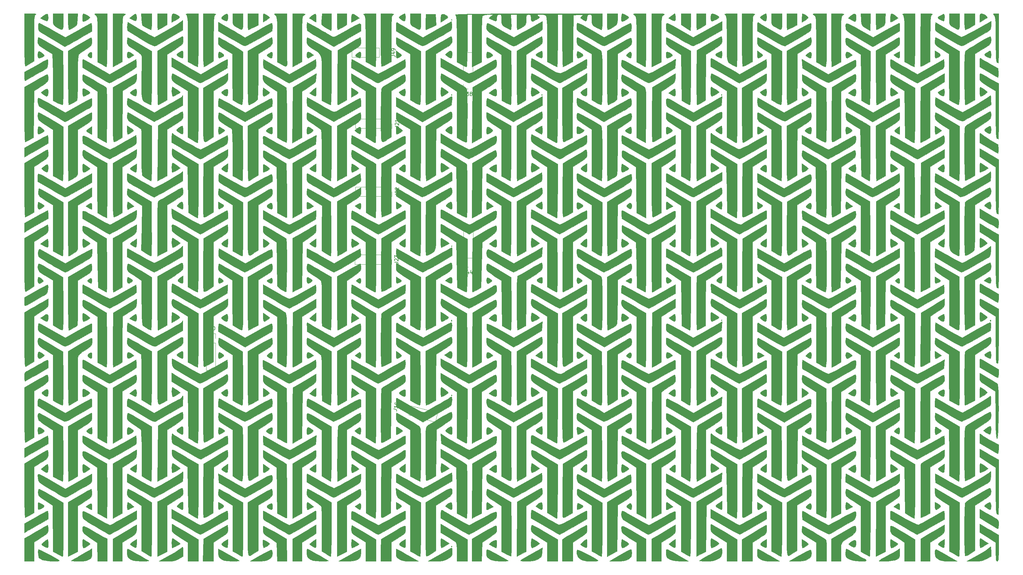
<source format=gbr>
G04 #@! TF.GenerationSoftware,KiCad,Pcbnew,(5.1.4)-1*
G04 #@! TF.CreationDate,2023-09-09T05:25:23-04:00*
G04 #@! TF.ProjectId,ThumbsUp,5468756d-6273-4557-902e-6b696361645f,rev?*
G04 #@! TF.SameCoordinates,Original*
G04 #@! TF.FileFunction,Legend,Top*
G04 #@! TF.FilePolarity,Positive*
%FSLAX46Y46*%
G04 Gerber Fmt 4.6, Leading zero omitted, Abs format (unit mm)*
G04 Created by KiCad (PCBNEW (5.1.4)-1) date 2023-09-09 05:25:23*
%MOMM*%
%LPD*%
G04 APERTURE LIST*
%ADD10C,0.010000*%
%ADD11C,0.120000*%
%ADD12C,0.150000*%
G04 APERTURE END LIST*
D10*
G36*
X121913158Y-488975789D02*
G01*
X121779474Y-489109473D01*
X121645790Y-488975789D01*
X121779474Y-488842105D01*
X121913158Y-488975789D01*
X121913158Y-488975789D01*
G37*
X121913158Y-488975789D02*
X121779474Y-489109473D01*
X121645790Y-488975789D01*
X121779474Y-488842105D01*
X121913158Y-488975789D01*
G36*
X260333010Y-487464160D02*
G01*
X260403611Y-488015187D01*
X260410000Y-488285087D01*
X260374119Y-489029296D01*
X260189119Y-489310217D01*
X259738965Y-489196416D01*
X259273684Y-488956545D01*
X258750354Y-488637648D01*
X258565105Y-488371070D01*
X258757414Y-488086546D01*
X259366762Y-487713812D01*
X260209474Y-487291035D01*
X260333010Y-487464160D01*
X260333010Y-487464160D01*
G37*
X260333010Y-487464160D02*
X260403611Y-488015187D01*
X260410000Y-488285087D01*
X260374119Y-489029296D01*
X260189119Y-489310217D01*
X259738965Y-489196416D01*
X259273684Y-488956545D01*
X258750354Y-488637648D01*
X258565105Y-488371070D01*
X258757414Y-488086546D01*
X259366762Y-487713812D01*
X260209474Y-487291035D01*
X260333010Y-487464160D01*
G36*
X210334434Y-487475226D02*
G01*
X210406824Y-488068068D01*
X210412105Y-488307368D01*
X210332098Y-489065429D01*
X210057598Y-489346844D01*
X209536884Y-489172841D01*
X209079258Y-488854446D01*
X208657852Y-488473629D01*
X208538484Y-488243510D01*
X208544521Y-488236997D01*
X209061870Y-487860723D01*
X209651543Y-487494509D01*
X210104800Y-487264008D01*
X210204228Y-487237895D01*
X210334434Y-487475226D01*
X210334434Y-487475226D01*
G37*
X210334434Y-487475226D02*
X210406824Y-488068068D01*
X210412105Y-488307368D01*
X210332098Y-489065429D01*
X210057598Y-489346844D01*
X209536884Y-489172841D01*
X209079258Y-488854446D01*
X208657852Y-488473629D01*
X208538484Y-488243510D01*
X208544521Y-488236997D01*
X209061870Y-487860723D01*
X209651543Y-487494509D01*
X210104800Y-487264008D01*
X210204228Y-487237895D01*
X210334434Y-487475226D01*
G36*
X195728829Y-487362603D02*
G01*
X196357115Y-487660034D01*
X196862476Y-488015144D01*
X197043684Y-488288598D01*
X196826444Y-488504767D01*
X196302963Y-488816722D01*
X195665599Y-489127011D01*
X195106711Y-489338180D01*
X194895666Y-489376842D01*
X194733913Y-489139623D01*
X194643951Y-488547028D01*
X194637369Y-488307368D01*
X194681404Y-487608940D01*
X194861484Y-487299966D01*
X195181512Y-487237895D01*
X195728829Y-487362603D01*
X195728829Y-487362603D01*
G37*
X195728829Y-487362603D02*
X196357115Y-487660034D01*
X196862476Y-488015144D01*
X197043684Y-488288598D01*
X196826444Y-488504767D01*
X196302963Y-488816722D01*
X195665599Y-489127011D01*
X195106711Y-489338180D01*
X194895666Y-489376842D01*
X194733913Y-489139623D01*
X194643951Y-488547028D01*
X194637369Y-488307368D01*
X194681404Y-487608940D01*
X194861484Y-487299966D01*
X195181512Y-487237895D01*
X195728829Y-487362603D01*
G36*
X184669801Y-487475675D02*
G01*
X184739636Y-488067952D01*
X184744737Y-488307368D01*
X184710735Y-489028192D01*
X184532259Y-489307381D01*
X184094603Y-489204862D01*
X183555366Y-488928747D01*
X182767048Y-488502062D01*
X183555366Y-487871306D01*
X184116862Y-487460573D01*
X184502152Y-487247503D01*
X184544211Y-487239223D01*
X184669801Y-487475675D01*
X184669801Y-487475675D01*
G37*
X184669801Y-487475675D02*
X184739636Y-488067952D01*
X184744737Y-488307368D01*
X184710735Y-489028192D01*
X184532259Y-489307381D01*
X184094603Y-489204862D01*
X183555366Y-488928747D01*
X182767048Y-488502062D01*
X183555366Y-487871306D01*
X184116862Y-487460573D01*
X184502152Y-487247503D01*
X184544211Y-487239223D01*
X184669801Y-487475675D01*
G36*
X108734434Y-487475226D02*
G01*
X108806824Y-488068068D01*
X108812105Y-488307368D01*
X108732098Y-489065429D01*
X108457598Y-489346844D01*
X107936884Y-489172841D01*
X107479258Y-488854446D01*
X107057852Y-488473629D01*
X106938484Y-488243510D01*
X106944521Y-488236997D01*
X107461870Y-487860723D01*
X108051543Y-487494509D01*
X108504800Y-487264008D01*
X108604228Y-487237895D01*
X108734434Y-487475226D01*
X108734434Y-487475226D01*
G37*
X108734434Y-487475226D02*
X108806824Y-488068068D01*
X108812105Y-488307368D01*
X108732098Y-489065429D01*
X108457598Y-489346844D01*
X107936884Y-489172841D01*
X107479258Y-488854446D01*
X107057852Y-488473629D01*
X106938484Y-488243510D01*
X106944521Y-488236997D01*
X107461870Y-487860723D01*
X108051543Y-487494509D01*
X108504800Y-487264008D01*
X108604228Y-487237895D01*
X108734434Y-487475226D01*
G36*
X58804161Y-487748609D02*
G01*
X58814211Y-488307368D01*
X58750843Y-489035672D01*
X58496267Y-489315812D01*
X57953770Y-489201543D01*
X57544211Y-489013244D01*
X57038309Y-488639867D01*
X57044133Y-488245544D01*
X57567056Y-487789823D01*
X57719148Y-487696594D01*
X58375204Y-487340684D01*
X58697377Y-487335992D01*
X58804161Y-487748609D01*
X58804161Y-487748609D01*
G37*
X58804161Y-487748609D02*
X58814211Y-488307368D01*
X58750843Y-489035672D01*
X58496267Y-489315812D01*
X57953770Y-489201543D01*
X57544211Y-489013244D01*
X57038309Y-488639867D01*
X57044133Y-488245544D01*
X57567056Y-487789823D01*
X57719148Y-487696594D01*
X58375204Y-487340684D01*
X58697377Y-487335992D01*
X58804161Y-487748609D01*
G36*
X33116697Y-487711043D02*
G01*
X33146842Y-488307368D01*
X33112799Y-489028368D01*
X32934184Y-489307462D01*
X32496270Y-489204685D01*
X31958431Y-488929250D01*
X31171073Y-488503068D01*
X31906499Y-487870481D01*
X32564344Y-487375800D01*
X32945661Y-487314876D01*
X33116697Y-487711043D01*
X33116697Y-487711043D01*
G37*
X33116697Y-487711043D02*
X33146842Y-488307368D01*
X33112799Y-489028368D01*
X32934184Y-489307462D01*
X32496270Y-489204685D01*
X31958431Y-488929250D01*
X31171073Y-488503068D01*
X31906499Y-487870481D01*
X32564344Y-487375800D01*
X32945661Y-487314876D01*
X33116697Y-487711043D01*
G36*
X8234625Y-487672245D02*
G01*
X8281579Y-488307368D01*
X8224204Y-489017636D01*
X7989756Y-489309215D01*
X7484749Y-489221773D01*
X6844833Y-488916992D01*
X6076507Y-488513865D01*
X6844833Y-487885495D01*
X7570371Y-487375130D01*
X8016014Y-487298872D01*
X8234625Y-487672245D01*
X8234625Y-487672245D01*
G37*
X8234625Y-487672245D02*
X8281579Y-488307368D01*
X8224204Y-489017636D01*
X7989756Y-489309215D01*
X7484749Y-489221773D01*
X6844833Y-488916992D01*
X6076507Y-488513865D01*
X6844833Y-487885495D01*
X7570371Y-487375130D01*
X8016014Y-487298872D01*
X8234625Y-487672245D01*
G36*
X271396529Y-487369176D02*
G01*
X271913440Y-487679745D01*
X272319885Y-488044693D01*
X272455405Y-488339109D01*
X272417659Y-488396261D01*
X272140790Y-488574735D01*
X271574085Y-488922484D01*
X271305263Y-489084850D01*
X270302632Y-489687823D01*
X270302632Y-488462859D01*
X270330984Y-487710229D01*
X270464143Y-487350372D01*
X270774260Y-487242320D01*
X270929614Y-487237895D01*
X271396529Y-487369176D01*
X271396529Y-487369176D01*
G37*
X271396529Y-487369176D02*
X271913440Y-487679745D01*
X272319885Y-488044693D01*
X272455405Y-488339109D01*
X272417659Y-488396261D01*
X272140790Y-488574735D01*
X271574085Y-488922484D01*
X271305263Y-489084850D01*
X270302632Y-489687823D01*
X270302632Y-488462859D01*
X270330984Y-487710229D01*
X270464143Y-487350372D01*
X270774260Y-487242320D01*
X270929614Y-487237895D01*
X271396529Y-487369176D01*
G36*
X246016369Y-487378008D02*
G01*
X246663016Y-487857840D01*
X247383746Y-488477785D01*
X246395274Y-489060998D01*
X245763663Y-489418863D01*
X245351843Y-489624680D01*
X245288401Y-489644210D01*
X245217761Y-489405019D01*
X245175411Y-488799901D01*
X245170000Y-488441052D01*
X245251249Y-487604838D01*
X245520580Y-487255487D01*
X246016369Y-487378008D01*
X246016369Y-487378008D01*
G37*
X246016369Y-487378008D02*
X246663016Y-487857840D01*
X247383746Y-488477785D01*
X246395274Y-489060998D01*
X245763663Y-489418863D01*
X245351843Y-489624680D01*
X245288401Y-489644210D01*
X245217761Y-489405019D01*
X245175411Y-488799901D01*
X245170000Y-488441052D01*
X245251249Y-487604838D01*
X245520580Y-487255487D01*
X246016369Y-487378008D01*
G36*
X235499551Y-487675648D02*
G01*
X235544737Y-488291589D01*
X235498605Y-488987500D01*
X235383878Y-489413135D01*
X235344211Y-489455856D01*
X235008529Y-489401517D01*
X234421363Y-489129589D01*
X234235624Y-489023127D01*
X233327564Y-488479827D01*
X234101940Y-487860189D01*
X234832209Y-487360400D01*
X235280613Y-487293664D01*
X235499551Y-487675648D01*
X235499551Y-487675648D01*
G37*
X235499551Y-487675648D02*
X235544737Y-488291589D01*
X235498605Y-488987500D01*
X235383878Y-489413135D01*
X235344211Y-489455856D01*
X235008529Y-489401517D01*
X234421363Y-489129589D01*
X234235624Y-489023127D01*
X233327564Y-488479827D01*
X234101940Y-487860189D01*
X234832209Y-487360400D01*
X235280613Y-487293664D01*
X235499551Y-487675648D01*
G36*
X220854805Y-487372967D02*
G01*
X221385715Y-487689965D01*
X221866361Y-488056561D01*
X222106366Y-488340424D01*
X222107466Y-488380235D01*
X221851824Y-488655623D01*
X221313190Y-489055801D01*
X221169115Y-489149437D01*
X220304737Y-489696722D01*
X220304737Y-488467308D01*
X220335759Y-487740491D01*
X220414415Y-487299280D01*
X220464010Y-487237895D01*
X220854805Y-487372967D01*
X220854805Y-487372967D01*
G37*
X220854805Y-487372967D02*
X221385715Y-487689965D01*
X221866361Y-488056561D01*
X222106366Y-488340424D01*
X222107466Y-488380235D01*
X221851824Y-488655623D01*
X221313190Y-489055801D01*
X221169115Y-489149437D01*
X220304737Y-489696722D01*
X220304737Y-488467308D01*
X220335759Y-487740491D01*
X220414415Y-487299280D01*
X220464010Y-487237895D01*
X220854805Y-487372967D01*
G36*
X170220717Y-487364023D02*
G01*
X170801477Y-487662483D01*
X171338914Y-488013392D01*
X171631973Y-488296864D01*
X171643684Y-488338605D01*
X171435824Y-488593143D01*
X170940220Y-488934095D01*
X170348835Y-489254471D01*
X169853634Y-489447282D01*
X169660776Y-489443758D01*
X169532306Y-489070076D01*
X169501847Y-488454026D01*
X169556245Y-487807524D01*
X169682346Y-487342487D01*
X169797695Y-487237895D01*
X170220717Y-487364023D01*
X170220717Y-487364023D01*
G37*
X170220717Y-487364023D02*
X170801477Y-487662483D01*
X171338914Y-488013392D01*
X171631973Y-488296864D01*
X171643684Y-488338605D01*
X171435824Y-488593143D01*
X170940220Y-488934095D01*
X170348835Y-489254471D01*
X169853634Y-489447282D01*
X169660776Y-489443758D01*
X169532306Y-489070076D01*
X169501847Y-488454026D01*
X169556245Y-487807524D01*
X169682346Y-487342487D01*
X169797695Y-487237895D01*
X170220717Y-487364023D01*
G36*
X119606329Y-487408962D02*
G01*
X119953909Y-487556996D01*
X120564844Y-487937333D01*
X120690762Y-488295770D01*
X120323132Y-488702359D01*
X119771972Y-489050615D01*
X118704737Y-489660177D01*
X118704737Y-488598499D01*
X118786535Y-487748639D01*
X119068687Y-487367450D01*
X119606329Y-487408962D01*
X119606329Y-487408962D01*
G37*
X119606329Y-487408962D02*
X119953909Y-487556996D01*
X120564844Y-487937333D01*
X120690762Y-488295770D01*
X120323132Y-488702359D01*
X119771972Y-489050615D01*
X118704737Y-489660177D01*
X118704737Y-488598499D01*
X118786535Y-487748639D01*
X119068687Y-487367450D01*
X119606329Y-487408962D01*
G36*
X94344023Y-487389762D02*
G01*
X95031779Y-487873646D01*
X95823032Y-488506741D01*
X94697569Y-489080910D01*
X93572105Y-489655078D01*
X93572105Y-488446486D01*
X93638212Y-487624863D01*
X93875855Y-487280338D01*
X94344023Y-487389762D01*
X94344023Y-487389762D01*
G37*
X94344023Y-487389762D02*
X95031779Y-487873646D01*
X95823032Y-488506741D01*
X94697569Y-489080910D01*
X93572105Y-489655078D01*
X93572105Y-488446486D01*
X93638212Y-487624863D01*
X93875855Y-487280338D01*
X94344023Y-487389762D01*
G36*
X83646816Y-487745870D02*
G01*
X83679474Y-488441052D01*
X83666234Y-489153315D01*
X83632727Y-489572832D01*
X83612632Y-489622060D01*
X83365569Y-489481720D01*
X82831687Y-489159050D01*
X82638043Y-489040052D01*
X81730297Y-488480194D01*
X82452426Y-487859044D01*
X83101595Y-487372213D01*
X83477231Y-487323820D01*
X83646816Y-487745870D01*
X83646816Y-487745870D01*
G37*
X83646816Y-487745870D02*
X83679474Y-488441052D01*
X83666234Y-489153315D01*
X83632727Y-489572832D01*
X83612632Y-489622060D01*
X83365569Y-489481720D01*
X82831687Y-489159050D01*
X82638043Y-489040052D01*
X81730297Y-488480194D01*
X82452426Y-487859044D01*
X83101595Y-487372213D01*
X83477231Y-487323820D01*
X83646816Y-487745870D01*
G36*
X69227625Y-487369269D02*
G01*
X69766051Y-487676850D01*
X70279451Y-488030823D01*
X70565878Y-488301373D01*
X70578421Y-488338605D01*
X70370015Y-488576567D01*
X69849649Y-488947353D01*
X69642632Y-489074047D01*
X68706842Y-489626176D01*
X68706842Y-488432035D01*
X68738725Y-487717395D01*
X68819323Y-487290799D01*
X68866116Y-487237895D01*
X69227625Y-487369269D01*
X69227625Y-487369269D01*
G37*
X69227625Y-487369269D02*
X69766051Y-487676850D01*
X70279451Y-488030823D01*
X70565878Y-488301373D01*
X70578421Y-488338605D01*
X70370015Y-488576567D01*
X69849649Y-488947353D01*
X69642632Y-489074047D01*
X68706842Y-489626176D01*
X68706842Y-488432035D01*
X68738725Y-487717395D01*
X68819323Y-487290799D01*
X68866116Y-487237895D01*
X69227625Y-487369269D01*
G36*
X44213303Y-487399271D02*
G01*
X44799332Y-487742140D01*
X45163953Y-488087080D01*
X45202084Y-488375276D01*
X44862234Y-488691946D01*
X44092911Y-489122306D01*
X43908421Y-489216608D01*
X43039474Y-489657942D01*
X43039474Y-488447918D01*
X43072339Y-487696192D01*
X43213476Y-487339324D01*
X43526696Y-487239289D01*
X43598881Y-487237895D01*
X44213303Y-487399271D01*
X44213303Y-487399271D01*
G37*
X44213303Y-487399271D02*
X44799332Y-487742140D01*
X45163953Y-488087080D01*
X45202084Y-488375276D01*
X44862234Y-488691946D01*
X44092911Y-489122306D01*
X43908421Y-489216608D01*
X43039474Y-489657942D01*
X43039474Y-488447918D01*
X43072339Y-487696192D01*
X43213476Y-487339324D01*
X43526696Y-487239289D01*
X43598881Y-487237895D01*
X44213303Y-487399271D01*
G36*
X18622823Y-487364023D02*
G01*
X19203582Y-487662483D01*
X19741020Y-488013392D01*
X20034078Y-488296864D01*
X20045790Y-488338605D01*
X19837929Y-488593143D01*
X19342325Y-488934095D01*
X18750940Y-489254471D01*
X18255740Y-489447282D01*
X18062881Y-489443758D01*
X17934411Y-489070076D01*
X17903952Y-488454026D01*
X17958350Y-487807524D01*
X18084451Y-487342487D01*
X18199800Y-487237895D01*
X18622823Y-487364023D01*
X18622823Y-487364023D01*
G37*
X18622823Y-487364023D02*
X19203582Y-487662483D01*
X19741020Y-488013392D01*
X20034078Y-488296864D01*
X20045790Y-488338605D01*
X19837929Y-488593143D01*
X19342325Y-488934095D01*
X18750940Y-489254471D01*
X18255740Y-489447282D01*
X18062881Y-489443758D01*
X17934411Y-489070076D01*
X17903952Y-488454026D01*
X17958350Y-487807524D01*
X18084451Y-487342487D01*
X18199800Y-487237895D01*
X18622823Y-487364023D01*
G36*
X268965790Y-490400598D02*
G01*
X267728956Y-491091878D01*
X266989792Y-491482055D01*
X266436073Y-491732718D01*
X266258429Y-491783158D01*
X266152827Y-491536314D01*
X266072060Y-490877603D01*
X266028750Y-489929753D01*
X266024737Y-489510526D01*
X266024737Y-487237895D01*
X268965790Y-487237895D01*
X268965790Y-490400598D01*
X268965790Y-490400598D01*
G37*
X268965790Y-490400598D02*
X267728956Y-491091878D01*
X266989792Y-491482055D01*
X266436073Y-491732718D01*
X266258429Y-491783158D01*
X266152827Y-491536314D01*
X266072060Y-490877603D01*
X266028750Y-489929753D01*
X266024737Y-489510526D01*
X266024737Y-487237895D01*
X268965790Y-487237895D01*
X268965790Y-490400598D01*
G36*
X264687895Y-489510526D02*
G01*
X264673111Y-490693972D01*
X264583720Y-491401028D01*
X264352165Y-491689994D01*
X263910887Y-491619172D01*
X263192328Y-491246862D01*
X262883158Y-491067960D01*
X262251060Y-490678291D01*
X261911710Y-490331299D01*
X261774042Y-489846996D01*
X261746992Y-489045396D01*
X261746842Y-488822073D01*
X261746842Y-487237895D01*
X264687895Y-487237895D01*
X264687895Y-489510526D01*
X264687895Y-489510526D01*
G37*
X264687895Y-489510526D02*
X264673111Y-490693972D01*
X264583720Y-491401028D01*
X264352165Y-491689994D01*
X263910887Y-491619172D01*
X263192328Y-491246862D01*
X262883158Y-491067960D01*
X262251060Y-490678291D01*
X261911710Y-490331299D01*
X261774042Y-489846996D01*
X261746992Y-489045396D01*
X261746842Y-488822073D01*
X261746842Y-487237895D01*
X264687895Y-487237895D01*
X264687895Y-489510526D01*
G36*
X243779074Y-488869512D02*
G01*
X243718648Y-489777384D01*
X243586433Y-490325859D01*
X243288315Y-490689809D01*
X242730179Y-491044109D01*
X242555981Y-491142144D01*
X241869051Y-491513980D01*
X241396260Y-491745294D01*
X241285981Y-491783158D01*
X241228810Y-491536270D01*
X241185086Y-490877451D01*
X241161643Y-489929462D01*
X241159474Y-489510526D01*
X241159474Y-487237895D01*
X243858674Y-487237895D01*
X243779074Y-488869512D01*
X243779074Y-488869512D01*
G37*
X243779074Y-488869512D02*
X243718648Y-489777384D01*
X243586433Y-490325859D01*
X243288315Y-490689809D01*
X242730179Y-491044109D01*
X242555981Y-491142144D01*
X241869051Y-491513980D01*
X241396260Y-491745294D01*
X241285981Y-491783158D01*
X241228810Y-491536270D01*
X241185086Y-490877451D01*
X241161643Y-489929462D01*
X241159474Y-489510526D01*
X241159474Y-487237895D01*
X243858674Y-487237895D01*
X243779074Y-488869512D01*
G36*
X218967895Y-490437307D02*
G01*
X217639941Y-491110233D01*
X216886700Y-491479965D01*
X216343507Y-491724384D01*
X216169415Y-491783158D01*
X216104983Y-491536275D01*
X216055707Y-490877468D01*
X216029288Y-489929495D01*
X216026842Y-489510526D01*
X216026842Y-487237895D01*
X218967895Y-487237895D01*
X218967895Y-490437307D01*
X218967895Y-490437307D01*
G37*
X218967895Y-490437307D02*
X217639941Y-491110233D01*
X216886700Y-491479965D01*
X216343507Y-491724384D01*
X216169415Y-491783158D01*
X216104983Y-491536275D01*
X216055707Y-490877468D01*
X216029288Y-489929495D01*
X216026842Y-489510526D01*
X216026842Y-487237895D01*
X218967895Y-487237895D01*
X218967895Y-490437307D01*
G36*
X214690000Y-489510526D02*
G01*
X214675216Y-490693972D01*
X214585825Y-491401028D01*
X214354270Y-491689994D01*
X213912992Y-491619172D01*
X213194433Y-491246862D01*
X212885263Y-491067960D01*
X212253165Y-490678291D01*
X211913815Y-490331299D01*
X211776148Y-489846996D01*
X211749097Y-489045396D01*
X211748947Y-488822073D01*
X211748947Y-487237895D01*
X214690000Y-487237895D01*
X214690000Y-489510526D01*
X214690000Y-489510526D01*
G37*
X214690000Y-489510526D02*
X214675216Y-490693972D01*
X214585825Y-491401028D01*
X214354270Y-491689994D01*
X213912992Y-491619172D01*
X213194433Y-491246862D01*
X212885263Y-491067960D01*
X212253165Y-490678291D01*
X211913815Y-490331299D01*
X211776148Y-489846996D01*
X211749097Y-489045396D01*
X211748947Y-488822073D01*
X211748947Y-487237895D01*
X214690000Y-487237895D01*
X214690000Y-489510526D01*
G36*
X193300526Y-490395504D02*
G01*
X192116600Y-491089331D01*
X191414874Y-491484506D01*
X190915991Y-491735783D01*
X190779758Y-491783158D01*
X190710653Y-491536279D01*
X190657802Y-490877480D01*
X190629465Y-489929518D01*
X190626842Y-489510526D01*
X190626842Y-487237895D01*
X193300526Y-487237895D01*
X193300526Y-490395504D01*
X193300526Y-490395504D01*
G37*
X193300526Y-490395504D02*
X192116600Y-491089331D01*
X191414874Y-491484506D01*
X190915991Y-491735783D01*
X190779758Y-491783158D01*
X190710653Y-491536279D01*
X190657802Y-490877480D01*
X190629465Y-489929518D01*
X190626842Y-489510526D01*
X190626842Y-487237895D01*
X193300526Y-487237895D01*
X193300526Y-490395504D01*
G36*
X168435263Y-488666982D02*
G01*
X168363091Y-489696703D01*
X168126309Y-490328301D01*
X167967369Y-490506319D01*
X167475687Y-490859619D01*
X166800326Y-491261438D01*
X166138362Y-491603602D01*
X165686874Y-491777935D01*
X165641172Y-491783158D01*
X165574757Y-491536277D01*
X165523964Y-490877473D01*
X165496731Y-489929504D01*
X165494211Y-489510526D01*
X165494211Y-487237895D01*
X168435263Y-487237895D01*
X168435263Y-488666982D01*
X168435263Y-488666982D01*
G37*
X168435263Y-488666982D02*
X168363091Y-489696703D01*
X168126309Y-490328301D01*
X167967369Y-490506319D01*
X167475687Y-490859619D01*
X166800326Y-491261438D01*
X166138362Y-491603602D01*
X165686874Y-491777935D01*
X165641172Y-491783158D01*
X165574757Y-491536277D01*
X165523964Y-490877473D01*
X165496731Y-489929504D01*
X165494211Y-489510526D01*
X165494211Y-487237895D01*
X168435263Y-487237895D01*
X168435263Y-488666982D01*
G36*
X117314064Y-488897850D02*
G01*
X117393918Y-490424120D01*
X116052953Y-491103639D01*
X115293670Y-491475630D01*
X114741601Y-491722447D01*
X114558602Y-491783158D01*
X114497053Y-491536862D01*
X114466829Y-490880900D01*
X114472200Y-489939655D01*
X114482871Y-489577368D01*
X114560526Y-487371579D01*
X117234211Y-487371579D01*
X117314064Y-488897850D01*
X117314064Y-488897850D01*
G37*
X117314064Y-488897850D02*
X117393918Y-490424120D01*
X116052953Y-491103639D01*
X115293670Y-491475630D01*
X114741601Y-491722447D01*
X114558602Y-491783158D01*
X114497053Y-491536862D01*
X114466829Y-490880900D01*
X114472200Y-489939655D01*
X114482871Y-489577368D01*
X114560526Y-487371579D01*
X117234211Y-487371579D01*
X117314064Y-488897850D01*
G36*
X113090000Y-489510526D02*
G01*
X113075216Y-490693972D01*
X112985825Y-491401028D01*
X112754270Y-491689994D01*
X112312992Y-491619172D01*
X111594433Y-491246862D01*
X111285263Y-491067960D01*
X110653165Y-490678291D01*
X110313815Y-490331299D01*
X110176148Y-489846996D01*
X110149097Y-489045396D01*
X110148947Y-488822073D01*
X110148947Y-487237895D01*
X113090000Y-487237895D01*
X113090000Y-489510526D01*
X113090000Y-489510526D01*
G37*
X113090000Y-489510526D02*
X113075216Y-490693972D01*
X112985825Y-491401028D01*
X112754270Y-491689994D01*
X112312992Y-491619172D01*
X111594433Y-491246862D01*
X111285263Y-491067960D01*
X110653165Y-490678291D01*
X110313815Y-490331299D01*
X110176148Y-489846996D01*
X110149097Y-489045396D01*
X110148947Y-488822073D01*
X110148947Y-487237895D01*
X113090000Y-487237895D01*
X113090000Y-489510526D01*
G36*
X92235263Y-490395504D02*
G01*
X91051337Y-491089331D01*
X90349611Y-491484506D01*
X89850728Y-491735783D01*
X89714495Y-491783158D01*
X89645390Y-491536279D01*
X89592539Y-490877480D01*
X89564202Y-489929518D01*
X89561579Y-489510526D01*
X89561579Y-487237895D01*
X92235263Y-487237895D01*
X92235263Y-490395504D01*
X92235263Y-490395504D01*
G37*
X92235263Y-490395504D02*
X91051337Y-491089331D01*
X90349611Y-491484506D01*
X89850728Y-491735783D01*
X89714495Y-491783158D01*
X89645390Y-491536279D01*
X89592539Y-490877480D01*
X89564202Y-489929518D01*
X89561579Y-489510526D01*
X89561579Y-487237895D01*
X92235263Y-487237895D01*
X92235263Y-490395504D01*
G36*
X67370000Y-490437307D02*
G01*
X66042046Y-491110233D01*
X65288806Y-491479965D01*
X64745612Y-491724384D01*
X64571520Y-491783158D01*
X64507089Y-491536275D01*
X64457812Y-490877468D01*
X64431393Y-489929495D01*
X64428947Y-489510526D01*
X64428947Y-487237895D01*
X67370000Y-487237895D01*
X67370000Y-490437307D01*
X67370000Y-490437307D01*
G37*
X67370000Y-490437307D02*
X66042046Y-491110233D01*
X65288806Y-491479965D01*
X64745612Y-491724384D01*
X64571520Y-491783158D01*
X64507089Y-491536275D01*
X64457812Y-490877468D01*
X64431393Y-489929495D01*
X64428947Y-489510526D01*
X64428947Y-487237895D01*
X67370000Y-487237895D01*
X67370000Y-490437307D01*
G36*
X63092105Y-489510526D02*
G01*
X63077321Y-490693972D01*
X62987931Y-491401028D01*
X62756375Y-491689994D01*
X62315097Y-491619172D01*
X61596538Y-491246862D01*
X61287369Y-491067960D01*
X60655270Y-490678291D01*
X60315920Y-490331299D01*
X60178253Y-489846996D01*
X60151203Y-489045396D01*
X60151053Y-488822073D01*
X60151053Y-487237895D01*
X63092105Y-487237895D01*
X63092105Y-489510526D01*
X63092105Y-489510526D01*
G37*
X63092105Y-489510526D02*
X63077321Y-490693972D01*
X62987931Y-491401028D01*
X62756375Y-491689994D01*
X62315097Y-491619172D01*
X61596538Y-491246862D01*
X61287369Y-491067960D01*
X60655270Y-490678291D01*
X60315920Y-490331299D01*
X60178253Y-489846996D01*
X60151203Y-489045396D01*
X60151053Y-488822073D01*
X60151053Y-487237895D01*
X63092105Y-487237895D01*
X63092105Y-489510526D01*
G36*
X41702632Y-490400598D02*
G01*
X40465798Y-491091878D01*
X39755963Y-491478962D01*
X39262794Y-491729825D01*
X39128956Y-491783158D01*
X39083759Y-491536263D01*
X39049194Y-490877427D01*
X39030662Y-489929417D01*
X39028947Y-489510526D01*
X39028947Y-487237895D01*
X41702632Y-487237895D01*
X41702632Y-490400598D01*
X41702632Y-490400598D01*
G37*
X41702632Y-490400598D02*
X40465798Y-491091878D01*
X39755963Y-491478962D01*
X39262794Y-491729825D01*
X39128956Y-491783158D01*
X39083759Y-491536263D01*
X39049194Y-490877427D01*
X39030662Y-489929417D01*
X39028947Y-489510526D01*
X39028947Y-487237895D01*
X41702632Y-487237895D01*
X41702632Y-490400598D01*
G36*
X37424737Y-489510526D02*
G01*
X37402979Y-490535714D01*
X37344914Y-491317562D01*
X37261352Y-491734177D01*
X37224211Y-491771341D01*
X36883725Y-491650133D01*
X36259740Y-491358356D01*
X35954211Y-491203047D01*
X35289700Y-490849789D01*
X34857198Y-490605830D01*
X34784283Y-490557392D01*
X34714757Y-490264638D01*
X34635637Y-489594132D01*
X34575733Y-488853055D01*
X34467637Y-487237895D01*
X37424737Y-487237895D01*
X37424737Y-489510526D01*
X37424737Y-489510526D01*
G37*
X37424737Y-489510526D02*
X37402979Y-490535714D01*
X37344914Y-491317562D01*
X37261352Y-491734177D01*
X37224211Y-491771341D01*
X36883725Y-491650133D01*
X36259740Y-491358356D01*
X35954211Y-491203047D01*
X35289700Y-490849789D01*
X34857198Y-490605830D01*
X34784283Y-490557392D01*
X34714757Y-490264638D01*
X34635637Y-489594132D01*
X34575733Y-488853055D01*
X34467637Y-487237895D01*
X37424737Y-487237895D01*
X37424737Y-489510526D01*
G36*
X16515916Y-488901682D02*
G01*
X16455637Y-489821968D01*
X16328211Y-490378108D01*
X16047391Y-490740350D01*
X15526929Y-491078944D01*
X15366842Y-491169916D01*
X14685311Y-491533206D01*
X14201695Y-491751206D01*
X14096842Y-491778759D01*
X14006242Y-491533988D01*
X13936943Y-490877009D01*
X13899769Y-489930247D01*
X13896316Y-489510526D01*
X13896316Y-487237895D01*
X16595516Y-487237895D01*
X16515916Y-488901682D01*
X16515916Y-488901682D01*
G37*
X16515916Y-488901682D02*
X16455637Y-489821968D01*
X16328211Y-490378108D01*
X16047391Y-490740350D01*
X15526929Y-491078944D01*
X15366842Y-491169916D01*
X14685311Y-491533206D01*
X14201695Y-491751206D01*
X14096842Y-491778759D01*
X14006242Y-491533988D01*
X13936943Y-490877009D01*
X13899769Y-489930247D01*
X13896316Y-489510526D01*
X13896316Y-487237895D01*
X16595516Y-487237895D01*
X16515916Y-488901682D01*
G36*
X12559474Y-489510526D02*
G01*
X12542228Y-490705614D01*
X12447484Y-491422832D01*
X12210730Y-491718893D01*
X11767458Y-491650506D01*
X11053155Y-491274381D01*
X10754737Y-491097053D01*
X10123217Y-490696619D01*
X9783837Y-490342824D01*
X9645867Y-489854413D01*
X9618581Y-489050133D01*
X9618421Y-488826951D01*
X9618421Y-487237895D01*
X12559474Y-487237895D01*
X12559474Y-489510526D01*
X12559474Y-489510526D01*
G37*
X12559474Y-489510526D02*
X12542228Y-490705614D01*
X12447484Y-491422832D01*
X12210730Y-491718893D01*
X11767458Y-491650506D01*
X11053155Y-491274381D01*
X10754737Y-491097053D01*
X10123217Y-490696619D01*
X9783837Y-490342824D01*
X9645867Y-489854413D01*
X9618581Y-489050133D01*
X9618421Y-488826951D01*
X9618421Y-487237895D01*
X12559474Y-487237895D01*
X12559474Y-489510526D01*
G36*
X239555263Y-489644210D02*
G01*
X239548402Y-490700876D01*
X239530020Y-491516353D01*
X239503423Y-491972712D01*
X239488421Y-492029510D01*
X239242507Y-491891160D01*
X238683320Y-491558707D01*
X238218421Y-491277901D01*
X237558737Y-490855906D01*
X237191835Y-490488404D01*
X237021337Y-489996181D01*
X236950866Y-489200020D01*
X236935663Y-488892602D01*
X236856063Y-487237895D01*
X239555263Y-487237895D01*
X239555263Y-489644210D01*
X239555263Y-489644210D01*
G37*
X239555263Y-489644210D02*
X239548402Y-490700876D01*
X239530020Y-491516353D01*
X239503423Y-491972712D01*
X239488421Y-492029510D01*
X239242507Y-491891160D01*
X238683320Y-491558707D01*
X238218421Y-491277901D01*
X237558737Y-490855906D01*
X237191835Y-490488404D01*
X237021337Y-489996181D01*
X236950866Y-489200020D01*
X236935663Y-488892602D01*
X236856063Y-487237895D01*
X239555263Y-487237895D01*
X239555263Y-489644210D01*
G36*
X189022632Y-489644210D02*
G01*
X189015769Y-490701230D01*
X188997383Y-491517410D01*
X188970781Y-491974663D01*
X188955790Y-492031922D01*
X188712955Y-491890766D01*
X188155628Y-491545666D01*
X187618947Y-491207209D01*
X186348947Y-490401101D01*
X186348947Y-487237895D01*
X189022632Y-487237895D01*
X189022632Y-489644210D01*
X189022632Y-489644210D01*
G37*
X189022632Y-489644210D02*
X189015769Y-490701230D01*
X188997383Y-491517410D01*
X188970781Y-491974663D01*
X188955790Y-492031922D01*
X188712955Y-491890766D01*
X188155628Y-491545666D01*
X187618947Y-491207209D01*
X186348947Y-490401101D01*
X186348947Y-487237895D01*
X189022632Y-487237895D01*
X189022632Y-489644210D01*
G36*
X87957369Y-489644210D02*
G01*
X87950513Y-490699290D01*
X87932148Y-491511618D01*
X87905572Y-491963974D01*
X87890526Y-492018691D01*
X87639857Y-491882423D01*
X87065841Y-491565592D01*
X86556920Y-491283428D01*
X85830289Y-490843360D01*
X85324599Y-490468640D01*
X85186304Y-490310097D01*
X85151302Y-489906860D01*
X85175120Y-489169639D01*
X85217086Y-488639044D01*
X85351718Y-487237895D01*
X87957369Y-487237895D01*
X87957369Y-489644210D01*
X87957369Y-489644210D01*
G37*
X87957369Y-489644210D02*
X87950513Y-490699290D01*
X87932148Y-491511618D01*
X87905572Y-491963974D01*
X87890526Y-492018691D01*
X87639857Y-491882423D01*
X87065841Y-491565592D01*
X86556920Y-491283428D01*
X85830289Y-490843360D01*
X85324599Y-490468640D01*
X85186304Y-490310097D01*
X85151302Y-489906860D01*
X85175120Y-489169639D01*
X85217086Y-488639044D01*
X85351718Y-487237895D01*
X87957369Y-487237895D01*
X87957369Y-489644210D01*
G36*
X273511053Y-490535235D02*
G01*
X273489327Y-491191613D01*
X273355517Y-491634197D01*
X273006674Y-492006154D01*
X272339848Y-492450650D01*
X271973684Y-492673180D01*
X270115163Y-493780393D01*
X268482493Y-494722095D01*
X267125160Y-495471391D01*
X266092648Y-496001389D01*
X265434442Y-496285196D01*
X265251107Y-496326618D01*
X264876595Y-496194073D01*
X264141351Y-495831206D01*
X263139949Y-495288119D01*
X261966967Y-494614913D01*
X261523242Y-494351754D01*
X260323377Y-493626978D01*
X259280735Y-492983991D01*
X258485551Y-492479434D01*
X258028056Y-492169946D01*
X257963462Y-492117251D01*
X257816627Y-491703064D01*
X257774484Y-490995717D01*
X257786010Y-490773282D01*
X257870000Y-489690755D01*
X261345790Y-491695927D01*
X262582141Y-492406464D01*
X263662674Y-493022358D01*
X264498816Y-493493515D01*
X265001996Y-493769840D01*
X265097672Y-493817905D01*
X265435098Y-493734945D01*
X266171155Y-493406543D01*
X267246736Y-492863704D01*
X268602738Y-492137433D01*
X270180056Y-491258736D01*
X271919586Y-490258617D01*
X272241053Y-490070622D01*
X273511053Y-489326030D01*
X273511053Y-490535235D01*
X273511053Y-490535235D01*
G37*
X273511053Y-490535235D02*
X273489327Y-491191613D01*
X273355517Y-491634197D01*
X273006674Y-492006154D01*
X272339848Y-492450650D01*
X271973684Y-492673180D01*
X270115163Y-493780393D01*
X268482493Y-494722095D01*
X267125160Y-495471391D01*
X266092648Y-496001389D01*
X265434442Y-496285196D01*
X265251107Y-496326618D01*
X264876595Y-496194073D01*
X264141351Y-495831206D01*
X263139949Y-495288119D01*
X261966967Y-494614913D01*
X261523242Y-494351754D01*
X260323377Y-493626978D01*
X259280735Y-492983991D01*
X258485551Y-492479434D01*
X258028056Y-492169946D01*
X257963462Y-492117251D01*
X257816627Y-491703064D01*
X257774484Y-490995717D01*
X257786010Y-490773282D01*
X257870000Y-489690755D01*
X261345790Y-491695927D01*
X262582141Y-492406464D01*
X263662674Y-493022358D01*
X264498816Y-493493515D01*
X265001996Y-493769840D01*
X265097672Y-493817905D01*
X265435098Y-493734945D01*
X266171155Y-493406543D01*
X267246736Y-492863704D01*
X268602738Y-492137433D01*
X270180056Y-491258736D01*
X271919586Y-490258617D01*
X272241053Y-490070622D01*
X273511053Y-489326030D01*
X273511053Y-490535235D01*
G36*
X197834064Y-490669415D02*
G01*
X197822339Y-491916842D01*
X193987898Y-494122631D01*
X192671489Y-494862021D01*
X191487742Y-495493525D01*
X190525662Y-495972245D01*
X189874254Y-496253276D01*
X189654886Y-496308577D01*
X189258437Y-496169554D01*
X188500053Y-495800027D01*
X187473481Y-495249306D01*
X186272468Y-494566704D01*
X185680526Y-494218003D01*
X182204737Y-492147272D01*
X182122522Y-491029426D01*
X182133969Y-490244785D01*
X182308687Y-489918186D01*
X182351412Y-489911579D01*
X182681849Y-490037979D01*
X183386327Y-490386321D01*
X184376290Y-490910314D01*
X185563185Y-491563668D01*
X186211762Y-491929481D01*
X189761006Y-493947383D01*
X197845790Y-489421989D01*
X197834064Y-490669415D01*
X197834064Y-490669415D01*
G37*
X197834064Y-490669415D02*
X197822339Y-491916842D01*
X193987898Y-494122631D01*
X192671489Y-494862021D01*
X191487742Y-495493525D01*
X190525662Y-495972245D01*
X189874254Y-496253276D01*
X189654886Y-496308577D01*
X189258437Y-496169554D01*
X188500053Y-495800027D01*
X187473481Y-495249306D01*
X186272468Y-494566704D01*
X185680526Y-494218003D01*
X182204737Y-492147272D01*
X182122522Y-491029426D01*
X182133969Y-490244785D01*
X182308687Y-489918186D01*
X182351412Y-489911579D01*
X182681849Y-490037979D01*
X183386327Y-490386321D01*
X184376290Y-490910314D01*
X185563185Y-491563668D01*
X186211762Y-491929481D01*
X189761006Y-493947383D01*
X197845790Y-489421989D01*
X197834064Y-490669415D01*
G36*
X157427042Y-489907949D02*
G01*
X158092873Y-490222763D01*
X159053665Y-490724131D01*
X160226649Y-491369432D01*
X161022439Y-491822117D01*
X164705404Y-493942742D01*
X166102439Y-493174784D01*
X166996070Y-492678990D01*
X168146263Y-492034592D01*
X169345215Y-491358145D01*
X169695989Y-491159202D01*
X170675347Y-490617033D01*
X171486994Y-490193876D01*
X172014938Y-489948921D01*
X172140930Y-489911579D01*
X172284802Y-490149146D01*
X172352184Y-490746315D01*
X172350730Y-491040595D01*
X172312105Y-492169612D01*
X168702632Y-494244604D01*
X167432666Y-494960630D01*
X166305060Y-495570133D01*
X165409686Y-496026546D01*
X164836417Y-496283304D01*
X164692105Y-496322546D01*
X164284294Y-496194700D01*
X163560249Y-495852820D01*
X162658683Y-495363887D01*
X162419474Y-495225154D01*
X160692658Y-494211411D01*
X159370391Y-493431734D01*
X158399054Y-492844460D01*
X157725030Y-492407926D01*
X157294701Y-492080467D01*
X157054448Y-491820421D01*
X156950653Y-491586125D01*
X156929699Y-491335914D01*
X156937966Y-491028125D01*
X156938421Y-490966156D01*
X156985976Y-490277885D01*
X157103790Y-489859350D01*
X157138947Y-489822315D01*
X157427042Y-489907949D01*
X157427042Y-489907949D01*
G37*
X157427042Y-489907949D02*
X158092873Y-490222763D01*
X159053665Y-490724131D01*
X160226649Y-491369432D01*
X161022439Y-491822117D01*
X164705404Y-493942742D01*
X166102439Y-493174784D01*
X166996070Y-492678990D01*
X168146263Y-492034592D01*
X169345215Y-491358145D01*
X169695989Y-491159202D01*
X170675347Y-490617033D01*
X171486994Y-490193876D01*
X172014938Y-489948921D01*
X172140930Y-489911579D01*
X172284802Y-490149146D01*
X172352184Y-490746315D01*
X172350730Y-491040595D01*
X172312105Y-492169612D01*
X168702632Y-494244604D01*
X167432666Y-494960630D01*
X166305060Y-495570133D01*
X165409686Y-496026546D01*
X164836417Y-496283304D01*
X164692105Y-496322546D01*
X164284294Y-496194700D01*
X163560249Y-495852820D01*
X162658683Y-495363887D01*
X162419474Y-495225154D01*
X160692658Y-494211411D01*
X159370391Y-493431734D01*
X158399054Y-492844460D01*
X157725030Y-492407926D01*
X157294701Y-492080467D01*
X157054448Y-491820421D01*
X156950653Y-491586125D01*
X156929699Y-491335914D01*
X156937966Y-491028125D01*
X156938421Y-490966156D01*
X156985976Y-490277885D01*
X157103790Y-489859350D01*
X157138947Y-489822315D01*
X157427042Y-489907949D01*
G36*
X121864926Y-490525636D02*
G01*
X121863844Y-491314960D01*
X121661037Y-491791350D01*
X121360304Y-492049939D01*
X120623023Y-492522588D01*
X119629262Y-493119676D01*
X118476148Y-493787447D01*
X117260809Y-494472147D01*
X116080371Y-495120022D01*
X115031962Y-495677316D01*
X114212710Y-496090275D01*
X113719741Y-496305143D01*
X113638259Y-496323674D01*
X113272243Y-496192173D01*
X112538764Y-495832972D01*
X111528703Y-495293804D01*
X110332942Y-494622402D01*
X109693036Y-494251568D01*
X106162388Y-492184210D01*
X106150404Y-490898431D01*
X106180266Y-490179105D01*
X106269731Y-489766319D01*
X106338947Y-489723909D01*
X106629374Y-489890613D01*
X107296841Y-490276283D01*
X108255899Y-490831472D01*
X109421098Y-491506730D01*
X110062405Y-491878636D01*
X111289894Y-492586486D01*
X112346624Y-493187993D01*
X113149996Y-493636760D01*
X113617415Y-493886394D01*
X113700387Y-493922105D01*
X113959143Y-493796676D01*
X114604270Y-493449059D01*
X115557794Y-492922256D01*
X116741742Y-492259270D01*
X117797456Y-491662538D01*
X121779474Y-489402972D01*
X121864926Y-490525636D01*
X121864926Y-490525636D01*
G37*
X121864926Y-490525636D02*
X121863844Y-491314960D01*
X121661037Y-491791350D01*
X121360304Y-492049939D01*
X120623023Y-492522588D01*
X119629262Y-493119676D01*
X118476148Y-493787447D01*
X117260809Y-494472147D01*
X116080371Y-495120022D01*
X115031962Y-495677316D01*
X114212710Y-496090275D01*
X113719741Y-496305143D01*
X113638259Y-496323674D01*
X113272243Y-496192173D01*
X112538764Y-495832972D01*
X111528703Y-495293804D01*
X110332942Y-494622402D01*
X109693036Y-494251568D01*
X106162388Y-492184210D01*
X106150404Y-490898431D01*
X106180266Y-490179105D01*
X106269731Y-489766319D01*
X106338947Y-489723909D01*
X106629374Y-489890613D01*
X107296841Y-490276283D01*
X108255899Y-490831472D01*
X109421098Y-491506730D01*
X110062405Y-491878636D01*
X111289894Y-492586486D01*
X112346624Y-493187993D01*
X113149996Y-493636760D01*
X113617415Y-493886394D01*
X113700387Y-493922105D01*
X113959143Y-493796676D01*
X114604270Y-493449059D01*
X115557794Y-492922256D01*
X116741742Y-492259270D01*
X117797456Y-491662538D01*
X121779474Y-489402972D01*
X121864926Y-490525636D01*
G36*
X57009474Y-490130735D02*
G01*
X57823873Y-490613066D01*
X58747844Y-491140787D01*
X58947895Y-491252152D01*
X59721902Y-491687252D01*
X60742278Y-492270242D01*
X61794212Y-492878355D01*
X61840400Y-492905247D01*
X63663432Y-493967062D01*
X67291483Y-491939320D01*
X68554972Y-491241581D01*
X69659434Y-490647554D01*
X70518772Y-490202306D01*
X71046890Y-489950901D01*
X71165403Y-489911579D01*
X71298306Y-490148310D01*
X71342010Y-490743704D01*
X71329057Y-491041990D01*
X71246842Y-492172401D01*
X67637369Y-494245999D01*
X66367340Y-494961423D01*
X65239690Y-495570108D01*
X64344306Y-496025569D01*
X63771074Y-496281320D01*
X63626842Y-496320023D01*
X63265771Y-496190465D01*
X62536691Y-495833158D01*
X61530034Y-495295627D01*
X60336232Y-494625395D01*
X59692223Y-494252331D01*
X56158655Y-492184210D01*
X56149591Y-490892404D01*
X56140526Y-489600597D01*
X57009474Y-490130735D01*
X57009474Y-490130735D01*
G37*
X57009474Y-490130735D02*
X57823873Y-490613066D01*
X58747844Y-491140787D01*
X58947895Y-491252152D01*
X59721902Y-491687252D01*
X60742278Y-492270242D01*
X61794212Y-492878355D01*
X61840400Y-492905247D01*
X63663432Y-493967062D01*
X67291483Y-491939320D01*
X68554972Y-491241581D01*
X69659434Y-490647554D01*
X70518772Y-490202306D01*
X71046890Y-489950901D01*
X71165403Y-489911579D01*
X71298306Y-490148310D01*
X71342010Y-490743704D01*
X71329057Y-491041990D01*
X71246842Y-492172401D01*
X67637369Y-494245999D01*
X66367340Y-494961423D01*
X65239690Y-495570108D01*
X64344306Y-496025569D01*
X63771074Y-496281320D01*
X63626842Y-496320023D01*
X63265771Y-496190465D01*
X62536691Y-495833158D01*
X61530034Y-495295627D01*
X60336232Y-494625395D01*
X59692223Y-494252331D01*
X56158655Y-492184210D01*
X56149591Y-490892404D01*
X56140526Y-489600597D01*
X57009474Y-490130735D01*
G36*
X247784874Y-490149899D02*
G01*
X247836833Y-490749189D01*
X247841570Y-491047895D01*
X247839455Y-492184210D01*
X244833675Y-493911219D01*
X243620396Y-494608319D01*
X242504802Y-495249283D01*
X241606578Y-495765347D01*
X241045407Y-496087749D01*
X241025790Y-496099019D01*
X240223684Y-496559810D01*
X236480526Y-494353740D01*
X235081787Y-493523092D01*
X234079213Y-492903602D01*
X233404957Y-492440652D01*
X232991170Y-492079626D01*
X232770006Y-491765908D01*
X232673617Y-491444879D01*
X232651688Y-491271540D01*
X232609474Y-490643991D01*
X232666638Y-490236841D01*
X232883266Y-490058470D01*
X233319444Y-490117255D01*
X234035257Y-490421574D01*
X235090792Y-490979806D01*
X236546133Y-491800330D01*
X236579240Y-491819193D01*
X240320701Y-493951202D01*
X243932162Y-491931390D01*
X245184033Y-491236395D01*
X246267392Y-490644701D01*
X247098647Y-490201193D01*
X247594206Y-489950760D01*
X247693653Y-489911579D01*
X247784874Y-490149899D01*
X247784874Y-490149899D01*
G37*
X247784874Y-490149899D02*
X247836833Y-490749189D01*
X247841570Y-491047895D01*
X247839455Y-492184210D01*
X244833675Y-493911219D01*
X243620396Y-494608319D01*
X242504802Y-495249283D01*
X241606578Y-495765347D01*
X241045407Y-496087749D01*
X241025790Y-496099019D01*
X240223684Y-496559810D01*
X236480526Y-494353740D01*
X235081787Y-493523092D01*
X234079213Y-492903602D01*
X233404957Y-492440652D01*
X232991170Y-492079626D01*
X232770006Y-491765908D01*
X232673617Y-491444879D01*
X232651688Y-491271540D01*
X232609474Y-490643991D01*
X232666638Y-490236841D01*
X232883266Y-490058470D01*
X233319444Y-490117255D01*
X234035257Y-490421574D01*
X235090792Y-490979806D01*
X236546133Y-491800330D01*
X236579240Y-491819193D01*
X240320701Y-493951202D01*
X243932162Y-491931390D01*
X245184033Y-491236395D01*
X246267392Y-490644701D01*
X247098647Y-490201193D01*
X247594206Y-489950760D01*
X247693653Y-489911579D01*
X247784874Y-490149899D01*
G36*
X208229244Y-489896528D02*
G01*
X208897210Y-490283267D01*
X209857771Y-490839467D01*
X211025853Y-491515868D01*
X211694725Y-491903206D01*
X215249976Y-493962044D01*
X218779988Y-492003653D01*
X220038215Y-491312286D01*
X221146677Y-490715714D01*
X222014195Y-490262056D01*
X222549590Y-489999431D01*
X222660697Y-489955641D01*
X222881675Y-490051421D01*
X222948650Y-490546834D01*
X222928065Y-491004933D01*
X222866291Y-491565834D01*
X222715987Y-491976303D01*
X222382339Y-492341795D01*
X221770532Y-492767768D01*
X220839474Y-493327962D01*
X219685713Y-494001930D01*
X218486932Y-494690456D01*
X217478320Y-495258616D01*
X217363684Y-495321971D01*
X216543333Y-495784000D01*
X215897339Y-496166337D01*
X215606860Y-496356801D01*
X215271330Y-496310765D01*
X214538950Y-496002677D01*
X213463366Y-495458573D01*
X212098227Y-494704489D01*
X211539936Y-494382974D01*
X207759312Y-492184210D01*
X207748866Y-490898431D01*
X207779589Y-490180163D01*
X207869552Y-489769466D01*
X207938947Y-489728510D01*
X208229244Y-489896528D01*
X208229244Y-489896528D01*
G37*
X208229244Y-489896528D02*
X208897210Y-490283267D01*
X209857771Y-490839467D01*
X211025853Y-491515868D01*
X211694725Y-491903206D01*
X215249976Y-493962044D01*
X218779988Y-492003653D01*
X220038215Y-491312286D01*
X221146677Y-490715714D01*
X222014195Y-490262056D01*
X222549590Y-489999431D01*
X222660697Y-489955641D01*
X222881675Y-490051421D01*
X222948650Y-490546834D01*
X222928065Y-491004933D01*
X222866291Y-491565834D01*
X222715987Y-491976303D01*
X222382339Y-492341795D01*
X221770532Y-492767768D01*
X220839474Y-493327962D01*
X219685713Y-494001930D01*
X218486932Y-494690456D01*
X217478320Y-495258616D01*
X217363684Y-495321971D01*
X216543333Y-495784000D01*
X215897339Y-496166337D01*
X215606860Y-496356801D01*
X215271330Y-496310765D01*
X214538950Y-496002677D01*
X213463366Y-495458573D01*
X212098227Y-494704489D01*
X211539936Y-494382974D01*
X207759312Y-492184210D01*
X207748866Y-490898431D01*
X207779589Y-490180163D01*
X207869552Y-489769466D01*
X207938947Y-489728510D01*
X208229244Y-489896528D01*
G36*
X147311468Y-490661360D02*
G01*
X147314142Y-491169975D01*
X147276305Y-491544662D01*
X147126750Y-491853436D01*
X146794271Y-492164313D01*
X146207662Y-492545310D01*
X145295716Y-493064444D01*
X144104737Y-493724428D01*
X143133784Y-494274831D01*
X142194748Y-494825072D01*
X141698421Y-495127204D01*
X140606255Y-495797798D01*
X139845836Y-496202337D01*
X139300800Y-496366549D01*
X138854779Y-496316163D01*
X138391408Y-496076906D01*
X138144114Y-495913042D01*
X137528113Y-495513725D01*
X137116138Y-495282240D01*
X137046094Y-495258947D01*
X136777419Y-495128671D01*
X136147535Y-494774307D01*
X135251550Y-494250552D01*
X134224541Y-493636256D01*
X133082102Y-492940610D01*
X132320541Y-492443915D01*
X131862624Y-492069297D01*
X131631119Y-491739880D01*
X131548795Y-491378791D01*
X131538421Y-490962572D01*
X131606870Y-490279517D01*
X131781894Y-489928714D01*
X131838567Y-489911579D01*
X132165092Y-490037247D01*
X132867187Y-490383709D01*
X133856888Y-490905148D01*
X135046229Y-491555752D01*
X135722317Y-491934379D01*
X139305922Y-493957179D01*
X140167961Y-493437619D01*
X140886836Y-493017260D01*
X141829778Y-492482219D01*
X142500526Y-492109457D01*
X143550235Y-491527767D01*
X144762394Y-490849612D01*
X145642105Y-490353367D01*
X147313158Y-489405878D01*
X147311468Y-490661360D01*
X147311468Y-490661360D01*
G37*
X147311468Y-490661360D02*
X147314142Y-491169975D01*
X147276305Y-491544662D01*
X147126750Y-491853436D01*
X146794271Y-492164313D01*
X146207662Y-492545310D01*
X145295716Y-493064444D01*
X144104737Y-493724428D01*
X143133784Y-494274831D01*
X142194748Y-494825072D01*
X141698421Y-495127204D01*
X140606255Y-495797798D01*
X139845836Y-496202337D01*
X139300800Y-496366549D01*
X138854779Y-496316163D01*
X138391408Y-496076906D01*
X138144114Y-495913042D01*
X137528113Y-495513725D01*
X137116138Y-495282240D01*
X137046094Y-495258947D01*
X136777419Y-495128671D01*
X136147535Y-494774307D01*
X135251550Y-494250552D01*
X134224541Y-493636256D01*
X133082102Y-492940610D01*
X132320541Y-492443915D01*
X131862624Y-492069297D01*
X131631119Y-491739880D01*
X131548795Y-491378791D01*
X131538421Y-490962572D01*
X131606870Y-490279517D01*
X131781894Y-489928714D01*
X131838567Y-489911579D01*
X132165092Y-490037247D01*
X132867187Y-490383709D01*
X133856888Y-490905148D01*
X135046229Y-491555752D01*
X135722317Y-491934379D01*
X139305922Y-493957179D01*
X140167961Y-493437619D01*
X140886836Y-493017260D01*
X141829778Y-492482219D01*
X142500526Y-492109457D01*
X143550235Y-491527767D01*
X144762394Y-490849612D01*
X145642105Y-490353367D01*
X147313158Y-489405878D01*
X147311468Y-490661360D01*
G36*
X83278421Y-490874712D02*
G01*
X84384892Y-491507153D01*
X85456970Y-492117695D01*
X86309834Y-492601151D01*
X86507912Y-492712761D01*
X87292331Y-493160641D01*
X87958129Y-493552449D01*
X88123852Y-493653782D01*
X88386186Y-493754624D01*
X88737280Y-493729856D01*
X89257475Y-493547058D01*
X90027114Y-493173805D01*
X91126538Y-492577677D01*
X91984476Y-492095820D01*
X93493940Y-491241799D01*
X94597953Y-490629398D01*
X95359675Y-490242657D01*
X95842263Y-490065612D01*
X96108877Y-490082301D01*
X96222676Y-490276762D01*
X96246817Y-490633033D01*
X96244025Y-491019289D01*
X96242261Y-492184210D01*
X93910500Y-493521052D01*
X92706417Y-494211257D01*
X91481273Y-494913339D01*
X90435872Y-495512233D01*
X90102264Y-495703280D01*
X88625790Y-496548666D01*
X85037455Y-494441051D01*
X83785211Y-493699467D01*
X82691691Y-493040429D01*
X81842569Y-492516462D01*
X81323519Y-492180095D01*
X81210307Y-492094623D01*
X81078886Y-491697082D01*
X81042973Y-490997230D01*
X81055484Y-490752689D01*
X81139474Y-489649569D01*
X83278421Y-490874712D01*
X83278421Y-490874712D01*
G37*
X83278421Y-490874712D02*
X84384892Y-491507153D01*
X85456970Y-492117695D01*
X86309834Y-492601151D01*
X86507912Y-492712761D01*
X87292331Y-493160641D01*
X87958129Y-493552449D01*
X88123852Y-493653782D01*
X88386186Y-493754624D01*
X88737280Y-493729856D01*
X89257475Y-493547058D01*
X90027114Y-493173805D01*
X91126538Y-492577677D01*
X91984476Y-492095820D01*
X93493940Y-491241799D01*
X94597953Y-490629398D01*
X95359675Y-490242657D01*
X95842263Y-490065612D01*
X96108877Y-490082301D01*
X96222676Y-490276762D01*
X96246817Y-490633033D01*
X96244025Y-491019289D01*
X96242261Y-492184210D01*
X93910500Y-493521052D01*
X92706417Y-494211257D01*
X91481273Y-494913339D01*
X90435872Y-495512233D01*
X90102264Y-495703280D01*
X88625790Y-496548666D01*
X85037455Y-494441051D01*
X83785211Y-493699467D01*
X82691691Y-493040429D01*
X81842569Y-492516462D01*
X81323519Y-492180095D01*
X81210307Y-492094623D01*
X81078886Y-491697082D01*
X81042973Y-490997230D01*
X81055484Y-490752689D01*
X81139474Y-489649569D01*
X83278421Y-490874712D01*
G36*
X46136550Y-489142155D02*
G01*
X46163841Y-489589838D01*
X46157828Y-490298805D01*
X46114211Y-491889189D01*
X42772105Y-493851121D01*
X41518316Y-494585113D01*
X40377533Y-495249230D01*
X39454378Y-495782832D01*
X38853471Y-496125278D01*
X38745369Y-496185105D01*
X38461199Y-496311625D01*
X38158337Y-496341361D01*
X37756395Y-496241311D01*
X37174983Y-495978472D01*
X36333712Y-495519843D01*
X35152193Y-494832420D01*
X34475505Y-494432188D01*
X33226593Y-493686303D01*
X32137170Y-493025004D01*
X31292232Y-492500720D01*
X30776777Y-492165879D01*
X30664567Y-492081514D01*
X30541758Y-491693239D01*
X30509832Y-490998329D01*
X30522852Y-490745603D01*
X30606842Y-489635398D01*
X33414211Y-491266165D01*
X34615350Y-491958574D01*
X35747195Y-492601611D01*
X36674141Y-493118784D01*
X37217201Y-493411377D01*
X38212823Y-493925821D01*
X42086015Y-491738568D01*
X43386497Y-490983798D01*
X44515992Y-490289607D01*
X45393826Y-489708684D01*
X45939323Y-489293719D01*
X46080327Y-489129867D01*
X46136550Y-489142155D01*
X46136550Y-489142155D01*
G37*
X46136550Y-489142155D02*
X46163841Y-489589838D01*
X46157828Y-490298805D01*
X46114211Y-491889189D01*
X42772105Y-493851121D01*
X41518316Y-494585113D01*
X40377533Y-495249230D01*
X39454378Y-495782832D01*
X38853471Y-496125278D01*
X38745369Y-496185105D01*
X38461199Y-496311625D01*
X38158337Y-496341361D01*
X37756395Y-496241311D01*
X37174983Y-495978472D01*
X36333712Y-495519843D01*
X35152193Y-494832420D01*
X34475505Y-494432188D01*
X33226593Y-493686303D01*
X32137170Y-493025004D01*
X31292232Y-492500720D01*
X30776777Y-492165879D01*
X30664567Y-492081514D01*
X30541758Y-491693239D01*
X30509832Y-490998329D01*
X30522852Y-490745603D01*
X30606842Y-489635398D01*
X33414211Y-491266165D01*
X34615350Y-491958574D01*
X35747195Y-492601611D01*
X36674141Y-493118784D01*
X37217201Y-493411377D01*
X38212823Y-493925821D01*
X42086015Y-491738568D01*
X43386497Y-490983798D01*
X44515992Y-490289607D01*
X45393826Y-489708684D01*
X45939323Y-489293719D01*
X46080327Y-489129867D01*
X46136550Y-489142155D01*
G36*
X5992583Y-489989579D02*
G01*
X6665891Y-490329092D01*
X7630681Y-490848465D01*
X8802007Y-491502458D01*
X9500885Y-491901644D01*
X13084582Y-493964543D01*
X16674709Y-491938061D01*
X17922127Y-491239434D01*
X19002112Y-490644966D01*
X19830861Y-490199969D01*
X20324569Y-489949755D01*
X20422682Y-489911579D01*
X20518440Y-490150150D01*
X20574482Y-490751170D01*
X20580526Y-491067417D01*
X20580526Y-492223256D01*
X17840000Y-493792264D01*
X16636920Y-494478883D01*
X15492319Y-495128315D01*
X14549973Y-495659193D01*
X14030000Y-495948438D01*
X12960526Y-496535604D01*
X9885790Y-494698984D01*
X8682579Y-493981024D01*
X7591741Y-493331487D01*
X6723315Y-492815802D01*
X6187344Y-492499400D01*
X6142632Y-492473293D01*
X5687222Y-492089935D01*
X5498776Y-491522183D01*
X5474211Y-490997901D01*
X5522983Y-490311763D01*
X5644927Y-489912500D01*
X5695699Y-489875162D01*
X5992583Y-489989579D01*
X5992583Y-489989579D01*
G37*
X5992583Y-489989579D02*
X6665891Y-490329092D01*
X7630681Y-490848465D01*
X8802007Y-491502458D01*
X9500885Y-491901644D01*
X13084582Y-493964543D01*
X16674709Y-491938061D01*
X17922127Y-491239434D01*
X19002112Y-490644966D01*
X19830861Y-490199969D01*
X20324569Y-489949755D01*
X20422682Y-489911579D01*
X20518440Y-490150150D01*
X20574482Y-490751170D01*
X20580526Y-491067417D01*
X20580526Y-492223256D01*
X17840000Y-493792264D01*
X16636920Y-494478883D01*
X15492319Y-495128315D01*
X14549973Y-495659193D01*
X14030000Y-495948438D01*
X12960526Y-496535604D01*
X9885790Y-494698984D01*
X8682579Y-493981024D01*
X7591741Y-493331487D01*
X6723315Y-492815802D01*
X6187344Y-492499400D01*
X6142632Y-492473293D01*
X5687222Y-492089935D01*
X5498776Y-491522183D01*
X5474211Y-490997901D01*
X5522983Y-490311763D01*
X5644927Y-489912500D01*
X5695699Y-489875162D01*
X5992583Y-489989579D01*
G36*
X273501004Y-498175977D02*
G01*
X273511053Y-498734737D01*
X273474682Y-499465456D01*
X273288311Y-499739120D01*
X272836046Y-499621937D01*
X272374737Y-499383914D01*
X271798847Y-499003932D01*
X271711302Y-498681514D01*
X272115587Y-498310169D01*
X272415990Y-498123962D01*
X273072046Y-497768052D01*
X273394219Y-497763360D01*
X273501004Y-498175977D01*
X273501004Y-498175977D01*
G37*
X273501004Y-498175977D02*
X273511053Y-498734737D01*
X273474682Y-499465456D01*
X273288311Y-499739120D01*
X272836046Y-499621937D01*
X272374737Y-499383914D01*
X271798847Y-499003932D01*
X271711302Y-498681514D01*
X272115587Y-498310169D01*
X272415990Y-498123962D01*
X273072046Y-497768052D01*
X273394219Y-497763360D01*
X273501004Y-498175977D01*
G36*
X258536731Y-498145593D02*
G01*
X259169900Y-498612286D01*
X259280253Y-499015434D01*
X258870835Y-499388500D01*
X258659525Y-499493925D01*
X258085107Y-499734787D01*
X257818069Y-499694631D01*
X257740683Y-499278232D01*
X257736316Y-498747172D01*
X257736316Y-497690134D01*
X258536731Y-498145593D01*
X258536731Y-498145593D01*
G37*
X258536731Y-498145593D02*
X259169900Y-498612286D01*
X259280253Y-499015434D01*
X258870835Y-499388500D01*
X258659525Y-499493925D01*
X258085107Y-499734787D01*
X257818069Y-499694631D01*
X257740683Y-499278232D01*
X257736316Y-498747172D01*
X257736316Y-497690134D01*
X258536731Y-498145593D01*
G36*
X247843684Y-498861555D02*
G01*
X247777754Y-499552291D01*
X247534337Y-499765828D01*
X247044998Y-499529860D01*
X246750410Y-499303964D01*
X246132633Y-498803718D01*
X246988158Y-498361309D01*
X247843684Y-497918899D01*
X247843684Y-498861555D01*
X247843684Y-498861555D01*
G37*
X247843684Y-498861555D02*
X247777754Y-499552291D01*
X247534337Y-499765828D01*
X247044998Y-499529860D01*
X246750410Y-499303964D01*
X246132633Y-498803718D01*
X246988158Y-498361309D01*
X247843684Y-497918899D01*
X247843684Y-498861555D01*
G36*
X233572513Y-498193671D02*
G01*
X233898474Y-498426320D01*
X234524843Y-498908119D01*
X233841039Y-499356165D01*
X233152986Y-499730596D01*
X232770180Y-499699615D01*
X232617416Y-499233577D01*
X232603684Y-498868421D01*
X232698101Y-498180535D01*
X233007813Y-497960135D01*
X233572513Y-498193671D01*
X233572513Y-498193671D01*
G37*
X233572513Y-498193671D02*
X233898474Y-498426320D01*
X234524843Y-498908119D01*
X233841039Y-499356165D01*
X233152986Y-499730596D01*
X232770180Y-499699615D01*
X232617416Y-499233577D01*
X232603684Y-498868421D01*
X232698101Y-498180535D01*
X233007813Y-497960135D01*
X233572513Y-498193671D01*
G36*
X222967289Y-498462031D02*
G01*
X222978421Y-498868421D01*
X222878674Y-499562781D01*
X222558099Y-499779232D01*
X221984696Y-499531415D01*
X221775263Y-499381284D01*
X221430384Y-499081052D01*
X221455461Y-498844915D01*
X221877916Y-498483881D01*
X221908947Y-498459943D01*
X222525062Y-498041423D01*
X222848059Y-498030743D01*
X222967289Y-498462031D01*
X222967289Y-498462031D01*
G37*
X222967289Y-498462031D02*
X222978421Y-498868421D01*
X222878674Y-499562781D01*
X222558099Y-499779232D01*
X221984696Y-499531415D01*
X221775263Y-499381284D01*
X221430384Y-499081052D01*
X221455461Y-498844915D01*
X221877916Y-498483881D01*
X221908947Y-498459943D01*
X222525062Y-498041423D01*
X222848059Y-498030743D01*
X222967289Y-498462031D01*
G36*
X208540526Y-498200000D02*
G01*
X209147397Y-498693258D01*
X209289038Y-499039279D01*
X208974743Y-499337349D01*
X208661630Y-499493925D01*
X208092315Y-499733149D01*
X207824087Y-499696828D01*
X207743654Y-499289564D01*
X207738421Y-498716530D01*
X207738421Y-497628850D01*
X208540526Y-498200000D01*
X208540526Y-498200000D01*
G37*
X208540526Y-498200000D02*
X209147397Y-498693258D01*
X209289038Y-499039279D01*
X208974743Y-499337349D01*
X208661630Y-499493925D01*
X208092315Y-499733149D01*
X207824087Y-499696828D01*
X207743654Y-499289564D01*
X207738421Y-498716530D01*
X207738421Y-497628850D01*
X208540526Y-498200000D01*
G36*
X197768799Y-497891529D02*
G01*
X197839401Y-498442556D01*
X197845790Y-498712456D01*
X197809909Y-499456664D01*
X197624909Y-499737585D01*
X197174755Y-499623784D01*
X196709474Y-499383914D01*
X196186144Y-499065017D01*
X196000894Y-498798438D01*
X196193204Y-498513914D01*
X196802551Y-498141180D01*
X197645263Y-497718403D01*
X197768799Y-497891529D01*
X197768799Y-497891529D01*
G37*
X197768799Y-497891529D02*
X197839401Y-498442556D01*
X197845790Y-498712456D01*
X197809909Y-499456664D01*
X197624909Y-499737585D01*
X197174755Y-499623784D01*
X196709474Y-499383914D01*
X196186144Y-499065017D01*
X196000894Y-498798438D01*
X196193204Y-498513914D01*
X196802551Y-498141180D01*
X197645263Y-497718403D01*
X197768799Y-497891529D01*
G36*
X182962634Y-498166337D02*
G01*
X183283618Y-498364434D01*
X183813816Y-498776112D01*
X183853847Y-499076910D01*
X183396791Y-499384894D01*
X183218821Y-499470000D01*
X182532809Y-499744434D01*
X182192604Y-499691732D01*
X182079517Y-499249685D01*
X182071053Y-498868421D01*
X182145463Y-498190801D01*
X182418002Y-497967020D01*
X182962634Y-498166337D01*
X182962634Y-498166337D01*
G37*
X182962634Y-498166337D02*
X183283618Y-498364434D01*
X183813816Y-498776112D01*
X183853847Y-499076910D01*
X183396791Y-499384894D01*
X183218821Y-499470000D01*
X182532809Y-499744434D01*
X182192604Y-499691732D01*
X182079517Y-499249685D01*
X182071053Y-498868421D01*
X182145463Y-498190801D01*
X182418002Y-497967020D01*
X182962634Y-498166337D01*
G36*
X172242419Y-498033379D02*
G01*
X172371862Y-498498800D01*
X172394326Y-498868421D01*
X172324266Y-499561576D01*
X172024303Y-499780457D01*
X171465170Y-499537996D01*
X171242632Y-499377318D01*
X170892855Y-499070667D01*
X170916904Y-498829292D01*
X171335617Y-498452882D01*
X171339094Y-498450032D01*
X171928633Y-498029204D01*
X172242419Y-498033379D01*
X172242419Y-498033379D01*
G37*
X172242419Y-498033379D02*
X172371862Y-498498800D01*
X172394326Y-498868421D01*
X172324266Y-499561576D01*
X172024303Y-499780457D01*
X171465170Y-499537996D01*
X171242632Y-499377318D01*
X170892855Y-499070667D01*
X170916904Y-498829292D01*
X171335617Y-498452882D01*
X171339094Y-498450032D01*
X171928633Y-498029204D01*
X172242419Y-498033379D01*
G36*
X157667156Y-497978692D02*
G01*
X158026666Y-498213366D01*
X158624521Y-498702281D01*
X158754418Y-499047045D01*
X158424318Y-499347309D01*
X158128999Y-499493925D01*
X157457223Y-499753150D01*
X157125177Y-499686562D01*
X157008897Y-499234677D01*
X156995511Y-498950035D01*
X157029082Y-498162838D01*
X157231653Y-497854282D01*
X157667156Y-497978692D01*
X157667156Y-497978692D01*
G37*
X157667156Y-497978692D02*
X158026666Y-498213366D01*
X158624521Y-498702281D01*
X158754418Y-499047045D01*
X158424318Y-499347309D01*
X158128999Y-499493925D01*
X157457223Y-499753150D01*
X157125177Y-499686562D01*
X157008897Y-499234677D01*
X156995511Y-498950035D01*
X157029082Y-498162838D01*
X157231653Y-497854282D01*
X157667156Y-497978692D01*
G36*
X147236168Y-497891529D02*
G01*
X147306769Y-498442556D01*
X147313158Y-498712456D01*
X147277277Y-499456664D01*
X147092277Y-499737585D01*
X146642123Y-499623784D01*
X146176842Y-499383914D01*
X145653512Y-499065017D01*
X145468263Y-498798438D01*
X145660572Y-498513914D01*
X146269920Y-498141180D01*
X147112632Y-497718403D01*
X147236168Y-497891529D01*
X147236168Y-497891529D01*
G37*
X147236168Y-497891529D02*
X147306769Y-498442556D01*
X147313158Y-498712456D01*
X147277277Y-499456664D01*
X147092277Y-499737585D01*
X146642123Y-499623784D01*
X146176842Y-499383914D01*
X145653512Y-499065017D01*
X145468263Y-498798438D01*
X145660572Y-498513914D01*
X146269920Y-498141180D01*
X147112632Y-497718403D01*
X147236168Y-497891529D01*
G36*
X132430003Y-498166337D02*
G01*
X132750986Y-498364434D01*
X133281184Y-498776112D01*
X133321215Y-499076910D01*
X132864160Y-499384894D01*
X132686189Y-499470000D01*
X132000177Y-499744434D01*
X131659972Y-499691732D01*
X131546886Y-499249685D01*
X131538421Y-498868421D01*
X131612831Y-498190801D01*
X131885371Y-497967020D01*
X132430003Y-498166337D01*
X132430003Y-498166337D01*
G37*
X132430003Y-498166337D02*
X132750986Y-498364434D01*
X133281184Y-498776112D01*
X133321215Y-499076910D01*
X132864160Y-499384894D01*
X132686189Y-499470000D01*
X132000177Y-499744434D01*
X131659972Y-499691732D01*
X131546886Y-499249685D01*
X131538421Y-498868421D01*
X131612831Y-498190801D01*
X131885371Y-497967020D01*
X132430003Y-498166337D01*
G36*
X121882004Y-498199521D02*
G01*
X121913158Y-498734737D01*
X121832831Y-499493435D01*
X121557626Y-499774605D01*
X121036207Y-499599566D01*
X120585822Y-499285971D01*
X119926906Y-498779623D01*
X120585822Y-498231338D01*
X121267845Y-497762093D01*
X121685017Y-497745841D01*
X121882004Y-498199521D01*
X121882004Y-498199521D01*
G37*
X121882004Y-498199521D02*
X121913158Y-498734737D01*
X121832831Y-499493435D01*
X121557626Y-499774605D01*
X121036207Y-499599566D01*
X120585822Y-499285971D01*
X119926906Y-498779623D01*
X120585822Y-498231338D01*
X121267845Y-497762093D01*
X121685017Y-497745841D01*
X121882004Y-498199521D01*
G36*
X106940526Y-498200000D02*
G01*
X107547397Y-498693258D01*
X107689038Y-499039279D01*
X107374743Y-499337349D01*
X107061630Y-499493925D01*
X106492315Y-499733149D01*
X106224087Y-499696828D01*
X106143654Y-499289564D01*
X106138421Y-498716530D01*
X106138421Y-497628850D01*
X106940526Y-498200000D01*
X106940526Y-498200000D01*
G37*
X106940526Y-498200000D02*
X107547397Y-498693258D01*
X107689038Y-499039279D01*
X107374743Y-499337349D01*
X107061630Y-499493925D01*
X106492315Y-499733149D01*
X106224087Y-499696828D01*
X106143654Y-499289564D01*
X106138421Y-498716530D01*
X106138421Y-497628850D01*
X106940526Y-498200000D01*
G36*
X96162941Y-498044578D02*
G01*
X96241956Y-498512464D01*
X96245790Y-498868421D01*
X96202817Y-499530658D01*
X95989813Y-499745445D01*
X95480652Y-499589450D01*
X95243158Y-499477889D01*
X94745418Y-499155290D01*
X94733030Y-498836039D01*
X95210950Y-498424078D01*
X95300593Y-498364434D01*
X95889017Y-498016490D01*
X96162941Y-498044578D01*
X96162941Y-498044578D01*
G37*
X96162941Y-498044578D02*
X96241956Y-498512464D01*
X96245790Y-498868421D01*
X96202817Y-499530658D01*
X95989813Y-499745445D01*
X95480652Y-499589450D01*
X95243158Y-499477889D01*
X94745418Y-499155290D01*
X94733030Y-498836039D01*
X95210950Y-498424078D01*
X95300593Y-498364434D01*
X95889017Y-498016490D01*
X96162941Y-498044578D01*
G36*
X81974618Y-498193671D02*
G01*
X82300579Y-498426320D01*
X82926948Y-498908119D01*
X82243144Y-499356165D01*
X81555092Y-499730596D01*
X81172285Y-499699615D01*
X81019521Y-499233577D01*
X81005790Y-498868421D01*
X81100206Y-498180535D01*
X81409919Y-497960135D01*
X81974618Y-498193671D01*
X81974618Y-498193671D01*
G37*
X81974618Y-498193671D02*
X82300579Y-498426320D01*
X82926948Y-498908119D01*
X82243144Y-499356165D01*
X81555092Y-499730596D01*
X81172285Y-499699615D01*
X81019521Y-499233577D01*
X81005790Y-498868421D01*
X81100206Y-498180535D01*
X81409919Y-497960135D01*
X81974618Y-498193671D01*
G36*
X71369394Y-498462031D02*
G01*
X71380526Y-498868421D01*
X71280779Y-499562781D01*
X70960205Y-499779232D01*
X70386801Y-499531415D01*
X70177369Y-499381284D01*
X69832489Y-499081052D01*
X69857566Y-498844915D01*
X70280021Y-498483881D01*
X70311053Y-498459943D01*
X70927167Y-498041423D01*
X71250165Y-498030743D01*
X71369394Y-498462031D01*
X71369394Y-498462031D01*
G37*
X71369394Y-498462031D02*
X71380526Y-498868421D01*
X71280779Y-499562781D01*
X70960205Y-499779232D01*
X70386801Y-499531415D01*
X70177369Y-499381284D01*
X69832489Y-499081052D01*
X69857566Y-498844915D01*
X70280021Y-498483881D01*
X70311053Y-498459943D01*
X70927167Y-498041423D01*
X71250165Y-498030743D01*
X71369394Y-498462031D01*
G36*
X56919802Y-498192993D02*
G01*
X57150509Y-498348845D01*
X57648330Y-498790383D01*
X57641484Y-499131164D01*
X57122736Y-499466653D01*
X57063735Y-499493925D01*
X56467646Y-499741600D01*
X56206609Y-499684213D01*
X56142221Y-499227990D01*
X56140526Y-498868421D01*
X56196482Y-498179774D01*
X56425610Y-497970389D01*
X56919802Y-498192993D01*
X56919802Y-498192993D01*
G37*
X56919802Y-498192993D02*
X57150509Y-498348845D01*
X57648330Y-498790383D01*
X57641484Y-499131164D01*
X57122736Y-499466653D01*
X57063735Y-499493925D01*
X56467646Y-499741600D01*
X56206609Y-499684213D01*
X56142221Y-499227990D01*
X56140526Y-498868421D01*
X56196482Y-498179774D01*
X56425610Y-497970389D01*
X56919802Y-498192993D01*
G36*
X46237846Y-498175977D02*
G01*
X46247895Y-498734737D01*
X46211524Y-499465456D01*
X46025153Y-499739120D01*
X45572888Y-499621937D01*
X45111579Y-499383914D01*
X44535689Y-499003932D01*
X44448144Y-498681514D01*
X44852430Y-498310169D01*
X45152832Y-498123962D01*
X45808888Y-497768052D01*
X46131061Y-497763360D01*
X46237846Y-498175977D01*
X46237846Y-498175977D01*
G37*
X46237846Y-498175977D02*
X46247895Y-498734737D01*
X46211524Y-499465456D01*
X46025153Y-499739120D01*
X45572888Y-499621937D01*
X45111579Y-499383914D01*
X44535689Y-499003932D01*
X44448144Y-498681514D01*
X44852430Y-498310169D01*
X45152832Y-498123962D01*
X45808888Y-497768052D01*
X46131061Y-497763360D01*
X46237846Y-498175977D01*
G36*
X31441987Y-498193671D02*
G01*
X31767948Y-498426320D01*
X32394317Y-498908119D01*
X31710513Y-499356165D01*
X31022460Y-499730596D01*
X30639653Y-499699615D01*
X30486889Y-499233577D01*
X30473158Y-498868421D01*
X30567575Y-498180535D01*
X30877287Y-497960135D01*
X31441987Y-498193671D01*
X31441987Y-498193671D01*
G37*
X31441987Y-498193671D02*
X31767948Y-498426320D01*
X32394317Y-498908119D01*
X31710513Y-499356165D01*
X31022460Y-499730596D01*
X30639653Y-499699615D01*
X30486889Y-499233577D01*
X30473158Y-498868421D01*
X30567575Y-498180535D01*
X30877287Y-497960135D01*
X31441987Y-498193671D01*
G36*
X20551159Y-498256824D02*
G01*
X20580526Y-498859014D01*
X20526371Y-499549264D01*
X20311518Y-499759670D01*
X19857390Y-499538784D01*
X19684805Y-499412444D01*
X19356799Y-498975771D01*
X19550581Y-498540435D01*
X20060680Y-498192031D01*
X20405782Y-498063794D01*
X20551159Y-498256824D01*
X20551159Y-498256824D01*
G37*
X20551159Y-498256824D02*
X20580526Y-498859014D01*
X20526371Y-499549264D01*
X20311518Y-499759670D01*
X19857390Y-499538784D01*
X19684805Y-499412444D01*
X19356799Y-498975771D01*
X19550581Y-498540435D01*
X20060680Y-498192031D01*
X20405782Y-498063794D01*
X20551159Y-498256824D01*
G36*
X6080055Y-498017779D02*
G01*
X6440222Y-498264620D01*
X7022921Y-498745155D01*
X7155824Y-499064931D01*
X6847417Y-499338730D01*
X6531104Y-499493925D01*
X5829221Y-499756887D01*
X5471026Y-499681382D01*
X5348105Y-499214509D01*
X5340526Y-498912982D01*
X5398928Y-498144053D01*
X5621670Y-497859665D01*
X6080055Y-498017779D01*
X6080055Y-498017779D01*
G37*
X6080055Y-498017779D02*
X6440222Y-498264620D01*
X7022921Y-498745155D01*
X7155824Y-499064931D01*
X6847417Y-499338730D01*
X6531104Y-499493925D01*
X5829221Y-499756887D01*
X5471026Y-499681382D01*
X5348105Y-499214509D01*
X5340526Y-498912982D01*
X5398928Y-498144053D01*
X5621670Y-497859665D01*
X6080055Y-498017779D01*
G36*
X275650000Y-494189473D02*
G01*
X275647543Y-496053017D01*
X275640623Y-497726272D01*
X275629913Y-499139320D01*
X275616087Y-500222246D01*
X275599821Y-500905133D01*
X275583158Y-501119944D01*
X275313075Y-501016392D01*
X275182105Y-500963979D01*
X275069790Y-500786362D01*
X274983528Y-500322508D01*
X274920765Y-499523154D01*
X274878944Y-498339034D01*
X274855510Y-496720884D01*
X274847906Y-494619440D01*
X274847895Y-494522456D01*
X274843862Y-492489029D01*
X274828854Y-490923262D01*
X274798506Y-489758117D01*
X274748453Y-488926557D01*
X274674329Y-488361546D01*
X274571770Y-487996047D01*
X274436410Y-487763024D01*
X274405403Y-487726842D01*
X274143762Y-487390891D01*
X274262597Y-487259864D01*
X274806456Y-487237895D01*
X275650000Y-487237895D01*
X275650000Y-494189473D01*
X275650000Y-494189473D01*
G37*
X275650000Y-494189473D02*
X275647543Y-496053017D01*
X275640623Y-497726272D01*
X275629913Y-499139320D01*
X275616087Y-500222246D01*
X275599821Y-500905133D01*
X275583158Y-501119944D01*
X275313075Y-501016392D01*
X275182105Y-500963979D01*
X275069790Y-500786362D01*
X274983528Y-500322508D01*
X274920765Y-499523154D01*
X274878944Y-498339034D01*
X274855510Y-496720884D01*
X274847906Y-494619440D01*
X274847895Y-494522456D01*
X274843862Y-492489029D01*
X274828854Y-490923262D01*
X274798506Y-489758117D01*
X274748453Y-488926557D01*
X274674329Y-488361546D01*
X274571770Y-487996047D01*
X274436410Y-487763024D01*
X274405403Y-487726842D01*
X274143762Y-487390891D01*
X274262597Y-487259864D01*
X274806456Y-487237895D01*
X275650000Y-487237895D01*
X275650000Y-494189473D01*
G36*
X255538788Y-487246398D02*
G01*
X256471283Y-487263825D01*
X256947355Y-487319119D01*
X257045061Y-487433646D01*
X256867369Y-487610084D01*
X256719255Y-487765111D01*
X256605868Y-488020565D01*
X256522655Y-488442304D01*
X256465062Y-489096189D01*
X256428535Y-490048077D01*
X256408519Y-491363829D01*
X256400462Y-493109304D01*
X256399474Y-494376983D01*
X256399474Y-500788699D01*
X255102293Y-501494713D01*
X254373520Y-501864310D01*
X253857083Y-502075626D01*
X253698609Y-502094566D01*
X253673408Y-501810050D01*
X253655681Y-501060303D01*
X253645722Y-499914787D01*
X253643820Y-498442961D01*
X253650268Y-496714282D01*
X253665358Y-494798212D01*
X253667209Y-494613150D01*
X253742312Y-487237895D01*
X255538788Y-487246398D01*
X255538788Y-487246398D01*
G37*
X255538788Y-487246398D02*
X256471283Y-487263825D01*
X256947355Y-487319119D01*
X257045061Y-487433646D01*
X256867369Y-487610084D01*
X256719255Y-487765111D01*
X256605868Y-488020565D01*
X256522655Y-488442304D01*
X256465062Y-489096189D01*
X256428535Y-490048077D01*
X256408519Y-491363829D01*
X256400462Y-493109304D01*
X256399474Y-494376983D01*
X256399474Y-500788699D01*
X255102293Y-501494713D01*
X254373520Y-501864310D01*
X253857083Y-502075626D01*
X253698609Y-502094566D01*
X253673408Y-501810050D01*
X253655681Y-501060303D01*
X253645722Y-499914787D01*
X253643820Y-498442961D01*
X253650268Y-496714282D01*
X253665358Y-494798212D01*
X253667209Y-494613150D01*
X253742312Y-487237895D01*
X255538788Y-487246398D01*
G36*
X252121579Y-494724210D02*
G01*
X252114721Y-496662152D01*
X252095355Y-498413192D01*
X252065291Y-499909778D01*
X252026341Y-501084355D01*
X251980317Y-501869371D01*
X251929030Y-502197274D01*
X251921053Y-502202860D01*
X251594341Y-502075144D01*
X250967820Y-501754861D01*
X250451615Y-501467597D01*
X249182703Y-500740000D01*
X249181615Y-494352633D01*
X249178139Y-492324795D01*
X249165429Y-490765681D01*
X249138895Y-489609297D01*
X249093947Y-488789652D01*
X249025995Y-488240752D01*
X248930448Y-487896603D01*
X248802717Y-487691214D01*
X248712632Y-487610084D01*
X248538152Y-487427219D01*
X248662311Y-487318431D01*
X249162301Y-487264630D01*
X250115312Y-487246724D01*
X250183158Y-487246398D01*
X252121579Y-487237895D01*
X252121579Y-494724210D01*
X252121579Y-494724210D01*
G37*
X252121579Y-494724210D02*
X252114721Y-496662152D01*
X252095355Y-498413192D01*
X252065291Y-499909778D01*
X252026341Y-501084355D01*
X251980317Y-501869371D01*
X251929030Y-502197274D01*
X251921053Y-502202860D01*
X251594341Y-502075144D01*
X250967820Y-501754861D01*
X250451615Y-501467597D01*
X249182703Y-500740000D01*
X249181615Y-494352633D01*
X249178139Y-492324795D01*
X249165429Y-490765681D01*
X249138895Y-489609297D01*
X249093947Y-488789652D01*
X249025995Y-488240752D01*
X248930448Y-487896603D01*
X248802717Y-487691214D01*
X248712632Y-487610084D01*
X248538152Y-487427219D01*
X248662311Y-487318431D01*
X249162301Y-487264630D01*
X250115312Y-487246724D01*
X250183158Y-487246398D01*
X252121579Y-487237895D01*
X252121579Y-494724210D01*
G36*
X231504552Y-487245408D02*
G01*
X232027034Y-487283898D01*
X232168523Y-487377292D01*
X232005869Y-487549516D01*
X231861070Y-487654108D01*
X231674180Y-487799452D01*
X231531257Y-487985069D01*
X231426406Y-488278364D01*
X231353733Y-488746743D01*
X231307342Y-489457611D01*
X231281339Y-490478375D01*
X231269830Y-491876440D01*
X231266920Y-493719212D01*
X231266842Y-494449144D01*
X231266842Y-500827967D01*
X230030008Y-501519246D01*
X229320174Y-501906331D01*
X228827005Y-502157193D01*
X228693166Y-502210526D01*
X228667271Y-501954433D01*
X228643867Y-501231253D01*
X228623858Y-500108631D01*
X228608147Y-498654215D01*
X228597639Y-496935652D01*
X228593236Y-495020588D01*
X228593158Y-494724210D01*
X228593158Y-487237895D01*
X230524228Y-487237895D01*
X231504552Y-487245408D01*
X231504552Y-487245408D01*
G37*
X231504552Y-487245408D02*
X232027034Y-487283898D01*
X232168523Y-487377292D01*
X232005869Y-487549516D01*
X231861070Y-487654108D01*
X231674180Y-487799452D01*
X231531257Y-487985069D01*
X231426406Y-488278364D01*
X231353733Y-488746743D01*
X231307342Y-489457611D01*
X231281339Y-490478375D01*
X231269830Y-491876440D01*
X231266920Y-493719212D01*
X231266842Y-494449144D01*
X231266842Y-500827967D01*
X230030008Y-501519246D01*
X229320174Y-501906331D01*
X228827005Y-502157193D01*
X228693166Y-502210526D01*
X228667271Y-501954433D01*
X228643867Y-501231253D01*
X228623858Y-500108631D01*
X228608147Y-498654215D01*
X228597639Y-496935652D01*
X228593236Y-495020588D01*
X228593158Y-494724210D01*
X228593158Y-487237895D01*
X230524228Y-487237895D01*
X231504552Y-487245408D01*
G36*
X227256316Y-494724210D02*
G01*
X227251212Y-497019298D01*
X227234505Y-498826475D01*
X227204101Y-500192482D01*
X227157904Y-501164060D01*
X227093822Y-501787950D01*
X227009761Y-502110893D01*
X226922105Y-502183782D01*
X226507479Y-502040966D01*
X225833041Y-501708589D01*
X225451579Y-501495329D01*
X224315263Y-500833619D01*
X224315263Y-494451970D01*
X224313919Y-492444336D01*
X224305960Y-490904050D01*
X224285495Y-489763722D01*
X224246634Y-488955963D01*
X224183485Y-488413386D01*
X224090159Y-488068600D01*
X223960764Y-487854217D01*
X223789409Y-487702848D01*
X223721035Y-487654108D01*
X223458904Y-487445915D01*
X223458683Y-487321871D01*
X223796818Y-487260337D01*
X224549759Y-487239677D01*
X225191562Y-487237895D01*
X227256316Y-487237895D01*
X227256316Y-494724210D01*
X227256316Y-494724210D01*
G37*
X227256316Y-494724210D02*
X227251212Y-497019298D01*
X227234505Y-498826475D01*
X227204101Y-500192482D01*
X227157904Y-501164060D01*
X227093822Y-501787950D01*
X227009761Y-502110893D01*
X226922105Y-502183782D01*
X226507479Y-502040966D01*
X225833041Y-501708589D01*
X225451579Y-501495329D01*
X224315263Y-500833619D01*
X224315263Y-494451970D01*
X224313919Y-492444336D01*
X224305960Y-490904050D01*
X224285495Y-489763722D01*
X224246634Y-488955963D01*
X224183485Y-488413386D01*
X224090159Y-488068600D01*
X223960764Y-487854217D01*
X223789409Y-487702848D01*
X223721035Y-487654108D01*
X223458904Y-487445915D01*
X223458683Y-487321871D01*
X223796818Y-487260337D01*
X224549759Y-487239677D01*
X225191562Y-487237895D01*
X227256316Y-487237895D01*
X227256316Y-494724210D01*
G36*
X205398947Y-487246398D02*
G01*
X206379416Y-487262868D01*
X206902572Y-487314172D01*
X207045604Y-487419401D01*
X206885705Y-487597645D01*
X206869474Y-487610084D01*
X206721360Y-487765111D01*
X206607973Y-488020565D01*
X206524761Y-488442304D01*
X206467167Y-489096189D01*
X206430640Y-490048077D01*
X206410625Y-491363829D01*
X206402568Y-493109304D01*
X206401579Y-494376983D01*
X206401579Y-500788699D01*
X205104399Y-501494713D01*
X204363394Y-501853745D01*
X203818320Y-502036271D01*
X203633872Y-502027381D01*
X203588353Y-501724581D01*
X203547303Y-500957700D01*
X203512361Y-499797385D01*
X203485163Y-498314282D01*
X203467347Y-496579041D01*
X203460548Y-494662309D01*
X203460526Y-494545965D01*
X203460526Y-487237895D01*
X205398947Y-487246398D01*
X205398947Y-487246398D01*
G37*
X205398947Y-487246398D02*
X206379416Y-487262868D01*
X206902572Y-487314172D01*
X207045604Y-487419401D01*
X206885705Y-487597645D01*
X206869474Y-487610084D01*
X206721360Y-487765111D01*
X206607973Y-488020565D01*
X206524761Y-488442304D01*
X206467167Y-489096189D01*
X206430640Y-490048077D01*
X206410625Y-491363829D01*
X206402568Y-493109304D01*
X206401579Y-494376983D01*
X206401579Y-500788699D01*
X205104399Y-501494713D01*
X204363394Y-501853745D01*
X203818320Y-502036271D01*
X203633872Y-502027381D01*
X203588353Y-501724581D01*
X203547303Y-500957700D01*
X203512361Y-499797385D01*
X203485163Y-498314282D01*
X203467347Y-496579041D01*
X203460548Y-494662309D01*
X203460526Y-494545965D01*
X203460526Y-487237895D01*
X205398947Y-487246398D01*
G36*
X202123684Y-494724210D02*
G01*
X202116827Y-496661965D01*
X202097462Y-498412647D01*
X202067401Y-499908743D01*
X202028454Y-501082733D01*
X201982434Y-501867103D01*
X201931150Y-502194335D01*
X201923158Y-502199821D01*
X201569684Y-502078005D01*
X200978842Y-501795871D01*
X200920526Y-501765305D01*
X200383262Y-501482351D01*
X199969757Y-501225689D01*
X199663845Y-500925367D01*
X199449362Y-500511429D01*
X199310144Y-499913923D01*
X199230026Y-499062895D01*
X199192845Y-497888391D01*
X199182434Y-496320457D01*
X199182631Y-494289139D01*
X199182632Y-494244352D01*
X199179417Y-492235435D01*
X199166642Y-490694619D01*
X199139609Y-489555293D01*
X199093618Y-488750843D01*
X199023973Y-488214656D01*
X198925975Y-487880120D01*
X198794927Y-487680621D01*
X198714737Y-487610084D01*
X198540257Y-487427219D01*
X198664417Y-487318431D01*
X199164406Y-487264630D01*
X200117417Y-487246724D01*
X200185263Y-487246398D01*
X202123684Y-487237895D01*
X202123684Y-494724210D01*
X202123684Y-494724210D01*
G37*
X202123684Y-494724210D02*
X202116827Y-496661965D01*
X202097462Y-498412647D01*
X202067401Y-499908743D01*
X202028454Y-501082733D01*
X201982434Y-501867103D01*
X201931150Y-502194335D01*
X201923158Y-502199821D01*
X201569684Y-502078005D01*
X200978842Y-501795871D01*
X200920526Y-501765305D01*
X200383262Y-501482351D01*
X199969757Y-501225689D01*
X199663845Y-500925367D01*
X199449362Y-500511429D01*
X199310144Y-499913923D01*
X199230026Y-499062895D01*
X199192845Y-497888391D01*
X199182434Y-496320457D01*
X199182631Y-494289139D01*
X199182632Y-494244352D01*
X199179417Y-492235435D01*
X199166642Y-490694619D01*
X199139609Y-489555293D01*
X199093618Y-488750843D01*
X199023973Y-488214656D01*
X198925975Y-487880120D01*
X198794927Y-487680621D01*
X198714737Y-487610084D01*
X198540257Y-487427219D01*
X198664417Y-487318431D01*
X199164406Y-487264630D01*
X200117417Y-487246724D01*
X200185263Y-487246398D01*
X202123684Y-487237895D01*
X202123684Y-494724210D01*
G36*
X180971920Y-487245408D02*
G01*
X181494402Y-487283898D01*
X181635892Y-487377292D01*
X181473237Y-487549516D01*
X181328439Y-487654108D01*
X181141785Y-487799233D01*
X180998981Y-487984543D01*
X180894156Y-488277337D01*
X180821440Y-488744909D01*
X180774966Y-489454557D01*
X180748863Y-490473576D01*
X180737263Y-491869264D01*
X180734296Y-493708916D01*
X180734211Y-494467499D01*
X180734211Y-500864676D01*
X179397369Y-501542105D01*
X178060526Y-502219534D01*
X178060526Y-487237895D01*
X179991596Y-487237895D01*
X180971920Y-487245408D01*
X180971920Y-487245408D01*
G37*
X180971920Y-487245408D02*
X181494402Y-487283898D01*
X181635892Y-487377292D01*
X181473237Y-487549516D01*
X181328439Y-487654108D01*
X181141785Y-487799233D01*
X180998981Y-487984543D01*
X180894156Y-488277337D01*
X180821440Y-488744909D01*
X180774966Y-489454557D01*
X180748863Y-490473576D01*
X180737263Y-491869264D01*
X180734296Y-493708916D01*
X180734211Y-494467499D01*
X180734211Y-500864676D01*
X179397369Y-501542105D01*
X178060526Y-502219534D01*
X178060526Y-487237895D01*
X179991596Y-487237895D01*
X180971920Y-487245408D01*
G36*
X176456316Y-494724210D02*
G01*
X176449462Y-496660975D01*
X176430106Y-498409773D01*
X176400057Y-499903282D01*
X176361127Y-501074177D01*
X176315123Y-501855135D01*
X176263857Y-502178832D01*
X176255790Y-502183782D01*
X175924806Y-502043487D01*
X175307582Y-501716512D01*
X174918947Y-501495329D01*
X173782632Y-500833619D01*
X173782632Y-494451970D01*
X173781288Y-492444336D01*
X173773329Y-490904050D01*
X173752864Y-489763722D01*
X173714003Y-488955963D01*
X173650854Y-488413386D01*
X173557527Y-488068600D01*
X173428132Y-487854217D01*
X173256777Y-487702848D01*
X173188404Y-487654108D01*
X172918297Y-487440502D01*
X172919190Y-487316044D01*
X173267933Y-487256809D01*
X174041373Y-487238870D01*
X174525246Y-487237895D01*
X176456316Y-487237895D01*
X176456316Y-494724210D01*
X176456316Y-494724210D01*
G37*
X176456316Y-494724210D02*
X176449462Y-496660975D01*
X176430106Y-498409773D01*
X176400057Y-499903282D01*
X176361127Y-501074177D01*
X176315123Y-501855135D01*
X176263857Y-502178832D01*
X176255790Y-502183782D01*
X175924806Y-502043487D01*
X175307582Y-501716512D01*
X174918947Y-501495329D01*
X173782632Y-500833619D01*
X173782632Y-494451970D01*
X173781288Y-492444336D01*
X173773329Y-490904050D01*
X173752864Y-489763722D01*
X173714003Y-488955963D01*
X173650854Y-488413386D01*
X173557527Y-488068600D01*
X173428132Y-487854217D01*
X173256777Y-487702848D01*
X173188404Y-487654108D01*
X172918297Y-487440502D01*
X172919190Y-487316044D01*
X173267933Y-487256809D01*
X174041373Y-487238870D01*
X174525246Y-487237895D01*
X176456316Y-487237895D01*
X176456316Y-494724210D01*
G36*
X164157369Y-489505969D02*
G01*
X164132034Y-490534072D01*
X164064421Y-491320769D01*
X163967109Y-491743452D01*
X163923676Y-491783158D01*
X163574459Y-491661698D01*
X162932763Y-491350409D01*
X162453150Y-491091878D01*
X161741698Y-490671351D01*
X161374126Y-490308618D01*
X161236858Y-489807265D01*
X161216316Y-488970873D01*
X161216316Y-488952931D01*
X161198318Y-488118931D01*
X161103749Y-487687619D01*
X160871746Y-487527175D01*
X160547895Y-487505263D01*
X160095869Y-487575179D01*
X159910818Y-487889804D01*
X159879474Y-488441052D01*
X159787801Y-489124821D01*
X159483973Y-489347152D01*
X158924774Y-489121251D01*
X158542632Y-488849530D01*
X158100042Y-488477368D01*
X158055940Y-488237427D01*
X158382892Y-487938608D01*
X158408947Y-487918336D01*
X158672181Y-487684344D01*
X158628358Y-487569475D01*
X158197872Y-487544162D01*
X157473158Y-487570756D01*
X156002632Y-487638947D01*
X155859890Y-500743513D01*
X154555014Y-501477019D01*
X153812586Y-501879412D01*
X153270063Y-502145839D01*
X153089016Y-502210526D01*
X153046936Y-501954537D01*
X153008955Y-501232076D01*
X152976570Y-500111401D01*
X152951276Y-498660769D01*
X152934569Y-496948440D01*
X152927945Y-495042671D01*
X152927895Y-494857895D01*
X152927895Y-487505263D01*
X151591053Y-487505263D01*
X151591053Y-494857895D01*
X151585331Y-496778193D01*
X151569183Y-498511405D01*
X151544134Y-499989272D01*
X151511710Y-501143535D01*
X151473436Y-501905937D01*
X151430839Y-502208220D01*
X151426709Y-502210526D01*
X151119224Y-502092396D01*
X150500223Y-501787981D01*
X149956183Y-501499612D01*
X148650000Y-500788699D01*
X148650000Y-494309271D01*
X148651315Y-492226471D01*
X148643658Y-490617444D01*
X148609624Y-489421291D01*
X148531808Y-488577113D01*
X148392807Y-488024013D01*
X148175216Y-487701092D01*
X147861630Y-487547452D01*
X147434646Y-487502194D01*
X146876858Y-487504420D01*
X146705452Y-487505263D01*
X146038059Y-487521445D01*
X145830610Y-487602478D01*
X146008551Y-487797091D01*
X146125320Y-487884455D01*
X146435785Y-488127542D01*
X146491275Y-488315600D01*
X146227509Y-488550538D01*
X145580205Y-488934266D01*
X145397092Y-489038961D01*
X144674524Y-489398205D01*
X144283657Y-489389942D01*
X144127087Y-488965752D01*
X144104737Y-488396491D01*
X144048694Y-487783102D01*
X143800892Y-487540202D01*
X143436316Y-487505263D01*
X143050985Y-487544334D01*
X142851860Y-487749499D01*
X142777920Y-488252685D01*
X142767895Y-488950383D01*
X142746689Y-489796209D01*
X142609872Y-490305694D01*
X142247648Y-490677205D01*
X141583969Y-491089331D01*
X140882243Y-491484506D01*
X140383359Y-491735783D01*
X140247127Y-491783158D01*
X140176110Y-491536912D01*
X140122634Y-490882529D01*
X140095744Y-489946541D01*
X140094211Y-489644210D01*
X140094211Y-487505263D01*
X138449281Y-487505263D01*
X138536483Y-489644838D01*
X138548925Y-490637339D01*
X138504955Y-491385044D01*
X138413807Y-491761877D01*
X138379806Y-491783786D01*
X138024115Y-491657573D01*
X137388597Y-491336526D01*
X136976122Y-491103466D01*
X136309526Y-490686673D01*
X135964734Y-490317223D01*
X135835685Y-489799515D01*
X135816316Y-488964519D01*
X135798650Y-488126354D01*
X135705549Y-487691380D01*
X135476857Y-487528268D01*
X135147895Y-487505263D01*
X134695869Y-487575179D01*
X134510818Y-487889804D01*
X134479474Y-488441052D01*
X134420076Y-489084576D01*
X134178298Y-489332591D01*
X133658761Y-489219095D01*
X133075934Y-488941298D01*
X132233685Y-488505755D01*
X132851463Y-488005509D01*
X133469240Y-487505263D01*
X132156252Y-487505263D01*
X131321832Y-487567099D01*
X130692936Y-487724066D01*
X130522421Y-487826105D01*
X130410563Y-488117338D01*
X130324679Y-488766097D01*
X130262896Y-489811381D01*
X130223342Y-491292192D01*
X130204143Y-493247529D01*
X130201579Y-494505811D01*
X130201579Y-500864676D01*
X127527895Y-502219534D01*
X127527895Y-487505263D01*
X126191053Y-487505263D01*
X126191053Y-494857895D01*
X126185838Y-497130602D01*
X126168762Y-498915751D01*
X126137677Y-500260434D01*
X126090433Y-501211740D01*
X126024883Y-501816762D01*
X125938878Y-502122590D01*
X125856842Y-502183782D01*
X125442216Y-502040966D01*
X124767778Y-501708589D01*
X124386316Y-501495329D01*
X123250000Y-500833619D01*
X123250000Y-494452589D01*
X123238615Y-492266141D01*
X123205314Y-490487797D01*
X123151382Y-489148499D01*
X123078102Y-488279187D01*
X122986759Y-487910801D01*
X122978270Y-487903620D01*
X122820236Y-487589146D01*
X122854502Y-487496276D01*
X123141658Y-487455633D01*
X123927965Y-487417225D01*
X125177840Y-487381486D01*
X126855701Y-487348853D01*
X128925965Y-487319759D01*
X131353049Y-487294641D01*
X134101371Y-487273933D01*
X137135347Y-487258070D01*
X140419395Y-487247488D01*
X143579916Y-487242825D01*
X164157369Y-487228781D01*
X164157369Y-489505969D01*
X164157369Y-489505969D01*
G37*
X164157369Y-489505969D02*
X164132034Y-490534072D01*
X164064421Y-491320769D01*
X163967109Y-491743452D01*
X163923676Y-491783158D01*
X163574459Y-491661698D01*
X162932763Y-491350409D01*
X162453150Y-491091878D01*
X161741698Y-490671351D01*
X161374126Y-490308618D01*
X161236858Y-489807265D01*
X161216316Y-488970873D01*
X161216316Y-488952931D01*
X161198318Y-488118931D01*
X161103749Y-487687619D01*
X160871746Y-487527175D01*
X160547895Y-487505263D01*
X160095869Y-487575179D01*
X159910818Y-487889804D01*
X159879474Y-488441052D01*
X159787801Y-489124821D01*
X159483973Y-489347152D01*
X158924774Y-489121251D01*
X158542632Y-488849530D01*
X158100042Y-488477368D01*
X158055940Y-488237427D01*
X158382892Y-487938608D01*
X158408947Y-487918336D01*
X158672181Y-487684344D01*
X158628358Y-487569475D01*
X158197872Y-487544162D01*
X157473158Y-487570756D01*
X156002632Y-487638947D01*
X155859890Y-500743513D01*
X154555014Y-501477019D01*
X153812586Y-501879412D01*
X153270063Y-502145839D01*
X153089016Y-502210526D01*
X153046936Y-501954537D01*
X153008955Y-501232076D01*
X152976570Y-500111401D01*
X152951276Y-498660769D01*
X152934569Y-496948440D01*
X152927945Y-495042671D01*
X152927895Y-494857895D01*
X152927895Y-487505263D01*
X151591053Y-487505263D01*
X151591053Y-494857895D01*
X151585331Y-496778193D01*
X151569183Y-498511405D01*
X151544134Y-499989272D01*
X151511710Y-501143535D01*
X151473436Y-501905937D01*
X151430839Y-502208220D01*
X151426709Y-502210526D01*
X151119224Y-502092396D01*
X150500223Y-501787981D01*
X149956183Y-501499612D01*
X148650000Y-500788699D01*
X148650000Y-494309271D01*
X148651315Y-492226471D01*
X148643658Y-490617444D01*
X148609624Y-489421291D01*
X148531808Y-488577113D01*
X148392807Y-488024013D01*
X148175216Y-487701092D01*
X147861630Y-487547452D01*
X147434646Y-487502194D01*
X146876858Y-487504420D01*
X146705452Y-487505263D01*
X146038059Y-487521445D01*
X145830610Y-487602478D01*
X146008551Y-487797091D01*
X146125320Y-487884455D01*
X146435785Y-488127542D01*
X146491275Y-488315600D01*
X146227509Y-488550538D01*
X145580205Y-488934266D01*
X145397092Y-489038961D01*
X144674524Y-489398205D01*
X144283657Y-489389942D01*
X144127087Y-488965752D01*
X144104737Y-488396491D01*
X144048694Y-487783102D01*
X143800892Y-487540202D01*
X143436316Y-487505263D01*
X143050985Y-487544334D01*
X142851860Y-487749499D01*
X142777920Y-488252685D01*
X142767895Y-488950383D01*
X142746689Y-489796209D01*
X142609872Y-490305694D01*
X142247648Y-490677205D01*
X141583969Y-491089331D01*
X140882243Y-491484506D01*
X140383359Y-491735783D01*
X140247127Y-491783158D01*
X140176110Y-491536912D01*
X140122634Y-490882529D01*
X140095744Y-489946541D01*
X140094211Y-489644210D01*
X140094211Y-487505263D01*
X138449281Y-487505263D01*
X138536483Y-489644838D01*
X138548925Y-490637339D01*
X138504955Y-491385044D01*
X138413807Y-491761877D01*
X138379806Y-491783786D01*
X138024115Y-491657573D01*
X137388597Y-491336526D01*
X136976122Y-491103466D01*
X136309526Y-490686673D01*
X135964734Y-490317223D01*
X135835685Y-489799515D01*
X135816316Y-488964519D01*
X135798650Y-488126354D01*
X135705549Y-487691380D01*
X135476857Y-487528268D01*
X135147895Y-487505263D01*
X134695869Y-487575179D01*
X134510818Y-487889804D01*
X134479474Y-488441052D01*
X134420076Y-489084576D01*
X134178298Y-489332591D01*
X133658761Y-489219095D01*
X133075934Y-488941298D01*
X132233685Y-488505755D01*
X132851463Y-488005509D01*
X133469240Y-487505263D01*
X132156252Y-487505263D01*
X131321832Y-487567099D01*
X130692936Y-487724066D01*
X130522421Y-487826105D01*
X130410563Y-488117338D01*
X130324679Y-488766097D01*
X130262896Y-489811381D01*
X130223342Y-491292192D01*
X130204143Y-493247529D01*
X130201579Y-494505811D01*
X130201579Y-500864676D01*
X127527895Y-502219534D01*
X127527895Y-487505263D01*
X126191053Y-487505263D01*
X126191053Y-494857895D01*
X126185838Y-497130602D01*
X126168762Y-498915751D01*
X126137677Y-500260434D01*
X126090433Y-501211740D01*
X126024883Y-501816762D01*
X125938878Y-502122590D01*
X125856842Y-502183782D01*
X125442216Y-502040966D01*
X124767778Y-501708589D01*
X124386316Y-501495329D01*
X123250000Y-500833619D01*
X123250000Y-494452589D01*
X123238615Y-492266141D01*
X123205314Y-490487797D01*
X123151382Y-489148499D01*
X123078102Y-488279187D01*
X122986759Y-487910801D01*
X122978270Y-487903620D01*
X122820236Y-487589146D01*
X122854502Y-487496276D01*
X123141658Y-487455633D01*
X123927965Y-487417225D01*
X125177840Y-487381486D01*
X126855701Y-487348853D01*
X128925965Y-487319759D01*
X131353049Y-487294641D01*
X134101371Y-487273933D01*
X137135347Y-487258070D01*
X140419395Y-487247488D01*
X143579916Y-487242825D01*
X164157369Y-487228781D01*
X164157369Y-489505969D01*
G36*
X103798947Y-487246398D02*
G01*
X104779416Y-487262868D01*
X105302572Y-487314172D01*
X105445604Y-487419401D01*
X105285705Y-487597645D01*
X105269474Y-487610084D01*
X105121103Y-487765415D01*
X105007580Y-488021376D01*
X104924322Y-488443960D01*
X104866747Y-489099163D01*
X104830272Y-490052981D01*
X104810316Y-491371408D01*
X104802296Y-493120438D01*
X104801307Y-494352633D01*
X104801035Y-500740000D01*
X103502864Y-501469101D01*
X102764441Y-501839749D01*
X102220088Y-502031748D01*
X102032610Y-502026118D01*
X101987422Y-501723661D01*
X101946673Y-500957105D01*
X101911985Y-499797084D01*
X101884986Y-498314227D01*
X101867298Y-496579168D01*
X101860548Y-494662537D01*
X101860526Y-494545965D01*
X101860526Y-487237895D01*
X103798947Y-487246398D01*
X103798947Y-487246398D01*
G37*
X103798947Y-487246398D02*
X104779416Y-487262868D01*
X105302572Y-487314172D01*
X105445604Y-487419401D01*
X105285705Y-487597645D01*
X105269474Y-487610084D01*
X105121103Y-487765415D01*
X105007580Y-488021376D01*
X104924322Y-488443960D01*
X104866747Y-489099163D01*
X104830272Y-490052981D01*
X104810316Y-491371408D01*
X104802296Y-493120438D01*
X104801307Y-494352633D01*
X104801035Y-500740000D01*
X103502864Y-501469101D01*
X102764441Y-501839749D01*
X102220088Y-502031748D01*
X102032610Y-502026118D01*
X101987422Y-501723661D01*
X101946673Y-500957105D01*
X101911985Y-499797084D01*
X101884986Y-498314227D01*
X101867298Y-496579168D01*
X101860548Y-494662537D01*
X101860526Y-494545965D01*
X101860526Y-487237895D01*
X103798947Y-487246398D01*
G36*
X100523684Y-494724210D02*
G01*
X100516826Y-496662152D01*
X100497460Y-498413192D01*
X100467396Y-499909778D01*
X100428447Y-501084355D01*
X100382423Y-501869371D01*
X100331135Y-502197274D01*
X100323158Y-502202860D01*
X99996446Y-502075144D01*
X99369926Y-501754861D01*
X98853720Y-501467597D01*
X97584808Y-500740000D01*
X97583720Y-494352633D01*
X97580244Y-492324795D01*
X97567534Y-490765681D01*
X97541000Y-489609297D01*
X97496053Y-488789652D01*
X97428100Y-488240752D01*
X97332554Y-487896603D01*
X97204822Y-487691214D01*
X97114737Y-487610084D01*
X96940257Y-487427219D01*
X97064417Y-487318431D01*
X97564406Y-487264630D01*
X98517417Y-487246724D01*
X98585263Y-487246398D01*
X100523684Y-487237895D01*
X100523684Y-494724210D01*
X100523684Y-494724210D01*
G37*
X100523684Y-494724210D02*
X100516826Y-496662152D01*
X100497460Y-498413192D01*
X100467396Y-499909778D01*
X100428447Y-501084355D01*
X100382423Y-501869371D01*
X100331135Y-502197274D01*
X100323158Y-502202860D01*
X99996446Y-502075144D01*
X99369926Y-501754861D01*
X98853720Y-501467597D01*
X97584808Y-500740000D01*
X97583720Y-494352633D01*
X97580244Y-492324795D01*
X97567534Y-490765681D01*
X97541000Y-489609297D01*
X97496053Y-488789652D01*
X97428100Y-488240752D01*
X97332554Y-487896603D01*
X97204822Y-487691214D01*
X97114737Y-487610084D01*
X96940257Y-487427219D01*
X97064417Y-487318431D01*
X97564406Y-487264630D01*
X98517417Y-487246724D01*
X98585263Y-487246398D01*
X100523684Y-487237895D01*
X100523684Y-494724210D01*
G36*
X79906657Y-487245408D02*
G01*
X80429139Y-487283898D01*
X80570629Y-487377292D01*
X80407974Y-487549516D01*
X80263175Y-487654108D01*
X80076031Y-487799689D01*
X79932981Y-487985634D01*
X79828103Y-488279468D01*
X79755474Y-488748714D01*
X79709174Y-489460894D01*
X79683279Y-490483534D01*
X79671868Y-491884155D01*
X79669018Y-493730282D01*
X79668947Y-494429510D01*
X79668947Y-500788699D01*
X78332105Y-501516299D01*
X76995263Y-502243900D01*
X76995263Y-487237895D01*
X78926333Y-487237895D01*
X79906657Y-487245408D01*
X79906657Y-487245408D01*
G37*
X79906657Y-487245408D02*
X80429139Y-487283898D01*
X80570629Y-487377292D01*
X80407974Y-487549516D01*
X80263175Y-487654108D01*
X80076031Y-487799689D01*
X79932981Y-487985634D01*
X79828103Y-488279468D01*
X79755474Y-488748714D01*
X79709174Y-489460894D01*
X79683279Y-490483534D01*
X79671868Y-491884155D01*
X79669018Y-493730282D01*
X79668947Y-494429510D01*
X79668947Y-500788699D01*
X78332105Y-501516299D01*
X76995263Y-502243900D01*
X76995263Y-487237895D01*
X78926333Y-487237895D01*
X79906657Y-487245408D01*
G36*
X75417983Y-493855263D02*
G01*
X75427054Y-495726773D01*
X75438185Y-497457240D01*
X75450618Y-498962975D01*
X75463598Y-500160289D01*
X75476367Y-500965492D01*
X75484825Y-501251971D01*
X75445297Y-501832857D01*
X75199486Y-502053868D01*
X74674001Y-501925881D01*
X73853684Y-501493724D01*
X72717369Y-500833619D01*
X72717369Y-494451970D01*
X72716025Y-492444336D01*
X72708066Y-490904050D01*
X72687601Y-489763722D01*
X72648739Y-488955963D01*
X72585591Y-488413386D01*
X72492264Y-488068600D01*
X72362869Y-487854217D01*
X72191514Y-487702848D01*
X72123141Y-487654108D01*
X71853034Y-487440502D01*
X71853927Y-487316044D01*
X72202670Y-487256809D01*
X72976110Y-487238870D01*
X73459983Y-487237895D01*
X75391053Y-487237895D01*
X75417983Y-493855263D01*
X75417983Y-493855263D01*
G37*
X75417983Y-493855263D02*
X75427054Y-495726773D01*
X75438185Y-497457240D01*
X75450618Y-498962975D01*
X75463598Y-500160289D01*
X75476367Y-500965492D01*
X75484825Y-501251971D01*
X75445297Y-501832857D01*
X75199486Y-502053868D01*
X74674001Y-501925881D01*
X73853684Y-501493724D01*
X72717369Y-500833619D01*
X72717369Y-494451970D01*
X72716025Y-492444336D01*
X72708066Y-490904050D01*
X72687601Y-489763722D01*
X72648739Y-488955963D01*
X72585591Y-488413386D01*
X72492264Y-488068600D01*
X72362869Y-487854217D01*
X72191514Y-487702848D01*
X72123141Y-487654108D01*
X71853034Y-487440502D01*
X71853927Y-487316044D01*
X72202670Y-487256809D01*
X72976110Y-487238870D01*
X73459983Y-487237895D01*
X75391053Y-487237895D01*
X75417983Y-493855263D01*
G36*
X53801053Y-487246398D02*
G01*
X54781522Y-487262868D01*
X55304677Y-487314172D01*
X55447709Y-487419401D01*
X55287810Y-487597645D01*
X55271579Y-487610084D01*
X55122569Y-487766138D01*
X55008729Y-488023250D01*
X54925415Y-488447759D01*
X54867980Y-489106008D01*
X54831779Y-490064336D01*
X54812166Y-491389086D01*
X54804496Y-493146597D01*
X54803684Y-494291679D01*
X54803684Y-500618093D01*
X53548181Y-501414309D01*
X52819564Y-501853599D01*
X52271037Y-502142776D01*
X52077655Y-502210526D01*
X52021979Y-501954437D01*
X51971660Y-501231268D01*
X51928639Y-500108662D01*
X51894860Y-498654266D01*
X51872266Y-496935725D01*
X51862799Y-495020683D01*
X51862632Y-494724210D01*
X51862632Y-487237895D01*
X53801053Y-487246398D01*
X53801053Y-487246398D01*
G37*
X53801053Y-487246398D02*
X54781522Y-487262868D01*
X55304677Y-487314172D01*
X55447709Y-487419401D01*
X55287810Y-487597645D01*
X55271579Y-487610084D01*
X55122569Y-487766138D01*
X55008729Y-488023250D01*
X54925415Y-488447759D01*
X54867980Y-489106008D01*
X54831779Y-490064336D01*
X54812166Y-491389086D01*
X54804496Y-493146597D01*
X54803684Y-494291679D01*
X54803684Y-500618093D01*
X53548181Y-501414309D01*
X52819564Y-501853599D01*
X52271037Y-502142776D01*
X52077655Y-502210526D01*
X52021979Y-501954437D01*
X51971660Y-501231268D01*
X51928639Y-500108662D01*
X51894860Y-498654266D01*
X51872266Y-496935725D01*
X51862799Y-495020683D01*
X51862632Y-494724210D01*
X51862632Y-487237895D01*
X53801053Y-487246398D01*
G36*
X50525790Y-494724210D02*
G01*
X50518932Y-496662152D01*
X50499565Y-498413192D01*
X50469501Y-499909778D01*
X50430552Y-501084355D01*
X50384528Y-501869371D01*
X50333240Y-502197274D01*
X50325263Y-502202860D01*
X49998551Y-502075144D01*
X49372031Y-501754861D01*
X48855825Y-501467597D01*
X47586914Y-500740000D01*
X47585825Y-494352633D01*
X47582349Y-492324795D01*
X47569639Y-490765681D01*
X47543106Y-489609297D01*
X47498158Y-488789652D01*
X47430206Y-488240752D01*
X47334659Y-487896603D01*
X47206928Y-487691214D01*
X47116842Y-487610084D01*
X46942363Y-487427219D01*
X47066522Y-487318431D01*
X47566512Y-487264630D01*
X48519523Y-487246724D01*
X48587369Y-487246398D01*
X50525790Y-487237895D01*
X50525790Y-494724210D01*
X50525790Y-494724210D01*
G37*
X50525790Y-494724210D02*
X50518932Y-496662152D01*
X50499565Y-498413192D01*
X50469501Y-499909778D01*
X50430552Y-501084355D01*
X50384528Y-501869371D01*
X50333240Y-502197274D01*
X50325263Y-502202860D01*
X49998551Y-502075144D01*
X49372031Y-501754861D01*
X48855825Y-501467597D01*
X47586914Y-500740000D01*
X47585825Y-494352633D01*
X47582349Y-492324795D01*
X47569639Y-490765681D01*
X47543106Y-489609297D01*
X47498158Y-488789652D01*
X47430206Y-488240752D01*
X47334659Y-487896603D01*
X47206928Y-487691214D01*
X47116842Y-487610084D01*
X46942363Y-487427219D01*
X47066522Y-487318431D01*
X47566512Y-487264630D01*
X48519523Y-487246724D01*
X48587369Y-487246398D01*
X50525790Y-487237895D01*
X50525790Y-494724210D01*
G36*
X29374025Y-487245408D02*
G01*
X29896508Y-487283898D01*
X30037997Y-487377292D01*
X29875343Y-487549516D01*
X29730544Y-487654108D01*
X29543400Y-487799689D01*
X29400349Y-487985634D01*
X29295471Y-488279468D01*
X29222843Y-488748714D01*
X29176542Y-489460894D01*
X29150647Y-490483534D01*
X29139236Y-491884155D01*
X29136387Y-493730282D01*
X29136316Y-494429510D01*
X29136316Y-500788699D01*
X27799474Y-501516299D01*
X26462632Y-502243900D01*
X26462632Y-487237895D01*
X28393702Y-487237895D01*
X29374025Y-487245408D01*
X29374025Y-487245408D01*
G37*
X29374025Y-487245408D02*
X29896508Y-487283898D01*
X30037997Y-487377292D01*
X29875343Y-487549516D01*
X29730544Y-487654108D01*
X29543400Y-487799689D01*
X29400349Y-487985634D01*
X29295471Y-488279468D01*
X29222843Y-488748714D01*
X29176542Y-489460894D01*
X29150647Y-490483534D01*
X29139236Y-491884155D01*
X29136387Y-493730282D01*
X29136316Y-494429510D01*
X29136316Y-500788699D01*
X27799474Y-501516299D01*
X26462632Y-502243900D01*
X26462632Y-487237895D01*
X28393702Y-487237895D01*
X29374025Y-487245408D01*
G36*
X24858421Y-494724210D02*
G01*
X24851567Y-496660975D01*
X24832211Y-498409773D01*
X24802162Y-499903282D01*
X24763232Y-501074177D01*
X24717229Y-501855135D01*
X24665963Y-502178832D01*
X24657895Y-502183782D01*
X24326911Y-502043487D01*
X23709687Y-501716512D01*
X23321053Y-501495329D01*
X22184737Y-500833619D01*
X22184737Y-494451970D01*
X22183393Y-492444336D01*
X22175434Y-490904050D01*
X22154969Y-489763722D01*
X22116108Y-488955963D01*
X22052959Y-488413386D01*
X21959633Y-488068600D01*
X21830237Y-487854217D01*
X21658883Y-487702848D01*
X21590509Y-487654108D01*
X21320402Y-487440502D01*
X21321295Y-487316044D01*
X21670038Y-487256809D01*
X22443479Y-487238870D01*
X22927351Y-487237895D01*
X24858421Y-487237895D01*
X24858421Y-494724210D01*
X24858421Y-494724210D01*
G37*
X24858421Y-494724210D02*
X24851567Y-496660975D01*
X24832211Y-498409773D01*
X24802162Y-499903282D01*
X24763232Y-501074177D01*
X24717229Y-501855135D01*
X24665963Y-502178832D01*
X24657895Y-502183782D01*
X24326911Y-502043487D01*
X23709687Y-501716512D01*
X23321053Y-501495329D01*
X22184737Y-500833619D01*
X22184737Y-494451970D01*
X22183393Y-492444336D01*
X22175434Y-490904050D01*
X22154969Y-489763722D01*
X22116108Y-488955963D01*
X22052959Y-488413386D01*
X21959633Y-488068600D01*
X21830237Y-487854217D01*
X21658883Y-487702848D01*
X21590509Y-487654108D01*
X21320402Y-487440502D01*
X21321295Y-487316044D01*
X21670038Y-487256809D01*
X22443479Y-487238870D01*
X22927351Y-487237895D01*
X24858421Y-487237895D01*
X24858421Y-494724210D01*
G36*
X3402105Y-487246025D02*
G01*
X4343102Y-487269822D01*
X4802700Y-487337731D01*
X4833209Y-487460733D01*
X4738947Y-487526679D01*
X4590939Y-487653455D01*
X4477645Y-487882769D01*
X4394502Y-488279712D01*
X4336945Y-488909373D01*
X4300411Y-489836842D01*
X4280336Y-491127209D01*
X4272154Y-492845564D01*
X4271053Y-494199405D01*
X4271053Y-500599608D01*
X3268421Y-501223363D01*
X2573517Y-501653407D01*
X2040258Y-501979478D01*
X1931579Y-502044601D01*
X1830216Y-502000807D01*
X1750302Y-501704853D01*
X1689692Y-501109845D01*
X1646239Y-500168886D01*
X1617798Y-498835083D01*
X1602224Y-497061540D01*
X1597371Y-494801362D01*
X1597369Y-494739990D01*
X1597369Y-487237895D01*
X3402105Y-487246025D01*
X3402105Y-487246025D01*
G37*
X3402105Y-487246025D02*
X4343102Y-487269822D01*
X4802700Y-487337731D01*
X4833209Y-487460733D01*
X4738947Y-487526679D01*
X4590939Y-487653455D01*
X4477645Y-487882769D01*
X4394502Y-488279712D01*
X4336945Y-488909373D01*
X4300411Y-489836842D01*
X4280336Y-491127209D01*
X4272154Y-492845564D01*
X4271053Y-494199405D01*
X4271053Y-500599608D01*
X3268421Y-501223363D01*
X2573517Y-501653407D01*
X2040258Y-501979478D01*
X1931579Y-502044601D01*
X1830216Y-502000807D01*
X1750302Y-501704853D01*
X1689692Y-501109845D01*
X1646239Y-500168886D01*
X1617798Y-498835083D01*
X1602224Y-497061540D01*
X1597371Y-494801362D01*
X1597369Y-494739990D01*
X1597369Y-487237895D01*
X3402105Y-487246025D01*
G36*
X270626662Y-499800936D02*
G01*
X270636842Y-499809742D01*
X271005252Y-500063369D01*
X271720222Y-500503077D01*
X272660701Y-501055553D01*
X273243684Y-501388529D01*
X275516316Y-502673333D01*
X275597807Y-503912456D01*
X275604323Y-504640800D01*
X275528515Y-505085790D01*
X275464123Y-505150556D01*
X275159646Y-505020134D01*
X274502815Y-504667979D01*
X273597417Y-504151426D01*
X272775790Y-503665493D01*
X270302632Y-502181453D01*
X270302632Y-500848606D01*
X270330265Y-500070775D01*
X270429905Y-499747569D01*
X270626662Y-499800936D01*
X270626662Y-499800936D01*
G37*
X270626662Y-499800936D02*
X270636842Y-499809742D01*
X271005252Y-500063369D01*
X271720222Y-500503077D01*
X272660701Y-501055553D01*
X273243684Y-501388529D01*
X275516316Y-502673333D01*
X275597807Y-503912456D01*
X275604323Y-504640800D01*
X275528515Y-505085790D01*
X275464123Y-505150556D01*
X275159646Y-505020134D01*
X274502815Y-504667979D01*
X273597417Y-504151426D01*
X272775790Y-503665493D01*
X270302632Y-502181453D01*
X270302632Y-500848606D01*
X270330265Y-500070775D01*
X270429905Y-499747569D01*
X270626662Y-499800936D01*
G36*
X8194603Y-500290755D02*
G01*
X8244129Y-500859714D01*
X8230511Y-501275008D01*
X8144483Y-502042968D01*
X7926512Y-502523131D01*
X7444141Y-502914275D01*
X6944737Y-503204535D01*
X6101972Y-503678998D01*
X5021916Y-504293036D01*
X3930109Y-504918398D01*
X3870000Y-504952991D01*
X2971772Y-505469578D01*
X2253419Y-505881774D01*
X1840197Y-506117735D01*
X1797895Y-506141519D01*
X1683711Y-505969714D01*
X1614257Y-505408345D01*
X1603862Y-504966832D01*
X1610356Y-503681052D01*
X4713208Y-501943158D01*
X5881916Y-501291784D01*
X6888393Y-500736858D01*
X7637824Y-500330220D01*
X8035391Y-500123706D01*
X8064594Y-500110882D01*
X8194603Y-500290755D01*
X8194603Y-500290755D01*
G37*
X8194603Y-500290755D02*
X8244129Y-500859714D01*
X8230511Y-501275008D01*
X8144483Y-502042968D01*
X7926512Y-502523131D01*
X7444141Y-502914275D01*
X6944737Y-503204535D01*
X6101972Y-503678998D01*
X5021916Y-504293036D01*
X3930109Y-504918398D01*
X3870000Y-504952991D01*
X2971772Y-505469578D01*
X2253419Y-505881774D01*
X1840197Y-506117735D01*
X1797895Y-506141519D01*
X1683711Y-505969714D01*
X1614257Y-505408345D01*
X1603862Y-504966832D01*
X1610356Y-503681052D01*
X4713208Y-501943158D01*
X5881916Y-501291784D01*
X6888393Y-500736858D01*
X7637824Y-500330220D01*
X8035391Y-500123706D01*
X8064594Y-500110882D01*
X8194603Y-500290755D01*
G36*
X245570259Y-500196434D02*
G01*
X246161093Y-500518692D01*
X246709647Y-500835616D01*
X247757118Y-501444422D01*
X248895409Y-502093352D01*
X249328255Y-502336128D01*
X250314670Y-502890437D01*
X251314743Y-503460219D01*
X251720526Y-503694498D01*
X252790000Y-504316392D01*
X260276316Y-500087202D01*
X260361323Y-501206010D01*
X260346335Y-502048087D01*
X260108908Y-502553880D01*
X259960271Y-502686011D01*
X259512599Y-502978474D01*
X258742490Y-503442146D01*
X257749965Y-504020716D01*
X256635046Y-504657875D01*
X255497752Y-505297312D01*
X254438106Y-505882717D01*
X253556129Y-506357782D01*
X252951841Y-506666194D01*
X252732201Y-506755278D01*
X252426457Y-506625212D01*
X251775401Y-506275922D01*
X250889363Y-505768069D01*
X250300745Y-505418436D01*
X249340272Y-504847361D01*
X248563712Y-504398038D01*
X248075912Y-504130459D01*
X247965288Y-504082105D01*
X247695039Y-503953208D01*
X247110872Y-503619126D01*
X246510859Y-503257066D01*
X245757360Y-502767405D01*
X245356737Y-502377661D01*
X245197962Y-501921789D01*
X245170000Y-501251803D01*
X245194680Y-500541965D01*
X245256992Y-500121232D01*
X245291918Y-500071579D01*
X245570259Y-500196434D01*
X245570259Y-500196434D01*
G37*
X245570259Y-500196434D02*
X246161093Y-500518692D01*
X246709647Y-500835616D01*
X247757118Y-501444422D01*
X248895409Y-502093352D01*
X249328255Y-502336128D01*
X250314670Y-502890437D01*
X251314743Y-503460219D01*
X251720526Y-503694498D01*
X252790000Y-504316392D01*
X260276316Y-500087202D01*
X260361323Y-501206010D01*
X260346335Y-502048087D01*
X260108908Y-502553880D01*
X259960271Y-502686011D01*
X259512599Y-502978474D01*
X258742490Y-503442146D01*
X257749965Y-504020716D01*
X256635046Y-504657875D01*
X255497752Y-505297312D01*
X254438106Y-505882717D01*
X253556129Y-506357782D01*
X252951841Y-506666194D01*
X252732201Y-506755278D01*
X252426457Y-506625212D01*
X251775401Y-506275922D01*
X250889363Y-505768069D01*
X250300745Y-505418436D01*
X249340272Y-504847361D01*
X248563712Y-504398038D01*
X248075912Y-504130459D01*
X247965288Y-504082105D01*
X247695039Y-503953208D01*
X247110872Y-503619126D01*
X246510859Y-503257066D01*
X245757360Y-502767405D01*
X245356737Y-502377661D01*
X245197962Y-501921789D01*
X245170000Y-501251803D01*
X245194680Y-500541965D01*
X245256992Y-500121232D01*
X245291918Y-500071579D01*
X245570259Y-500196434D01*
G36*
X221425572Y-500689324D02*
G01*
X222148363Y-501102351D01*
X223177827Y-501690418D01*
X224356252Y-502363440D01*
X225158457Y-502821522D01*
X227739545Y-504295289D01*
X231500416Y-502219955D01*
X232777863Y-501527993D01*
X233887185Y-500951671D01*
X234746899Y-500531361D01*
X235275523Y-500307435D01*
X235403012Y-500286345D01*
X235495998Y-500622782D01*
X235543248Y-501270027D01*
X235544737Y-501414134D01*
X235532606Y-501797071D01*
X235450641Y-502110444D01*
X235230487Y-502413148D01*
X234803788Y-502764077D01*
X234102187Y-503222125D01*
X233057328Y-503846187D01*
X232019147Y-504451715D01*
X230749764Y-505177655D01*
X229607449Y-505807373D01*
X228687982Y-506289828D01*
X228087143Y-506573978D01*
X227941779Y-506624568D01*
X227444237Y-506531013D01*
X226533041Y-506131082D01*
X225226470Y-505433640D01*
X223914211Y-504670654D01*
X220438421Y-502595403D01*
X220356099Y-501313148D01*
X220273776Y-500030893D01*
X221425572Y-500689324D01*
X221425572Y-500689324D01*
G37*
X221425572Y-500689324D02*
X222148363Y-501102351D01*
X223177827Y-501690418D01*
X224356252Y-502363440D01*
X225158457Y-502821522D01*
X227739545Y-504295289D01*
X231500416Y-502219955D01*
X232777863Y-501527993D01*
X233887185Y-500951671D01*
X234746899Y-500531361D01*
X235275523Y-500307435D01*
X235403012Y-500286345D01*
X235495998Y-500622782D01*
X235543248Y-501270027D01*
X235544737Y-501414134D01*
X235532606Y-501797071D01*
X235450641Y-502110444D01*
X235230487Y-502413148D01*
X234803788Y-502764077D01*
X234102187Y-503222125D01*
X233057328Y-503846187D01*
X232019147Y-504451715D01*
X230749764Y-505177655D01*
X229607449Y-505807373D01*
X228687982Y-506289828D01*
X228087143Y-506573978D01*
X227941779Y-506624568D01*
X227444237Y-506531013D01*
X226533041Y-506131082D01*
X225226470Y-505433640D01*
X223914211Y-504670654D01*
X220438421Y-502595403D01*
X220356099Y-501313148D01*
X220273776Y-500030893D01*
X221425572Y-500689324D01*
G36*
X195079746Y-499929680D02*
G01*
X195704505Y-500261932D01*
X196541992Y-500734734D01*
X196729667Y-500843547D01*
X197771889Y-501446795D01*
X198794786Y-502032701D01*
X199578371Y-502475264D01*
X199583684Y-502478222D01*
X200543994Y-503019170D01*
X201547599Y-503593578D01*
X201722632Y-503694977D01*
X202792105Y-504316392D01*
X210278421Y-500087202D01*
X210362411Y-501185190D01*
X210366481Y-501922334D01*
X210273998Y-502419898D01*
X210228727Y-502491382D01*
X209898251Y-502721660D01*
X209214523Y-503143466D01*
X208275854Y-503700693D01*
X207180558Y-504337232D01*
X206026946Y-504996977D01*
X204913332Y-505623820D01*
X203938027Y-506161654D01*
X203199343Y-506554371D01*
X202795594Y-506745864D01*
X202756563Y-506755789D01*
X202456776Y-506627230D01*
X201777221Y-506271086D01*
X200798587Y-505731656D01*
X199601565Y-505053238D01*
X198576895Y-504461155D01*
X194637369Y-502166520D01*
X194637369Y-500985365D01*
X194668490Y-500275248D01*
X194747074Y-499854110D01*
X194791246Y-499804210D01*
X195079746Y-499929680D01*
X195079746Y-499929680D01*
G37*
X195079746Y-499929680D02*
X195704505Y-500261932D01*
X196541992Y-500734734D01*
X196729667Y-500843547D01*
X197771889Y-501446795D01*
X198794786Y-502032701D01*
X199578371Y-502475264D01*
X199583684Y-502478222D01*
X200543994Y-503019170D01*
X201547599Y-503593578D01*
X201722632Y-503694977D01*
X202792105Y-504316392D01*
X210278421Y-500087202D01*
X210362411Y-501185190D01*
X210366481Y-501922334D01*
X210273998Y-502419898D01*
X210228727Y-502491382D01*
X209898251Y-502721660D01*
X209214523Y-503143466D01*
X208275854Y-503700693D01*
X207180558Y-504337232D01*
X206026946Y-504996977D01*
X204913332Y-505623820D01*
X203938027Y-506161654D01*
X203199343Y-506554371D01*
X202795594Y-506745864D01*
X202756563Y-506755789D01*
X202456776Y-506627230D01*
X201777221Y-506271086D01*
X200798587Y-505731656D01*
X199601565Y-505053238D01*
X198576895Y-504461155D01*
X194637369Y-502166520D01*
X194637369Y-500985365D01*
X194668490Y-500275248D01*
X194747074Y-499854110D01*
X194791246Y-499804210D01*
X195079746Y-499929680D01*
G36*
X184694237Y-501292033D02*
G01*
X184611053Y-502595403D01*
X181135263Y-504664225D01*
X179894176Y-505387990D01*
X178793906Y-506001729D01*
X177925230Y-506456923D01*
X177378925Y-506705053D01*
X177258421Y-506736357D01*
X176901141Y-506606086D01*
X176175011Y-506244200D01*
X175167635Y-505697648D01*
X173966613Y-505013376D01*
X173181053Y-504551214D01*
X171807901Y-503730766D01*
X170827945Y-503126333D01*
X170174859Y-502680463D01*
X169782319Y-502335702D01*
X169584001Y-502034598D01*
X169513581Y-501719698D01*
X169504737Y-501366634D01*
X169555151Y-500685654D01*
X169679615Y-500274442D01*
X169711666Y-500242617D01*
X170003955Y-500324032D01*
X170670725Y-500633600D01*
X171625923Y-501127721D01*
X172783494Y-501762795D01*
X173374460Y-502098416D01*
X174618851Y-502797053D01*
X175722045Y-503387220D01*
X176591230Y-503821465D01*
X177133593Y-504052336D01*
X177244899Y-504077262D01*
X177696299Y-503950431D01*
X178421080Y-503628822D01*
X178996316Y-503327758D01*
X180615777Y-502424728D01*
X181836796Y-501741199D01*
X182728767Y-501237683D01*
X183361079Y-500874692D01*
X183803127Y-500612736D01*
X184124300Y-500412328D01*
X184159501Y-500389575D01*
X184777422Y-499988662D01*
X184694237Y-501292033D01*
X184694237Y-501292033D01*
G37*
X184694237Y-501292033D02*
X184611053Y-502595403D01*
X181135263Y-504664225D01*
X179894176Y-505387990D01*
X178793906Y-506001729D01*
X177925230Y-506456923D01*
X177378925Y-506705053D01*
X177258421Y-506736357D01*
X176901141Y-506606086D01*
X176175011Y-506244200D01*
X175167635Y-505697648D01*
X173966613Y-505013376D01*
X173181053Y-504551214D01*
X171807901Y-503730766D01*
X170827945Y-503126333D01*
X170174859Y-502680463D01*
X169782319Y-502335702D01*
X169584001Y-502034598D01*
X169513581Y-501719698D01*
X169504737Y-501366634D01*
X169555151Y-500685654D01*
X169679615Y-500274442D01*
X169711666Y-500242617D01*
X170003955Y-500324032D01*
X170670725Y-500633600D01*
X171625923Y-501127721D01*
X172783494Y-501762795D01*
X173374460Y-502098416D01*
X174618851Y-502797053D01*
X175722045Y-503387220D01*
X176591230Y-503821465D01*
X177133593Y-504052336D01*
X177244899Y-504077262D01*
X177696299Y-503950431D01*
X178421080Y-503628822D01*
X178996316Y-503327758D01*
X180615777Y-502424728D01*
X181836796Y-501741199D01*
X182728767Y-501237683D01*
X183361079Y-500874692D01*
X183803127Y-500612736D01*
X184124300Y-500412328D01*
X184159501Y-500389575D01*
X184777422Y-499988662D01*
X184694237Y-501292033D01*
G36*
X144549414Y-499932933D02*
G01*
X145197935Y-500285659D01*
X146126485Y-500812225D01*
X147245528Y-501462470D01*
X147545723Y-501639163D01*
X149082474Y-502558251D01*
X150241553Y-503243878D01*
X151123158Y-503702540D01*
X151827491Y-503940739D01*
X152454750Y-503964972D01*
X153105136Y-503781739D01*
X153878849Y-503397538D01*
X154876088Y-502818869D01*
X155963510Y-502185142D01*
X157224830Y-501467941D01*
X158317021Y-500855000D01*
X159158888Y-500391240D01*
X159669234Y-500121584D01*
X159783683Y-500071579D01*
X159841716Y-500310229D01*
X159846479Y-500915510D01*
X159827281Y-501300167D01*
X159745790Y-502528755D01*
X156136316Y-504627897D01*
X154868171Y-505351255D01*
X153741823Y-505967271D01*
X152846743Y-506429043D01*
X152272401Y-506689668D01*
X152125790Y-506730280D01*
X151771695Y-506598658D01*
X151047868Y-506232468D01*
X150039528Y-505678138D01*
X148831897Y-504982098D01*
X147914737Y-504436091D01*
X144104737Y-502138661D01*
X144104737Y-500971435D01*
X144138628Y-500266228D01*
X144224098Y-499850984D01*
X144270460Y-499804210D01*
X144549414Y-499932933D01*
X144549414Y-499932933D01*
G37*
X144549414Y-499932933D02*
X145197935Y-500285659D01*
X146126485Y-500812225D01*
X147245528Y-501462470D01*
X147545723Y-501639163D01*
X149082474Y-502558251D01*
X150241553Y-503243878D01*
X151123158Y-503702540D01*
X151827491Y-503940739D01*
X152454750Y-503964972D01*
X153105136Y-503781739D01*
X153878849Y-503397538D01*
X154876088Y-502818869D01*
X155963510Y-502185142D01*
X157224830Y-501467941D01*
X158317021Y-500855000D01*
X159158888Y-500391240D01*
X159669234Y-500121584D01*
X159783683Y-500071579D01*
X159841716Y-500310229D01*
X159846479Y-500915510D01*
X159827281Y-501300167D01*
X159745790Y-502528755D01*
X156136316Y-504627897D01*
X154868171Y-505351255D01*
X153741823Y-505967271D01*
X152846743Y-506429043D01*
X152272401Y-506689668D01*
X152125790Y-506730280D01*
X151771695Y-506598658D01*
X151047868Y-506232468D01*
X150039528Y-505678138D01*
X148831897Y-504982098D01*
X147914737Y-504436091D01*
X144104737Y-502138661D01*
X144104737Y-500971435D01*
X144138628Y-500266228D01*
X144224098Y-499850984D01*
X144270460Y-499804210D01*
X144549414Y-499932933D01*
G36*
X119440000Y-500179974D02*
G01*
X119947587Y-500458289D01*
X120804394Y-500937919D01*
X121895696Y-501554287D01*
X123106768Y-502242818D01*
X123250000Y-502324543D01*
X124424724Y-502978245D01*
X125456077Y-503520888D01*
X126244258Y-503902182D01*
X126689467Y-504071838D01*
X126725790Y-504076017D01*
X127169162Y-503950095D01*
X127888113Y-503629450D01*
X128463684Y-503327758D01*
X130086605Y-502422839D01*
X131309363Y-501738516D01*
X132199613Y-501236362D01*
X132825007Y-500877948D01*
X133253196Y-500624847D01*
X133551834Y-500438630D01*
X133565027Y-500430095D01*
X134069069Y-500208417D01*
X134355499Y-500391178D01*
X134470828Y-501028380D01*
X134479474Y-501413204D01*
X134468263Y-501785906D01*
X134390423Y-502093167D01*
X134179644Y-502391092D01*
X133769614Y-502735784D01*
X133094022Y-503183349D01*
X132086559Y-503789889D01*
X130740032Y-504577064D01*
X129455538Y-505313147D01*
X128318571Y-505941575D01*
X127414832Y-506416787D01*
X126830020Y-506693221D01*
X126662663Y-506744777D01*
X126329425Y-506609849D01*
X125623164Y-506243621D01*
X124627936Y-505692323D01*
X123427800Y-505002180D01*
X122514737Y-504463573D01*
X118704737Y-502193381D01*
X118704737Y-499790478D01*
X119440000Y-500179974D01*
X119440000Y-500179974D01*
G37*
X119440000Y-500179974D02*
X119947587Y-500458289D01*
X120804394Y-500937919D01*
X121895696Y-501554287D01*
X123106768Y-502242818D01*
X123250000Y-502324543D01*
X124424724Y-502978245D01*
X125456077Y-503520888D01*
X126244258Y-503902182D01*
X126689467Y-504071838D01*
X126725790Y-504076017D01*
X127169162Y-503950095D01*
X127888113Y-503629450D01*
X128463684Y-503327758D01*
X130086605Y-502422839D01*
X131309363Y-501738516D01*
X132199613Y-501236362D01*
X132825007Y-500877948D01*
X133253196Y-500624847D01*
X133551834Y-500438630D01*
X133565027Y-500430095D01*
X134069069Y-500208417D01*
X134355499Y-500391178D01*
X134470828Y-501028380D01*
X134479474Y-501413204D01*
X134468263Y-501785906D01*
X134390423Y-502093167D01*
X134179644Y-502391092D01*
X133769614Y-502735784D01*
X133094022Y-503183349D01*
X132086559Y-503789889D01*
X130740032Y-504577064D01*
X129455538Y-505313147D01*
X128318571Y-505941575D01*
X127414832Y-506416787D01*
X126830020Y-506693221D01*
X126662663Y-506744777D01*
X126329425Y-506609849D01*
X125623164Y-506243621D01*
X124627936Y-505692323D01*
X123427800Y-505002180D01*
X122514737Y-504463573D01*
X118704737Y-502193381D01*
X118704737Y-499790478D01*
X119440000Y-500179974D01*
G36*
X93938776Y-500197840D02*
G01*
X94576843Y-500546081D01*
X95513411Y-501070482D01*
X96666306Y-501725229D01*
X97357700Y-502121348D01*
X98608110Y-502830078D01*
X99702731Y-503432052D01*
X100554910Y-503881046D01*
X101077991Y-504130840D01*
X101192105Y-504166660D01*
X101506498Y-504039420D01*
X102197897Y-503691405D01*
X103179701Y-503168319D01*
X104365310Y-502515866D01*
X105068947Y-502120662D01*
X108678421Y-500079121D01*
X108762411Y-501181149D01*
X108766571Y-501919596D01*
X108674500Y-502418649D01*
X108628727Y-502491382D01*
X108253953Y-502760088D01*
X107530497Y-503209109D01*
X106557701Y-503782929D01*
X105434906Y-504426028D01*
X104261451Y-505082889D01*
X103136678Y-505697993D01*
X102159928Y-506215822D01*
X101430541Y-506580857D01*
X101047859Y-506737581D01*
X101027037Y-506739717D01*
X100581527Y-506591233D01*
X99925634Y-506240985D01*
X99721579Y-506112778D01*
X99101126Y-505723684D01*
X98159968Y-505152349D01*
X97040196Y-504484414D01*
X96178947Y-503977618D01*
X93572105Y-502453326D01*
X93572105Y-501262452D01*
X93594042Y-500548880D01*
X93649478Y-500123670D01*
X93681384Y-500071579D01*
X93938776Y-500197840D01*
X93938776Y-500197840D01*
G37*
X93938776Y-500197840D02*
X94576843Y-500546081D01*
X95513411Y-501070482D01*
X96666306Y-501725229D01*
X97357700Y-502121348D01*
X98608110Y-502830078D01*
X99702731Y-503432052D01*
X100554910Y-503881046D01*
X101077991Y-504130840D01*
X101192105Y-504166660D01*
X101506498Y-504039420D01*
X102197897Y-503691405D01*
X103179701Y-503168319D01*
X104365310Y-502515866D01*
X105068947Y-502120662D01*
X108678421Y-500079121D01*
X108762411Y-501181149D01*
X108766571Y-501919596D01*
X108674500Y-502418649D01*
X108628727Y-502491382D01*
X108253953Y-502760088D01*
X107530497Y-503209109D01*
X106557701Y-503782929D01*
X105434906Y-504426028D01*
X104261451Y-505082889D01*
X103136678Y-505697993D01*
X102159928Y-506215822D01*
X101430541Y-506580857D01*
X101047859Y-506737581D01*
X101027037Y-506739717D01*
X100581527Y-506591233D01*
X99925634Y-506240985D01*
X99721579Y-506112778D01*
X99101126Y-505723684D01*
X98159968Y-505152349D01*
X97040196Y-504484414D01*
X96178947Y-503977618D01*
X93572105Y-502453326D01*
X93572105Y-501262452D01*
X93594042Y-500548880D01*
X93649478Y-500123670D01*
X93681384Y-500071579D01*
X93938776Y-500197840D01*
G36*
X71380526Y-501580932D02*
G01*
X72553845Y-502257148D01*
X73677971Y-502906680D01*
X74596933Y-503439324D01*
X75013977Y-503682251D01*
X76107427Y-504321773D01*
X79826608Y-502232983D01*
X83545790Y-500144194D01*
X83629958Y-501217327D01*
X83598418Y-502061529D01*
X83383029Y-502602176D01*
X83362589Y-502623018D01*
X82986081Y-502893817D01*
X82264854Y-503345552D01*
X81300152Y-503920837D01*
X80193216Y-504562284D01*
X79045291Y-505212506D01*
X77957619Y-505814116D01*
X77031442Y-506309726D01*
X76368004Y-506641949D01*
X76074716Y-506753986D01*
X75754802Y-506622382D01*
X75068167Y-506261965D01*
X74104660Y-505722285D01*
X72954129Y-505052894D01*
X72493768Y-504779123D01*
X71293903Y-504054347D01*
X70251261Y-503411360D01*
X69456077Y-502906802D01*
X68998583Y-502597314D01*
X68933989Y-502544620D01*
X68787129Y-502130403D01*
X68745020Y-501423114D01*
X68756536Y-501201156D01*
X68840526Y-500119135D01*
X71380526Y-501580932D01*
X71380526Y-501580932D01*
G37*
X71380526Y-501580932D02*
X72553845Y-502257148D01*
X73677971Y-502906680D01*
X74596933Y-503439324D01*
X75013977Y-503682251D01*
X76107427Y-504321773D01*
X79826608Y-502232983D01*
X83545790Y-500144194D01*
X83629958Y-501217327D01*
X83598418Y-502061529D01*
X83383029Y-502602176D01*
X83362589Y-502623018D01*
X82986081Y-502893817D01*
X82264854Y-503345552D01*
X81300152Y-503920837D01*
X80193216Y-504562284D01*
X79045291Y-505212506D01*
X77957619Y-505814116D01*
X77031442Y-506309726D01*
X76368004Y-506641949D01*
X76074716Y-506753986D01*
X75754802Y-506622382D01*
X75068167Y-506261965D01*
X74104660Y-505722285D01*
X72954129Y-505052894D01*
X72493768Y-504779123D01*
X71293903Y-504054347D01*
X70251261Y-503411360D01*
X69456077Y-502906802D01*
X68998583Y-502597314D01*
X68933989Y-502544620D01*
X68787129Y-502130403D01*
X68745020Y-501423114D01*
X68756536Y-501201156D01*
X68840526Y-500119135D01*
X71380526Y-501580932D01*
G36*
X45378947Y-500983188D02*
G01*
X46624929Y-501719117D01*
X47940616Y-502482372D01*
X49105806Y-503145636D01*
X49474316Y-503351056D01*
X51230212Y-504321017D01*
X52950106Y-503308877D01*
X53912159Y-502748811D01*
X55010529Y-502118817D01*
X56133616Y-501481737D01*
X57169817Y-500900412D01*
X58007530Y-500437685D01*
X58535155Y-500156398D01*
X58629458Y-500110882D01*
X58739586Y-500291057D01*
X58778268Y-500855360D01*
X58763143Y-501272628D01*
X58680526Y-502528755D01*
X55071053Y-504627897D01*
X53802941Y-505351112D01*
X52676617Y-505966774D01*
X51781543Y-506428029D01*
X51207181Y-506688025D01*
X51060526Y-506728261D01*
X50705887Y-506596634D01*
X49980871Y-506231750D01*
X48970949Y-505679891D01*
X47761597Y-504987341D01*
X46849474Y-504448010D01*
X43039474Y-502166535D01*
X43039474Y-499585281D01*
X45378947Y-500983188D01*
X45378947Y-500983188D01*
G37*
X45378947Y-500983188D02*
X46624929Y-501719117D01*
X47940616Y-502482372D01*
X49105806Y-503145636D01*
X49474316Y-503351056D01*
X51230212Y-504321017D01*
X52950106Y-503308877D01*
X53912159Y-502748811D01*
X55010529Y-502118817D01*
X56133616Y-501481737D01*
X57169817Y-500900412D01*
X58007530Y-500437685D01*
X58535155Y-500156398D01*
X58629458Y-500110882D01*
X58739586Y-500291057D01*
X58778268Y-500855360D01*
X58763143Y-501272628D01*
X58680526Y-502528755D01*
X55071053Y-504627897D01*
X53802941Y-505351112D01*
X52676617Y-505966774D01*
X51781543Y-506428029D01*
X51207181Y-506688025D01*
X51060526Y-506728261D01*
X50705887Y-506596634D01*
X49980871Y-506231750D01*
X48970949Y-505679891D01*
X47761597Y-504987341D01*
X46849474Y-504448010D01*
X43039474Y-502166535D01*
X43039474Y-499585281D01*
X45378947Y-500983188D01*
G36*
X18322884Y-500196758D02*
G01*
X18957268Y-500536104D01*
X19861406Y-501035332D01*
X20938943Y-501640154D01*
X22093523Y-502296285D01*
X23228788Y-502949439D01*
X24248384Y-503545328D01*
X24740941Y-503838600D01*
X25559251Y-504330495D01*
X29286204Y-502237086D01*
X33013158Y-500143678D01*
X33097816Y-501071535D01*
X33119544Y-501801043D01*
X33058021Y-502321326D01*
X33049622Y-502345599D01*
X32787603Y-502577577D01*
X32154324Y-503007846D01*
X31248101Y-503578886D01*
X30167253Y-504233178D01*
X29010099Y-504913201D01*
X27874955Y-505561437D01*
X26860141Y-506120366D01*
X26063974Y-506532467D01*
X25584773Y-506740223D01*
X25514096Y-506754151D01*
X25208680Y-506622496D01*
X24529762Y-506259870D01*
X23560801Y-505713021D01*
X22385257Y-505028700D01*
X21583158Y-504552224D01*
X17906842Y-502351937D01*
X17906842Y-501211758D01*
X17937738Y-500516106D01*
X18015456Y-500112467D01*
X18054612Y-500071579D01*
X18322884Y-500196758D01*
X18322884Y-500196758D01*
G37*
X18322884Y-500196758D02*
X18957268Y-500536104D01*
X19861406Y-501035332D01*
X20938943Y-501640154D01*
X22093523Y-502296285D01*
X23228788Y-502949439D01*
X24248384Y-503545328D01*
X24740941Y-503838600D01*
X25559251Y-504330495D01*
X29286204Y-502237086D01*
X33013158Y-500143678D01*
X33097816Y-501071535D01*
X33119544Y-501801043D01*
X33058021Y-502321326D01*
X33049622Y-502345599D01*
X32787603Y-502577577D01*
X32154324Y-503007846D01*
X31248101Y-503578886D01*
X30167253Y-504233178D01*
X29010099Y-504913201D01*
X27874955Y-505561437D01*
X26860141Y-506120366D01*
X26063974Y-506532467D01*
X25584773Y-506740223D01*
X25514096Y-506754151D01*
X25208680Y-506622496D01*
X24529762Y-506259870D01*
X23560801Y-505713021D01*
X22385257Y-505028700D01*
X21583158Y-504552224D01*
X17906842Y-502351937D01*
X17906842Y-501211758D01*
X17937738Y-500516106D01*
X18015456Y-500112467D01*
X18054612Y-500071579D01*
X18322884Y-500196758D01*
G36*
X197845790Y-510097895D02*
G01*
X197712105Y-510231579D01*
X197578421Y-510097895D01*
X197712105Y-509964210D01*
X197845790Y-510097895D01*
X197845790Y-510097895D01*
G37*
X197845790Y-510097895D02*
X197712105Y-510231579D01*
X197578421Y-510097895D01*
X197712105Y-509964210D01*
X197845790Y-510097895D01*
G36*
X147313158Y-510097895D02*
G01*
X147179474Y-510231579D01*
X147045790Y-510097895D01*
X147179474Y-509964210D01*
X147313158Y-510097895D01*
X147313158Y-510097895D01*
G37*
X147313158Y-510097895D02*
X147179474Y-510231579D01*
X147045790Y-510097895D01*
X147179474Y-509964210D01*
X147313158Y-510097895D01*
G36*
X121913158Y-510097895D02*
G01*
X121779474Y-510231579D01*
X121645790Y-510097895D01*
X121779474Y-509964210D01*
X121913158Y-510097895D01*
X121913158Y-510097895D01*
G37*
X121913158Y-510097895D02*
X121779474Y-510231579D01*
X121645790Y-510097895D01*
X121779474Y-509964210D01*
X121913158Y-510097895D01*
G36*
X271229005Y-508277563D02*
G01*
X271891638Y-508732356D01*
X272337999Y-509127788D01*
X272439889Y-509304985D01*
X272228479Y-509610003D01*
X271724106Y-509996221D01*
X271125610Y-510334914D01*
X270631836Y-510497353D01*
X270595589Y-510498947D01*
X270417046Y-510252030D01*
X270316192Y-509587832D01*
X270302632Y-509139824D01*
X270337641Y-508391600D01*
X270427423Y-507941425D01*
X270503158Y-507876316D01*
X271229005Y-508277563D01*
X271229005Y-508277563D01*
G37*
X271229005Y-508277563D02*
X271891638Y-508732356D01*
X272337999Y-509127788D01*
X272439889Y-509304985D01*
X272228479Y-509610003D01*
X271724106Y-509996221D01*
X271125610Y-510334914D01*
X270631836Y-510497353D01*
X270595589Y-510498947D01*
X270417046Y-510252030D01*
X270316192Y-509587832D01*
X270302632Y-509139824D01*
X270337641Y-508391600D01*
X270427423Y-507941425D01*
X270503158Y-507876316D01*
X271229005Y-508277563D01*
G36*
X260356554Y-508597440D02*
G01*
X260406375Y-509190522D01*
X260410000Y-509429473D01*
X260329993Y-510187535D01*
X260055492Y-510468949D01*
X259534779Y-510294946D01*
X259077153Y-509976551D01*
X258655917Y-509598060D01*
X258536293Y-509373051D01*
X258542416Y-509366838D01*
X258986582Y-509066038D01*
X259560941Y-508718736D01*
X260059650Y-508445111D01*
X260266909Y-508360000D01*
X260356554Y-508597440D01*
X260356554Y-508597440D01*
G37*
X260356554Y-508597440D02*
X260406375Y-509190522D01*
X260410000Y-509429473D01*
X260329993Y-510187535D01*
X260055492Y-510468949D01*
X259534779Y-510294946D01*
X259077153Y-509976551D01*
X258655917Y-509598060D01*
X258536293Y-509373051D01*
X258542416Y-509366838D01*
X258986582Y-509066038D01*
X259560941Y-508718736D01*
X260059650Y-508445111D01*
X260266909Y-508360000D01*
X260356554Y-508597440D01*
G36*
X245697167Y-508250305D02*
G01*
X246247883Y-508647606D01*
X246507972Y-508857943D01*
X247424693Y-509623255D01*
X246577992Y-510061101D01*
X245807339Y-510407708D01*
X245381722Y-510402269D01*
X245202439Y-509991135D01*
X245170000Y-509295789D01*
X245211853Y-508578115D01*
X245317739Y-508147732D01*
X245380626Y-508092631D01*
X245697167Y-508250305D01*
X245697167Y-508250305D01*
G37*
X245697167Y-508250305D02*
X246247883Y-508647606D01*
X246507972Y-508857943D01*
X247424693Y-509623255D01*
X246577992Y-510061101D01*
X245807339Y-510407708D01*
X245381722Y-510402269D01*
X245202439Y-509991135D01*
X245170000Y-509295789D01*
X245211853Y-508578115D01*
X245317739Y-508147732D01*
X245380626Y-508092631D01*
X245697167Y-508250305D01*
G36*
X235496354Y-508786390D02*
G01*
X235544737Y-509429473D01*
X235481912Y-510153318D01*
X235235064Y-510450388D01*
X234716632Y-510358031D01*
X234087998Y-510050852D01*
X233299679Y-509624167D01*
X234087998Y-508993411D01*
X234822901Y-508487889D01*
X235274426Y-508413516D01*
X235496354Y-508786390D01*
X235496354Y-508786390D01*
G37*
X235496354Y-508786390D02*
X235544737Y-509429473D01*
X235481912Y-510153318D01*
X235235064Y-510450388D01*
X234716632Y-510358031D01*
X234087998Y-510050852D01*
X233299679Y-509624167D01*
X234087998Y-508993411D01*
X234822901Y-508487889D01*
X235274426Y-508413516D01*
X235496354Y-508786390D01*
G36*
X221237217Y-508691752D02*
G01*
X221900010Y-509161635D01*
X222123188Y-509494770D01*
X221936409Y-509810782D01*
X221582088Y-510082734D01*
X220912164Y-510456768D01*
X220514159Y-510401312D01*
X220332738Y-509882169D01*
X220304737Y-509293331D01*
X220304737Y-508087715D01*
X221237217Y-508691752D01*
X221237217Y-508691752D01*
G37*
X221237217Y-508691752D02*
X221900010Y-509161635D01*
X222123188Y-509494770D01*
X221936409Y-509810782D01*
X221582088Y-510082734D01*
X220912164Y-510456768D01*
X220514159Y-510401312D01*
X220332738Y-509882169D01*
X220304737Y-509293331D01*
X220304737Y-508087715D01*
X221237217Y-508691752D01*
G36*
X210334434Y-508597331D02*
G01*
X210406824Y-509190174D01*
X210412105Y-509429473D01*
X210332098Y-510187535D01*
X210057598Y-510468949D01*
X209536884Y-510294946D01*
X209079258Y-509976551D01*
X208657852Y-509595734D01*
X208538484Y-509365616D01*
X208544521Y-509359102D01*
X209061870Y-508982829D01*
X209651543Y-508616614D01*
X210104800Y-508386114D01*
X210204228Y-508360000D01*
X210334434Y-508597331D01*
X210334434Y-508597331D01*
G37*
X210334434Y-508597331D02*
X210406824Y-509190174D01*
X210412105Y-509429473D01*
X210332098Y-510187535D01*
X210057598Y-510468949D01*
X209536884Y-510294946D01*
X209079258Y-509976551D01*
X208657852Y-509595734D01*
X208538484Y-509365616D01*
X208544521Y-509359102D01*
X209061870Y-508982829D01*
X209651543Y-508616614D01*
X210104800Y-508386114D01*
X210204228Y-508360000D01*
X210334434Y-508597331D01*
G36*
X195055180Y-507956899D02*
G01*
X195587432Y-508278609D01*
X196205844Y-508680592D01*
X196742720Y-509053050D01*
X197030362Y-509286183D01*
X197043684Y-509309512D01*
X196833482Y-509509177D01*
X196327653Y-509832913D01*
X195713367Y-510174892D01*
X195177791Y-510429288D01*
X194940020Y-510498947D01*
X194749094Y-510249417D01*
X194647961Y-509563354D01*
X194637369Y-509162105D01*
X194662463Y-508399279D01*
X194726621Y-507915270D01*
X194776785Y-507825263D01*
X195055180Y-507956899D01*
X195055180Y-507956899D01*
G37*
X195055180Y-507956899D02*
X195587432Y-508278609D01*
X196205844Y-508680592D01*
X196742720Y-509053050D01*
X197030362Y-509286183D01*
X197043684Y-509309512D01*
X196833482Y-509509177D01*
X196327653Y-509832913D01*
X195713367Y-510174892D01*
X195177791Y-510429288D01*
X194940020Y-510498947D01*
X194749094Y-510249417D01*
X194647961Y-509563354D01*
X194637369Y-509162105D01*
X194662463Y-508399279D01*
X194726621Y-507915270D01*
X194776785Y-507825263D01*
X195055180Y-507956899D01*
G36*
X184669801Y-508597781D02*
G01*
X184739636Y-509190058D01*
X184744737Y-509429473D01*
X184710735Y-510150297D01*
X184532259Y-510429486D01*
X184094603Y-510326967D01*
X183555366Y-510050852D01*
X182767048Y-509624167D01*
X183555366Y-508993411D01*
X184116862Y-508582678D01*
X184502152Y-508369608D01*
X184544211Y-508361328D01*
X184669801Y-508597781D01*
X184669801Y-508597781D01*
G37*
X184669801Y-508597781D02*
X184739636Y-509190058D01*
X184744737Y-509429473D01*
X184710735Y-510150297D01*
X184532259Y-510429486D01*
X184094603Y-510326967D01*
X183555366Y-510050852D01*
X182767048Y-509624167D01*
X183555366Y-508993411D01*
X184116862Y-508582678D01*
X184502152Y-508369608D01*
X184544211Y-508361328D01*
X184669801Y-508597781D01*
G36*
X159879474Y-509304806D02*
G01*
X159806245Y-510132380D01*
X159549762Y-510474391D01*
X159054833Y-510364452D01*
X158602123Y-510082734D01*
X158131402Y-509674333D01*
X158089985Y-509327889D01*
X158502992Y-508938977D01*
X158943684Y-508662795D01*
X159879474Y-508110666D01*
X159879474Y-509304806D01*
X159879474Y-509304806D01*
G37*
X159879474Y-509304806D02*
X159806245Y-510132380D01*
X159549762Y-510474391D01*
X159054833Y-510364452D01*
X158602123Y-510082734D01*
X158131402Y-509674333D01*
X158089985Y-509327889D01*
X158502992Y-508938977D01*
X158943684Y-508662795D01*
X159879474Y-508110666D01*
X159879474Y-509304806D01*
G36*
X144542812Y-508070055D02*
G01*
X145079331Y-508327333D01*
X145701874Y-508688015D01*
X146235238Y-509049310D01*
X146504221Y-509308425D01*
X146511053Y-509335249D01*
X146299168Y-509550076D01*
X145790387Y-509878515D01*
X145175016Y-510213781D01*
X144643363Y-510449089D01*
X144438947Y-510497948D01*
X144204909Y-510245582D01*
X144107000Y-509513805D01*
X144104737Y-509340351D01*
X144139273Y-508594334D01*
X144226004Y-508098915D01*
X144267520Y-508018971D01*
X144542812Y-508070055D01*
X144542812Y-508070055D01*
G37*
X144542812Y-508070055D02*
X145079331Y-508327333D01*
X145701874Y-508688015D01*
X146235238Y-509049310D01*
X146504221Y-509308425D01*
X146511053Y-509335249D01*
X146299168Y-509550076D01*
X145790387Y-509878515D01*
X145175016Y-510213781D01*
X144643363Y-510449089D01*
X144438947Y-510497948D01*
X144204909Y-510245582D01*
X144107000Y-509513805D01*
X144104737Y-509340351D01*
X144139273Y-508594334D01*
X144226004Y-508098915D01*
X144267520Y-508018971D01*
X144542812Y-508070055D01*
G36*
X134431091Y-508786390D02*
G01*
X134479474Y-509429473D01*
X134416649Y-510153318D01*
X134169801Y-510450388D01*
X133651369Y-510358031D01*
X133022734Y-510050852D01*
X132234416Y-509624167D01*
X133022734Y-508993411D01*
X133757638Y-508487889D01*
X134209163Y-508413516D01*
X134431091Y-508786390D01*
X134431091Y-508786390D01*
G37*
X134431091Y-508786390D02*
X134479474Y-509429473D01*
X134416649Y-510153318D01*
X134169801Y-510450388D01*
X133651369Y-510358031D01*
X133022734Y-510050852D01*
X132234416Y-509624167D01*
X133022734Y-508993411D01*
X133757638Y-508487889D01*
X134209163Y-508413516D01*
X134431091Y-508786390D01*
G36*
X119038947Y-507987007D02*
G01*
X119763852Y-508446214D01*
X120392587Y-508911060D01*
X120781818Y-509270742D01*
X120841994Y-509380838D01*
X120630060Y-509619157D01*
X120129247Y-509960503D01*
X119537932Y-510287613D01*
X119054491Y-510483228D01*
X118950438Y-510498947D01*
X118810969Y-510258288D01*
X118721941Y-509642279D01*
X118704737Y-509146326D01*
X118740066Y-508333965D01*
X118859759Y-507981216D01*
X119038947Y-507987007D01*
X119038947Y-507987007D01*
G37*
X119038947Y-507987007D02*
X119763852Y-508446214D01*
X120392587Y-508911060D01*
X120781818Y-509270742D01*
X120841994Y-509380838D01*
X120630060Y-509619157D01*
X120129247Y-509960503D01*
X119537932Y-510287613D01*
X119054491Y-510483228D01*
X118950438Y-510498947D01*
X118810969Y-510258288D01*
X118721941Y-509642279D01*
X118704737Y-509146326D01*
X118740066Y-508333965D01*
X118859759Y-507981216D01*
X119038947Y-507987007D01*
G36*
X108734434Y-508597331D02*
G01*
X108806824Y-509190174D01*
X108812105Y-509429473D01*
X108732098Y-510187535D01*
X108457598Y-510468949D01*
X107936884Y-510294946D01*
X107479258Y-509976551D01*
X107057852Y-509595734D01*
X106938484Y-509365616D01*
X106944521Y-509359102D01*
X107461870Y-508982829D01*
X108051543Y-508616614D01*
X108504800Y-508386114D01*
X108604228Y-508360000D01*
X108734434Y-508597331D01*
X108734434Y-508597331D01*
G37*
X108734434Y-508597331D02*
X108806824Y-509190174D01*
X108812105Y-509429473D01*
X108732098Y-510187535D01*
X108457598Y-510468949D01*
X107936884Y-510294946D01*
X107479258Y-509976551D01*
X107057852Y-509595734D01*
X106938484Y-509365616D01*
X106944521Y-509359102D01*
X107461870Y-508982829D01*
X108051543Y-508616614D01*
X108504800Y-508386114D01*
X108604228Y-508360000D01*
X108734434Y-508597331D01*
G36*
X83679474Y-509282183D02*
G01*
X83649415Y-510078874D01*
X83490540Y-510413678D01*
X83099803Y-510358821D01*
X82543158Y-510078651D01*
X82032399Y-509775185D01*
X81808336Y-509589838D01*
X81807895Y-509586352D01*
X81999786Y-509383485D01*
X82483567Y-508981275D01*
X82743684Y-508779179D01*
X83679474Y-508065418D01*
X83679474Y-509282183D01*
X83679474Y-509282183D01*
G37*
X83679474Y-509282183D02*
X83649415Y-510078874D01*
X83490540Y-510413678D01*
X83099803Y-510358821D01*
X82543158Y-510078651D01*
X82032399Y-509775185D01*
X81808336Y-509589838D01*
X81807895Y-509586352D01*
X81999786Y-509383485D01*
X82483567Y-508981275D01*
X82743684Y-508779179D01*
X83679474Y-508065418D01*
X83679474Y-509282183D01*
G36*
X69602639Y-508675381D02*
G01*
X70179147Y-509076779D01*
X70540816Y-509335409D01*
X70574427Y-509361175D01*
X70502701Y-509574109D01*
X70124376Y-509909183D01*
X69609541Y-510246237D01*
X69128287Y-510465113D01*
X68972284Y-510493002D01*
X68724023Y-510374837D01*
X68638083Y-509934864D01*
X68664923Y-509296702D01*
X68760542Y-508094456D01*
X69602639Y-508675381D01*
X69602639Y-508675381D01*
G37*
X69602639Y-508675381D02*
X70179147Y-509076779D01*
X70540816Y-509335409D01*
X70574427Y-509361175D01*
X70502701Y-509574109D01*
X70124376Y-509909183D01*
X69609541Y-510246237D01*
X69128287Y-510465113D01*
X68972284Y-510493002D01*
X68724023Y-510374837D01*
X68638083Y-509934864D01*
X68664923Y-509296702D01*
X68760542Y-508094456D01*
X69602639Y-508675381D01*
G36*
X58708369Y-508462381D02*
G01*
X58806684Y-508876606D01*
X58814211Y-509429473D01*
X58734535Y-510186808D01*
X58456003Y-510464538D01*
X57919359Y-510291673D01*
X57544211Y-510051259D01*
X57049499Y-509613395D01*
X57038301Y-509255326D01*
X57524908Y-508879105D01*
X57731459Y-508767918D01*
X58392414Y-508452090D01*
X58708369Y-508462381D01*
X58708369Y-508462381D01*
G37*
X58708369Y-508462381D02*
X58806684Y-508876606D01*
X58814211Y-509429473D01*
X58734535Y-510186808D01*
X58456003Y-510464538D01*
X57919359Y-510291673D01*
X57544211Y-510051259D01*
X57049499Y-509613395D01*
X57038301Y-509255326D01*
X57524908Y-508879105D01*
X57731459Y-508767918D01*
X58392414Y-508452090D01*
X58708369Y-508462381D01*
G36*
X43468512Y-507959075D02*
G01*
X44006283Y-508286209D01*
X44624880Y-508695208D01*
X45156976Y-509074618D01*
X45435248Y-509312983D01*
X45445790Y-509335249D01*
X45233905Y-509550076D01*
X44725124Y-509878515D01*
X44109753Y-510213781D01*
X43578099Y-510449089D01*
X43373684Y-510497948D01*
X43144282Y-510240168D01*
X43044305Y-509464524D01*
X43039474Y-509162105D01*
X43064568Y-508399279D01*
X43128727Y-507915270D01*
X43178890Y-507825263D01*
X43468512Y-507959075D01*
X43468512Y-507959075D01*
G37*
X43468512Y-507959075D02*
X44006283Y-508286209D01*
X44624880Y-508695208D01*
X45156976Y-509074618D01*
X45435248Y-509312983D01*
X45445790Y-509335249D01*
X45233905Y-509550076D01*
X44725124Y-509878515D01*
X44109753Y-510213781D01*
X43578099Y-510449089D01*
X43373684Y-510497948D01*
X43144282Y-510240168D01*
X43044305Y-509464524D01*
X43039474Y-509162105D01*
X43064568Y-508399279D01*
X43128727Y-507915270D01*
X43178890Y-507825263D01*
X43468512Y-507959075D01*
G36*
X33069852Y-508586266D02*
G01*
X33140453Y-509137293D01*
X33146842Y-509407193D01*
X33110961Y-510151401D01*
X32925962Y-510432322D01*
X32475807Y-510318521D01*
X32010526Y-510078651D01*
X31487197Y-509759754D01*
X31301947Y-509493175D01*
X31494256Y-509208651D01*
X32103604Y-508835917D01*
X32946316Y-508413140D01*
X33069852Y-508586266D01*
X33069852Y-508586266D01*
G37*
X33069852Y-508586266D02*
X33140453Y-509137293D01*
X33146842Y-509407193D01*
X33110961Y-510151401D01*
X32925962Y-510432322D01*
X32475807Y-510318521D01*
X32010526Y-510078651D01*
X31487197Y-509759754D01*
X31301947Y-509493175D01*
X31494256Y-509208651D01*
X32103604Y-508835917D01*
X32946316Y-508413140D01*
X33069852Y-508586266D01*
G36*
X18362495Y-508319585D02*
G01*
X18890283Y-508572051D01*
X19467652Y-508931940D01*
X19909962Y-509286757D01*
X20042480Y-509489449D01*
X19830003Y-509728811D01*
X19323263Y-510050314D01*
X18726564Y-510342775D01*
X18244211Y-510495010D01*
X18187488Y-510498947D01*
X18008678Y-510262459D01*
X17912271Y-509674543D01*
X17906842Y-509474035D01*
X17945557Y-508772423D01*
X18041383Y-508329492D01*
X18068928Y-508287037D01*
X18362495Y-508319585D01*
X18362495Y-508319585D01*
G37*
X18362495Y-508319585D02*
X18890283Y-508572051D01*
X19467652Y-508931940D01*
X19909962Y-509286757D01*
X20042480Y-509489449D01*
X19830003Y-509728811D01*
X19323263Y-510050314D01*
X18726564Y-510342775D01*
X18244211Y-510495010D01*
X18187488Y-510498947D01*
X18008678Y-510262459D01*
X17912271Y-509674543D01*
X17906842Y-509474035D01*
X17945557Y-508772423D01*
X18041383Y-508329492D01*
X18068928Y-508287037D01*
X18362495Y-508319585D01*
G36*
X8251317Y-508898230D02*
G01*
X8281579Y-509429473D01*
X8188485Y-510201615D01*
X7889754Y-510489415D01*
X7356212Y-510304304D01*
X6907515Y-509967862D01*
X6276316Y-509436777D01*
X6944737Y-508904334D01*
X7636365Y-508449100D01*
X8055692Y-508440701D01*
X8251317Y-508898230D01*
X8251317Y-508898230D01*
G37*
X8251317Y-508898230D02*
X8281579Y-509429473D01*
X8188485Y-510201615D01*
X7889754Y-510489415D01*
X7356212Y-510304304D01*
X6907515Y-509967862D01*
X6276316Y-509436777D01*
X6944737Y-508904334D01*
X7636365Y-508449100D01*
X8055692Y-508440701D01*
X8251317Y-508898230D01*
G36*
X169957621Y-508321732D02*
G01*
X170485365Y-508572150D01*
X171064057Y-508926808D01*
X171507697Y-509274228D01*
X171640375Y-509469906D01*
X171434807Y-509719801D01*
X170940049Y-510057275D01*
X170348748Y-510375675D01*
X169853547Y-510568348D01*
X169660776Y-510565863D01*
X169551560Y-510198559D01*
X169509251Y-509545642D01*
X169533198Y-508851953D01*
X169622751Y-508362331D01*
X169666823Y-508287037D01*
X169957621Y-508321732D01*
X169957621Y-508321732D01*
G37*
X169957621Y-508321732D02*
X170485365Y-508572150D01*
X171064057Y-508926808D01*
X171507697Y-509274228D01*
X171640375Y-509469906D01*
X171434807Y-509719801D01*
X170940049Y-510057275D01*
X170348748Y-510375675D01*
X169853547Y-510568348D01*
X169660776Y-510565863D01*
X169551560Y-510198559D01*
X169509251Y-509545642D01*
X169533198Y-508851953D01*
X169622751Y-508362331D01*
X169666823Y-508287037D01*
X169957621Y-508321732D01*
G36*
X94394767Y-508545410D02*
G01*
X95164907Y-509045836D01*
X95460751Y-509421615D01*
X95295989Y-509766764D01*
X94684308Y-510175303D01*
X94636040Y-510202566D01*
X93572105Y-510800531D01*
X93572105Y-508062399D01*
X94394767Y-508545410D01*
X94394767Y-508545410D01*
G37*
X94394767Y-508545410D02*
X95164907Y-509045836D01*
X95460751Y-509421615D01*
X95295989Y-509766764D01*
X94684308Y-510175303D01*
X94636040Y-510202566D01*
X93572105Y-510800531D01*
X93572105Y-508062399D01*
X94394767Y-508545410D01*
G36*
X273423211Y-493891626D02*
G01*
X273505827Y-494481760D01*
X273511053Y-494698684D01*
X273491404Y-495186058D01*
X273377064Y-495561808D01*
X273084943Y-495916880D01*
X272531950Y-496342220D01*
X271634997Y-496928775D01*
X271251531Y-497171842D01*
X268992009Y-498601052D01*
X268978899Y-505061878D01*
X268965790Y-511522704D01*
X267728956Y-512213983D01*
X266989792Y-512604161D01*
X266436073Y-512854824D01*
X266258429Y-512905263D01*
X266197793Y-512649200D01*
X266143008Y-511926206D01*
X266096199Y-510804075D01*
X266059493Y-509350599D01*
X266035014Y-507633571D01*
X266024888Y-505720786D01*
X266024737Y-505451685D01*
X266029019Y-503190444D01*
X266043696Y-501407952D01*
X266071510Y-500048280D01*
X266115206Y-499055495D01*
X266177528Y-498373665D01*
X266261220Y-497946858D01*
X266369025Y-497719144D01*
X266405924Y-497681750D01*
X266818211Y-497393454D01*
X267555586Y-496926599D01*
X268516347Y-496340835D01*
X269598793Y-495695809D01*
X270701221Y-495051170D01*
X271721931Y-494466567D01*
X272559221Y-494001648D01*
X273111390Y-493716063D01*
X273272024Y-493654737D01*
X273423211Y-493891626D01*
X273423211Y-493891626D01*
G37*
X273423211Y-493891626D02*
X273505827Y-494481760D01*
X273511053Y-494698684D01*
X273491404Y-495186058D01*
X273377064Y-495561808D01*
X273084943Y-495916880D01*
X272531950Y-496342220D01*
X271634997Y-496928775D01*
X271251531Y-497171842D01*
X268992009Y-498601052D01*
X268978899Y-505061878D01*
X268965790Y-511522704D01*
X267728956Y-512213983D01*
X266989792Y-512604161D01*
X266436073Y-512854824D01*
X266258429Y-512905263D01*
X266197793Y-512649200D01*
X266143008Y-511926206D01*
X266096199Y-510804075D01*
X266059493Y-509350599D01*
X266035014Y-507633571D01*
X266024888Y-505720786D01*
X266024737Y-505451685D01*
X266029019Y-503190444D01*
X266043696Y-501407952D01*
X266071510Y-500048280D01*
X266115206Y-499055495D01*
X266177528Y-498373665D01*
X266261220Y-497946858D01*
X266369025Y-497719144D01*
X266405924Y-497681750D01*
X266818211Y-497393454D01*
X267555586Y-496926599D01*
X268516347Y-496340835D01*
X269598793Y-495695809D01*
X270701221Y-495051170D01*
X271721931Y-494466567D01*
X272559221Y-494001648D01*
X273111390Y-493716063D01*
X273272024Y-493654737D01*
X273423211Y-493891626D01*
G36*
X258204976Y-494051081D02*
G01*
X258861162Y-494405461D01*
X259801620Y-494936424D01*
X260938950Y-495595148D01*
X261390540Y-495860526D01*
X264676477Y-497798947D01*
X264682186Y-505352105D01*
X264678893Y-507657830D01*
X264663779Y-509475536D01*
X264634808Y-510851855D01*
X264589946Y-511833414D01*
X264527158Y-512466844D01*
X264444408Y-512798774D01*
X264353684Y-512878519D01*
X263939058Y-512735702D01*
X263264620Y-512403326D01*
X262883158Y-512190065D01*
X261746842Y-511528356D01*
X261732511Y-505064704D01*
X261718181Y-498601052D01*
X259727248Y-497338237D01*
X258774111Y-496722216D01*
X258187051Y-496283527D01*
X257877466Y-495918056D01*
X257756755Y-495521691D01*
X257736316Y-494998763D01*
X257776932Y-494326185D01*
X257878465Y-493950538D01*
X257920459Y-493922105D01*
X258204976Y-494051081D01*
X258204976Y-494051081D01*
G37*
X258204976Y-494051081D02*
X258861162Y-494405461D01*
X259801620Y-494936424D01*
X260938950Y-495595148D01*
X261390540Y-495860526D01*
X264676477Y-497798947D01*
X264682186Y-505352105D01*
X264678893Y-507657830D01*
X264663779Y-509475536D01*
X264634808Y-510851855D01*
X264589946Y-511833414D01*
X264527158Y-512466844D01*
X264444408Y-512798774D01*
X264353684Y-512878519D01*
X263939058Y-512735702D01*
X263264620Y-512403326D01*
X262883158Y-512190065D01*
X261746842Y-511528356D01*
X261732511Y-505064704D01*
X261718181Y-498601052D01*
X259727248Y-497338237D01*
X258774111Y-496722216D01*
X258187051Y-496283527D01*
X257877466Y-495918056D01*
X257756755Y-495521691D01*
X257736316Y-494998763D01*
X257776932Y-494326185D01*
X257878465Y-493950538D01*
X257920459Y-493922105D01*
X258204976Y-494051081D01*
G36*
X247774488Y-494160391D02*
G01*
X247836431Y-494759604D01*
X247842328Y-495058421D01*
X247824282Y-495611388D01*
X247712916Y-496015927D01*
X247420012Y-496377554D01*
X246857355Y-496801785D01*
X245936729Y-497394136D01*
X245837065Y-497456928D01*
X243833158Y-498719120D01*
X243833158Y-511517609D01*
X242649232Y-512211436D01*
X241947506Y-512606611D01*
X241448623Y-512857888D01*
X241312390Y-512905263D01*
X241273100Y-512649081D01*
X241237548Y-511925270D01*
X241207081Y-510800934D01*
X241183049Y-509343174D01*
X241166800Y-507619093D01*
X241159683Y-505695795D01*
X241159474Y-505297203D01*
X241159474Y-497689143D01*
X243097895Y-496564542D01*
X244199056Y-495919650D01*
X245301700Y-495264017D01*
X246185746Y-494728614D01*
X246262881Y-494681023D01*
X246977633Y-494257555D01*
X247500827Y-493982073D01*
X247666565Y-493922105D01*
X247774488Y-494160391D01*
X247774488Y-494160391D01*
G37*
X247774488Y-494160391D02*
X247836431Y-494759604D01*
X247842328Y-495058421D01*
X247824282Y-495611388D01*
X247712916Y-496015927D01*
X247420012Y-496377554D01*
X246857355Y-496801785D01*
X245936729Y-497394136D01*
X245837065Y-497456928D01*
X243833158Y-498719120D01*
X243833158Y-511517609D01*
X242649232Y-512211436D01*
X241947506Y-512606611D01*
X241448623Y-512857888D01*
X241312390Y-512905263D01*
X241273100Y-512649081D01*
X241237548Y-511925270D01*
X241207081Y-510800934D01*
X241183049Y-509343174D01*
X241166800Y-507619093D01*
X241159683Y-505695795D01*
X241159474Y-505297203D01*
X241159474Y-497689143D01*
X243097895Y-496564542D01*
X244199056Y-495919650D01*
X245301700Y-495264017D01*
X246185746Y-494728614D01*
X246262881Y-494681023D01*
X246977633Y-494257555D01*
X247500827Y-493982073D01*
X247666565Y-493922105D01*
X247774488Y-494160391D01*
G36*
X233191130Y-494119595D02*
G01*
X233789937Y-494399345D01*
X234698340Y-494908593D01*
X235980747Y-495664444D01*
X236547369Y-496000803D01*
X239555263Y-497785826D01*
X239555263Y-505345545D01*
X239548470Y-507293571D01*
X239529279Y-509055209D01*
X239499477Y-510563195D01*
X239460849Y-511750265D01*
X239415179Y-512549155D01*
X239364254Y-512892601D01*
X239354737Y-512900865D01*
X239019643Y-512776563D01*
X238405063Y-512467559D01*
X238084737Y-512290949D01*
X237015263Y-511685432D01*
X236943719Y-505232813D01*
X236872175Y-498780195D01*
X234737930Y-497411133D01*
X233746511Y-496765674D01*
X233122326Y-496307930D01*
X232780462Y-495940124D01*
X232636008Y-495564475D01*
X232604050Y-495083204D01*
X232603684Y-494953483D01*
X232608195Y-494486288D01*
X232664668Y-494180172D01*
X232837509Y-494052239D01*
X233191130Y-494119595D01*
X233191130Y-494119595D01*
G37*
X233191130Y-494119595D02*
X233789937Y-494399345D01*
X234698340Y-494908593D01*
X235980747Y-495664444D01*
X236547369Y-496000803D01*
X239555263Y-497785826D01*
X239555263Y-505345545D01*
X239548470Y-507293571D01*
X239529279Y-509055209D01*
X239499477Y-510563195D01*
X239460849Y-511750265D01*
X239415179Y-512549155D01*
X239364254Y-512892601D01*
X239354737Y-512900865D01*
X239019643Y-512776563D01*
X238405063Y-512467559D01*
X238084737Y-512290949D01*
X237015263Y-511685432D01*
X236943719Y-505232813D01*
X236872175Y-498780195D01*
X234737930Y-497411133D01*
X233746511Y-496765674D01*
X233122326Y-496307930D01*
X232780462Y-495940124D01*
X232636008Y-495564475D01*
X232604050Y-495083204D01*
X232603684Y-494953483D01*
X232608195Y-494486288D01*
X232664668Y-494180172D01*
X232837509Y-494052239D01*
X233191130Y-494119595D01*
G36*
X222908642Y-494159580D02*
G01*
X222973511Y-494753215D01*
X222978421Y-494998763D01*
X222957227Y-495527645D01*
X222834577Y-495922910D01*
X222521869Y-496288673D01*
X221930502Y-496729046D01*
X220987489Y-497338237D01*
X218996556Y-498601052D01*
X218982226Y-505061878D01*
X218967895Y-511522704D01*
X217731061Y-512213983D01*
X216991897Y-512604161D01*
X216438179Y-512854824D01*
X216260535Y-512905263D01*
X216200340Y-512649114D01*
X216145892Y-511925518D01*
X216099268Y-510801753D01*
X216062545Y-509345096D01*
X216037801Y-507622825D01*
X216027113Y-505702217D01*
X216026842Y-505336985D01*
X216026842Y-497768707D01*
X219316711Y-495845406D01*
X220506796Y-495156907D01*
X221531957Y-494577478D01*
X222304488Y-494155649D01*
X222736685Y-493939953D01*
X222792500Y-493922105D01*
X222908642Y-494159580D01*
X222908642Y-494159580D01*
G37*
X222908642Y-494159580D02*
X222973511Y-494753215D01*
X222978421Y-494998763D01*
X222957227Y-495527645D01*
X222834577Y-495922910D01*
X222521869Y-496288673D01*
X221930502Y-496729046D01*
X220987489Y-497338237D01*
X218996556Y-498601052D01*
X218982226Y-505061878D01*
X218967895Y-511522704D01*
X217731061Y-512213983D01*
X216991897Y-512604161D01*
X216438179Y-512854824D01*
X216260535Y-512905263D01*
X216200340Y-512649114D01*
X216145892Y-511925518D01*
X216099268Y-510801753D01*
X216062545Y-509345096D01*
X216037801Y-507622825D01*
X216027113Y-505702217D01*
X216026842Y-505336985D01*
X216026842Y-497768707D01*
X219316711Y-495845406D01*
X220506796Y-495156907D01*
X221531957Y-494577478D01*
X222304488Y-494155649D01*
X222736685Y-493939953D01*
X222792500Y-493922105D01*
X222908642Y-494159580D01*
G36*
X208172807Y-494050163D02*
G01*
X208822100Y-494402149D01*
X209758701Y-494929777D01*
X210896131Y-495584762D01*
X211369039Y-495860526D01*
X214681897Y-497798947D01*
X214685949Y-505352105D01*
X214682100Y-507660553D01*
X214666441Y-509480936D01*
X214636931Y-510859835D01*
X214591533Y-511843833D01*
X214528207Y-512479511D01*
X214444914Y-512813452D01*
X214355790Y-512894830D01*
X213944464Y-512758543D01*
X213275190Y-512423816D01*
X212885263Y-512199260D01*
X211748947Y-511514123D01*
X211741160Y-505057588D01*
X211733373Y-498601052D01*
X209743684Y-497397895D01*
X208787816Y-496810029D01*
X208200431Y-496391178D01*
X207891257Y-496035612D01*
X207770018Y-495637602D01*
X207746442Y-495091417D01*
X207746208Y-495058421D01*
X207774766Y-494364235D01*
X207855788Y-493962241D01*
X207897301Y-493922105D01*
X208172807Y-494050163D01*
X208172807Y-494050163D01*
G37*
X208172807Y-494050163D02*
X208822100Y-494402149D01*
X209758701Y-494929777D01*
X210896131Y-495584762D01*
X211369039Y-495860526D01*
X214681897Y-497798947D01*
X214685949Y-505352105D01*
X214682100Y-507660553D01*
X214666441Y-509480936D01*
X214636931Y-510859835D01*
X214591533Y-511843833D01*
X214528207Y-512479511D01*
X214444914Y-512813452D01*
X214355790Y-512894830D01*
X213944464Y-512758543D01*
X213275190Y-512423816D01*
X212885263Y-512199260D01*
X211748947Y-511514123D01*
X211741160Y-505057588D01*
X211733373Y-498601052D01*
X209743684Y-497397895D01*
X208787816Y-496810029D01*
X208200431Y-496391178D01*
X207891257Y-496035612D01*
X207770018Y-495637602D01*
X207746442Y-495091417D01*
X207746208Y-495058421D01*
X207774766Y-494364235D01*
X207855788Y-493962241D01*
X207897301Y-493922105D01*
X208172807Y-494050163D01*
G36*
X197770467Y-493895666D02*
G01*
X197840455Y-494484357D01*
X197845790Y-494730218D01*
X197827914Y-495228853D01*
X197719549Y-495610853D01*
X197438589Y-495968122D01*
X196902928Y-496392565D01*
X196030460Y-496976085D01*
X195577915Y-497268725D01*
X193310040Y-498731751D01*
X193166842Y-511654495D01*
X192097369Y-512268283D01*
X191415829Y-512638206D01*
X190930184Y-512863286D01*
X190823268Y-512893667D01*
X190773233Y-512640531D01*
X190732493Y-511919469D01*
X190702216Y-510797229D01*
X190683569Y-509340561D01*
X190677719Y-507616214D01*
X190685834Y-505690936D01*
X190689584Y-505249753D01*
X190760526Y-497594244D01*
X194102632Y-495635097D01*
X195303535Y-494938144D01*
X196341501Y-494348982D01*
X197129200Y-493916168D01*
X197579303Y-493688258D01*
X197645263Y-493665344D01*
X197770467Y-493895666D01*
X197770467Y-493895666D01*
G37*
X197770467Y-493895666D02*
X197840455Y-494484357D01*
X197845790Y-494730218D01*
X197827914Y-495228853D01*
X197719549Y-495610853D01*
X197438589Y-495968122D01*
X196902928Y-496392565D01*
X196030460Y-496976085D01*
X195577915Y-497268725D01*
X193310040Y-498731751D01*
X193166842Y-511654495D01*
X192097369Y-512268283D01*
X191415829Y-512638206D01*
X190930184Y-512863286D01*
X190823268Y-512893667D01*
X190773233Y-512640531D01*
X190732493Y-511919469D01*
X190702216Y-510797229D01*
X190683569Y-509340561D01*
X190677719Y-507616214D01*
X190685834Y-505690936D01*
X190689584Y-505249753D01*
X190760526Y-497594244D01*
X194102632Y-495635097D01*
X195303535Y-494938144D01*
X196341501Y-494348982D01*
X197129200Y-493916168D01*
X197579303Y-493688258D01*
X197645263Y-493665344D01*
X197770467Y-493895666D01*
G36*
X182542690Y-494050229D02*
G01*
X183200839Y-494402247D01*
X184143717Y-494929627D01*
X185283619Y-495583839D01*
X185732763Y-495845406D01*
X189022632Y-497768707D01*
X189022632Y-505336985D01*
X189015846Y-507286161D01*
X188996676Y-509048986D01*
X188966904Y-510558236D01*
X188928313Y-511746685D01*
X188882685Y-512547105D01*
X188831802Y-512892272D01*
X188822105Y-512900865D01*
X188487012Y-512776563D01*
X187872431Y-512467559D01*
X187552105Y-512290949D01*
X186482632Y-511685432D01*
X186411110Y-505242654D01*
X186339588Y-498799877D01*
X184205321Y-497427426D01*
X183213484Y-496779596D01*
X182589126Y-496319723D01*
X182247288Y-495950725D01*
X182103015Y-495575521D01*
X182071350Y-495097028D01*
X182071053Y-494988540D01*
X182112428Y-494319737D01*
X182215748Y-493948705D01*
X182256974Y-493922105D01*
X182542690Y-494050229D01*
X182542690Y-494050229D01*
G37*
X182542690Y-494050229D02*
X183200839Y-494402247D01*
X184143717Y-494929627D01*
X185283619Y-495583839D01*
X185732763Y-495845406D01*
X189022632Y-497768707D01*
X189022632Y-505336985D01*
X189015846Y-507286161D01*
X188996676Y-509048986D01*
X188966904Y-510558236D01*
X188928313Y-511746685D01*
X188882685Y-512547105D01*
X188831802Y-512892272D01*
X188822105Y-512900865D01*
X188487012Y-512776563D01*
X187872431Y-512467559D01*
X187552105Y-512290949D01*
X186482632Y-511685432D01*
X186411110Y-505242654D01*
X186339588Y-498799877D01*
X184205321Y-497427426D01*
X183213484Y-496779596D01*
X182589126Y-496319723D01*
X182247288Y-495950725D01*
X182103015Y-495575521D01*
X182071350Y-495097028D01*
X182071053Y-494988540D01*
X182112428Y-494319737D01*
X182215748Y-493948705D01*
X182256974Y-493922105D01*
X182542690Y-494050229D01*
G36*
X172207397Y-494073697D02*
G01*
X172368520Y-494416128D01*
X172444839Y-495056198D01*
X172445790Y-495138804D01*
X172411181Y-495602557D01*
X172248096Y-495978094D01*
X171867648Y-496362738D01*
X171180952Y-496853811D01*
X170445594Y-497328814D01*
X168445399Y-498601052D01*
X168436237Y-504884210D01*
X168425594Y-506672913D01*
X168400694Y-508287330D01*
X168363990Y-509649185D01*
X168317933Y-510680198D01*
X168264977Y-511302092D01*
X168230643Y-511446676D01*
X167874196Y-511758839D01*
X167248525Y-512172370D01*
X166547508Y-512573441D01*
X165965020Y-512848226D01*
X165746296Y-512905263D01*
X165672704Y-512645339D01*
X165609792Y-511895191D01*
X165559040Y-510699249D01*
X165521927Y-509101948D01*
X165499930Y-507147718D01*
X165494211Y-505331462D01*
X165494211Y-497757661D01*
X168731608Y-495842012D01*
X169912639Y-495162587D01*
X170935578Y-494610619D01*
X171711236Y-494231482D01*
X172150422Y-494070553D01*
X172207397Y-494073697D01*
X172207397Y-494073697D01*
G37*
X172207397Y-494073697D02*
X172368520Y-494416128D01*
X172444839Y-495056198D01*
X172445790Y-495138804D01*
X172411181Y-495602557D01*
X172248096Y-495978094D01*
X171867648Y-496362738D01*
X171180952Y-496853811D01*
X170445594Y-497328814D01*
X168445399Y-498601052D01*
X168436237Y-504884210D01*
X168425594Y-506672913D01*
X168400694Y-508287330D01*
X168363990Y-509649185D01*
X168317933Y-510680198D01*
X168264977Y-511302092D01*
X168230643Y-511446676D01*
X167874196Y-511758839D01*
X167248525Y-512172370D01*
X166547508Y-512573441D01*
X165965020Y-512848226D01*
X165746296Y-512905263D01*
X165672704Y-512645339D01*
X165609792Y-511895191D01*
X165559040Y-510699249D01*
X165521927Y-509101948D01*
X165499930Y-507147718D01*
X165494211Y-505331462D01*
X165494211Y-497757661D01*
X168731608Y-495842012D01*
X169912639Y-495162587D01*
X170935578Y-494610619D01*
X171711236Y-494231482D01*
X172150422Y-494070553D01*
X172207397Y-494073697D01*
G36*
X157469561Y-494049187D02*
G01*
X158122822Y-494390672D01*
X159026609Y-494886917D01*
X160076597Y-495478280D01*
X161168461Y-496105118D01*
X162197876Y-496707790D01*
X163060518Y-497226651D01*
X163652060Y-497602061D01*
X163823158Y-497725047D01*
X163928091Y-497947192D01*
X164010602Y-498453195D01*
X164072666Y-499288693D01*
X164116256Y-500499326D01*
X164143348Y-502130735D01*
X164155915Y-504228558D01*
X164157369Y-505451685D01*
X164152190Y-507743944D01*
X164135252Y-509548344D01*
X164104455Y-510911678D01*
X164057698Y-511880737D01*
X163992879Y-512502313D01*
X163907897Y-512823197D01*
X163823158Y-512894830D01*
X163411832Y-512758543D01*
X162742558Y-512423816D01*
X162352632Y-512199260D01*
X161216316Y-511514123D01*
X161206810Y-505057588D01*
X161197304Y-498601052D01*
X159436118Y-497531579D01*
X158537292Y-496969457D01*
X157789557Y-496472336D01*
X157337663Y-496136930D01*
X157306677Y-496108797D01*
X157087209Y-495687123D01*
X156963178Y-495061076D01*
X156947066Y-494432070D01*
X157051356Y-494001523D01*
X157171151Y-493922105D01*
X157469561Y-494049187D01*
X157469561Y-494049187D01*
G37*
X157469561Y-494049187D02*
X158122822Y-494390672D01*
X159026609Y-494886917D01*
X160076597Y-495478280D01*
X161168461Y-496105118D01*
X162197876Y-496707790D01*
X163060518Y-497226651D01*
X163652060Y-497602061D01*
X163823158Y-497725047D01*
X163928091Y-497947192D01*
X164010602Y-498453195D01*
X164072666Y-499288693D01*
X164116256Y-500499326D01*
X164143348Y-502130735D01*
X164155915Y-504228558D01*
X164157369Y-505451685D01*
X164152190Y-507743944D01*
X164135252Y-509548344D01*
X164104455Y-510911678D01*
X164057698Y-511880737D01*
X163992879Y-512502313D01*
X163907897Y-512823197D01*
X163823158Y-512894830D01*
X163411832Y-512758543D01*
X162742558Y-512423816D01*
X162352632Y-512199260D01*
X161216316Y-511514123D01*
X161206810Y-505057588D01*
X161197304Y-498601052D01*
X159436118Y-497531579D01*
X158537292Y-496969457D01*
X157789557Y-496472336D01*
X157337663Y-496136930D01*
X157306677Y-496108797D01*
X157087209Y-495687123D01*
X156963178Y-495061076D01*
X156947066Y-494432070D01*
X157051356Y-494001523D01*
X157171151Y-493922105D01*
X157469561Y-494049187D01*
G36*
X147258787Y-493892149D02*
G01*
X147309503Y-494485051D01*
X147313158Y-494722464D01*
X147294176Y-495217176D01*
X147183172Y-495600611D01*
X146899057Y-495964908D01*
X146360743Y-496402205D01*
X145487142Y-497004640D01*
X145045196Y-497299491D01*
X142777234Y-498808789D01*
X142705722Y-505231642D01*
X142634211Y-511654495D01*
X141564737Y-512268283D01*
X140884220Y-512638104D01*
X140400666Y-512863205D01*
X140294737Y-512893667D01*
X140243173Y-512640565D01*
X140196520Y-511919768D01*
X140156550Y-510798310D01*
X140125036Y-509343223D01*
X140103752Y-507621541D01*
X140094471Y-505700296D01*
X140094211Y-505312534D01*
X140094211Y-497719805D01*
X143557955Y-495687271D01*
X144775737Y-494978075D01*
X145825972Y-494376674D01*
X146624778Y-493930304D01*
X147088273Y-493686200D01*
X147167428Y-493654737D01*
X147258787Y-493892149D01*
X147258787Y-493892149D01*
G37*
X147258787Y-493892149D02*
X147309503Y-494485051D01*
X147313158Y-494722464D01*
X147294176Y-495217176D01*
X147183172Y-495600611D01*
X146899057Y-495964908D01*
X146360743Y-496402205D01*
X145487142Y-497004640D01*
X145045196Y-497299491D01*
X142777234Y-498808789D01*
X142705722Y-505231642D01*
X142634211Y-511654495D01*
X141564737Y-512268283D01*
X140884220Y-512638104D01*
X140400666Y-512863205D01*
X140294737Y-512893667D01*
X140243173Y-512640565D01*
X140196520Y-511919768D01*
X140156550Y-510798310D01*
X140125036Y-509343223D01*
X140103752Y-507621541D01*
X140094471Y-505700296D01*
X140094211Y-505312534D01*
X140094211Y-497719805D01*
X143557955Y-495687271D01*
X144775737Y-494978075D01*
X145825972Y-494376674D01*
X146624778Y-493930304D01*
X147088273Y-493686200D01*
X147167428Y-493654737D01*
X147258787Y-493892149D01*
G36*
X131991974Y-494048795D02*
G01*
X132647684Y-494396852D01*
X133590013Y-494918262D01*
X134731309Y-495565006D01*
X135178403Y-495821806D01*
X138474153Y-497721508D01*
X138548919Y-505313548D01*
X138564060Y-507795566D01*
X138556216Y-509801334D01*
X138525717Y-511317837D01*
X138472895Y-512332060D01*
X138398080Y-512830989D01*
X138356316Y-512883872D01*
X137974855Y-512756213D01*
X137316440Y-512458023D01*
X136965110Y-512282131D01*
X135841273Y-511702105D01*
X135828794Y-505252129D01*
X135816316Y-498802154D01*
X133677369Y-497397895D01*
X132685319Y-496735676D01*
X132059722Y-496264985D01*
X131716276Y-495889659D01*
X131570683Y-495513530D01*
X131538644Y-495040435D01*
X131538421Y-494957870D01*
X131577788Y-494300466D01*
X131675764Y-493943493D01*
X131710537Y-493922105D01*
X131991974Y-494048795D01*
X131991974Y-494048795D01*
G37*
X131991974Y-494048795D02*
X132647684Y-494396852D01*
X133590013Y-494918262D01*
X134731309Y-495565006D01*
X135178403Y-495821806D01*
X138474153Y-497721508D01*
X138548919Y-505313548D01*
X138564060Y-507795566D01*
X138556216Y-509801334D01*
X138525717Y-511317837D01*
X138472895Y-512332060D01*
X138398080Y-512830989D01*
X138356316Y-512883872D01*
X137974855Y-512756213D01*
X137316440Y-512458023D01*
X136965110Y-512282131D01*
X135841273Y-511702105D01*
X135828794Y-505252129D01*
X135816316Y-498802154D01*
X133677369Y-497397895D01*
X132685319Y-496735676D01*
X132059722Y-496264985D01*
X131716276Y-495889659D01*
X131570683Y-495513530D01*
X131538644Y-495040435D01*
X131538421Y-494957870D01*
X131577788Y-494300466D01*
X131675764Y-493943493D01*
X131710537Y-493922105D01*
X131991974Y-494048795D01*
G36*
X121823043Y-493891705D02*
G01*
X121907610Y-494482437D01*
X121913158Y-494704824D01*
X121894172Y-495194077D01*
X121781773Y-495569729D01*
X121492802Y-495922486D01*
X120944096Y-496343056D01*
X120052496Y-496922147D01*
X119645764Y-497177982D01*
X117378371Y-498601052D01*
X117373133Y-505080233D01*
X117367895Y-511559413D01*
X116039941Y-512232338D01*
X115286700Y-512602071D01*
X114743507Y-512846489D01*
X114569415Y-512905263D01*
X114532678Y-512649114D01*
X114499450Y-511925536D01*
X114471000Y-510801833D01*
X114448596Y-509345307D01*
X114433508Y-507623262D01*
X114427003Y-505703001D01*
X114426842Y-505342434D01*
X114426842Y-497779605D01*
X117925801Y-495717171D01*
X119158180Y-494999788D01*
X120233403Y-494390899D01*
X121065350Y-493937955D01*
X121567899Y-493688409D01*
X121668959Y-493654737D01*
X121823043Y-493891705D01*
X121823043Y-493891705D01*
G37*
X121823043Y-493891705D02*
X121907610Y-494482437D01*
X121913158Y-494704824D01*
X121894172Y-495194077D01*
X121781773Y-495569729D01*
X121492802Y-495922486D01*
X120944096Y-496343056D01*
X120052496Y-496922147D01*
X119645764Y-497177982D01*
X117378371Y-498601052D01*
X117373133Y-505080233D01*
X117367895Y-511559413D01*
X116039941Y-512232338D01*
X115286700Y-512602071D01*
X114743507Y-512846489D01*
X114569415Y-512905263D01*
X114532678Y-512649114D01*
X114499450Y-511925536D01*
X114471000Y-510801833D01*
X114448596Y-509345307D01*
X114433508Y-507623262D01*
X114427003Y-505703001D01*
X114426842Y-505342434D01*
X114426842Y-497779605D01*
X117925801Y-495717171D01*
X119158180Y-494999788D01*
X120233403Y-494390899D01*
X121065350Y-493937955D01*
X121567899Y-493688409D01*
X121668959Y-493654737D01*
X121823043Y-493891705D01*
G36*
X106566696Y-494050089D02*
G01*
X107214603Y-494401880D01*
X108150210Y-494929236D01*
X109287188Y-495583917D01*
X109761743Y-495860526D01*
X113076265Y-497798947D01*
X113083133Y-505352105D01*
X113080152Y-507660299D01*
X113065192Y-509480462D01*
X113036229Y-510859209D01*
X112991241Y-511843155D01*
X112928205Y-512478912D01*
X112845098Y-512813096D01*
X112755790Y-512894830D01*
X112344464Y-512758543D01*
X111675190Y-512423816D01*
X111285263Y-512199260D01*
X110148947Y-511514123D01*
X110141160Y-505057588D01*
X110133373Y-498601052D01*
X108143684Y-497397895D01*
X107187816Y-496810029D01*
X106600431Y-496391178D01*
X106291257Y-496035612D01*
X106170018Y-495637602D01*
X106146442Y-495091417D01*
X106146208Y-495058421D01*
X106173827Y-494364225D01*
X106252489Y-493962234D01*
X106292820Y-493922105D01*
X106566696Y-494050089D01*
X106566696Y-494050089D01*
G37*
X106566696Y-494050089D02*
X107214603Y-494401880D01*
X108150210Y-494929236D01*
X109287188Y-495583917D01*
X109761743Y-495860526D01*
X113076265Y-497798947D01*
X113083133Y-505352105D01*
X113080152Y-507660299D01*
X113065192Y-509480462D01*
X113036229Y-510859209D01*
X112991241Y-511843155D01*
X112928205Y-512478912D01*
X112845098Y-512813096D01*
X112755790Y-512894830D01*
X112344464Y-512758543D01*
X111675190Y-512423816D01*
X111285263Y-512199260D01*
X110148947Y-511514123D01*
X110141160Y-505057588D01*
X110133373Y-498601052D01*
X108143684Y-497397895D01*
X107187816Y-496810029D01*
X106600431Y-496391178D01*
X106291257Y-496035612D01*
X106170018Y-495637602D01*
X106146442Y-495091417D01*
X106146208Y-495058421D01*
X106173827Y-494364225D01*
X106252489Y-493962234D01*
X106292820Y-493922105D01*
X106566696Y-494050089D01*
G36*
X96167284Y-494167146D02*
G01*
X96237573Y-494757430D01*
X96244433Y-495058421D01*
X96226388Y-495611388D01*
X96115021Y-496015927D01*
X95822118Y-496377554D01*
X95259461Y-496801785D01*
X94338834Y-497394136D01*
X94239170Y-497456928D01*
X92235263Y-498719120D01*
X92235263Y-511517609D01*
X91051337Y-512211436D01*
X90348694Y-512606709D01*
X89847911Y-512857977D01*
X89710395Y-512905263D01*
X89672595Y-512649052D01*
X89642916Y-511924946D01*
X89622105Y-510799737D01*
X89610911Y-509340216D01*
X89610084Y-507613174D01*
X89620372Y-505685403D01*
X89624321Y-505228056D01*
X89695263Y-497550849D01*
X92770000Y-495756081D01*
X93921492Y-495090886D01*
X94907829Y-494534168D01*
X95637201Y-494136786D01*
X96017797Y-493949600D01*
X96045263Y-493941709D01*
X96167284Y-494167146D01*
X96167284Y-494167146D01*
G37*
X96167284Y-494167146D02*
X96237573Y-494757430D01*
X96244433Y-495058421D01*
X96226388Y-495611388D01*
X96115021Y-496015927D01*
X95822118Y-496377554D01*
X95259461Y-496801785D01*
X94338834Y-497394136D01*
X94239170Y-497456928D01*
X92235263Y-498719120D01*
X92235263Y-511517609D01*
X91051337Y-512211436D01*
X90348694Y-512606709D01*
X89847911Y-512857977D01*
X89710395Y-512905263D01*
X89672595Y-512649052D01*
X89642916Y-511924946D01*
X89622105Y-510799737D01*
X89610911Y-509340216D01*
X89610084Y-507613174D01*
X89620372Y-505685403D01*
X89624321Y-505228056D01*
X89695263Y-497550849D01*
X92770000Y-495756081D01*
X93921492Y-495090886D01*
X94907829Y-494534168D01*
X95637201Y-494136786D01*
X96017797Y-493949600D01*
X96045263Y-493941709D01*
X96167284Y-494167146D01*
G36*
X81477426Y-494050229D02*
G01*
X82135576Y-494402247D01*
X83078454Y-494929627D01*
X84218355Y-495583839D01*
X84667500Y-495845406D01*
X87957369Y-497768707D01*
X87957369Y-505336985D01*
X87950585Y-507285414D01*
X87931421Y-509046820D01*
X87901660Y-510554121D01*
X87863080Y-511740234D01*
X87817465Y-512538080D01*
X87766596Y-512880574D01*
X87756842Y-512888677D01*
X87417046Y-512767722D01*
X86784047Y-512479937D01*
X86420000Y-512301265D01*
X85283684Y-511730439D01*
X85280742Y-506101535D01*
X85280133Y-503940271D01*
X85268716Y-502244084D01*
X85228311Y-500943363D01*
X85140739Y-499968499D01*
X84987822Y-499249882D01*
X84751380Y-498717903D01*
X84413234Y-498302952D01*
X83955206Y-497935420D01*
X83359116Y-497545696D01*
X82984399Y-497308514D01*
X82034751Y-496690994D01*
X81450871Y-496250792D01*
X81143955Y-495883605D01*
X81025202Y-495485133D01*
X81005790Y-494984553D01*
X81047311Y-494317226D01*
X81150949Y-493948003D01*
X81191711Y-493922105D01*
X81477426Y-494050229D01*
X81477426Y-494050229D01*
G37*
X81477426Y-494050229D02*
X82135576Y-494402247D01*
X83078454Y-494929627D01*
X84218355Y-495583839D01*
X84667500Y-495845406D01*
X87957369Y-497768707D01*
X87957369Y-505336985D01*
X87950585Y-507285414D01*
X87931421Y-509046820D01*
X87901660Y-510554121D01*
X87863080Y-511740234D01*
X87817465Y-512538080D01*
X87766596Y-512880574D01*
X87756842Y-512888677D01*
X87417046Y-512767722D01*
X86784047Y-512479937D01*
X86420000Y-512301265D01*
X85283684Y-511730439D01*
X85280742Y-506101535D01*
X85280133Y-503940271D01*
X85268716Y-502244084D01*
X85228311Y-500943363D01*
X85140739Y-499968499D01*
X84987822Y-499249882D01*
X84751380Y-498717903D01*
X84413234Y-498302952D01*
X83955206Y-497935420D01*
X83359116Y-497545696D01*
X82984399Y-497308514D01*
X82034751Y-496690994D01*
X81450871Y-496250792D01*
X81143955Y-495883605D01*
X81025202Y-495485133D01*
X81005790Y-494984553D01*
X81047311Y-494317226D01*
X81150949Y-493948003D01*
X81191711Y-493922105D01*
X81477426Y-494050229D01*
G36*
X71311415Y-494159367D02*
G01*
X71376013Y-494751538D01*
X71380526Y-494983853D01*
X71358126Y-495506133D01*
X71232077Y-495900068D01*
X70914104Y-496269342D01*
X70315934Y-496717640D01*
X69388770Y-497323326D01*
X67397013Y-498601052D01*
X67379412Y-504884210D01*
X67366382Y-506672918D01*
X67339357Y-508287340D01*
X67300890Y-509649197D01*
X67253534Y-510680210D01*
X67199842Y-511302099D01*
X67165380Y-511446676D01*
X66808933Y-511758839D01*
X66183262Y-512172370D01*
X65482245Y-512573441D01*
X64899757Y-512848226D01*
X64681033Y-512905263D01*
X64607419Y-512645344D01*
X64544492Y-511895225D01*
X64493733Y-510699363D01*
X64456623Y-509102218D01*
X64434644Y-507148245D01*
X64428947Y-505336985D01*
X64428947Y-497768707D01*
X67718816Y-495845406D01*
X68908901Y-495156907D01*
X69934062Y-494577478D01*
X70706594Y-494155649D01*
X71138790Y-493939953D01*
X71194605Y-493922105D01*
X71311415Y-494159367D01*
X71311415Y-494159367D01*
G37*
X71311415Y-494159367D02*
X71376013Y-494751538D01*
X71380526Y-494983853D01*
X71358126Y-495506133D01*
X71232077Y-495900068D01*
X70914104Y-496269342D01*
X70315934Y-496717640D01*
X69388770Y-497323326D01*
X67397013Y-498601052D01*
X67379412Y-504884210D01*
X67366382Y-506672918D01*
X67339357Y-508287340D01*
X67300890Y-509649197D01*
X67253534Y-510680210D01*
X67199842Y-511302099D01*
X67165380Y-511446676D01*
X66808933Y-511758839D01*
X66183262Y-512172370D01*
X65482245Y-512573441D01*
X64899757Y-512848226D01*
X64681033Y-512905263D01*
X64607419Y-512645344D01*
X64544492Y-511895225D01*
X64493733Y-510699363D01*
X64456623Y-509102218D01*
X64434644Y-507148245D01*
X64428947Y-505336985D01*
X64428947Y-497768707D01*
X67718816Y-495845406D01*
X68908901Y-495156907D01*
X69934062Y-494577478D01*
X70706594Y-494155649D01*
X71138790Y-493939953D01*
X71194605Y-493922105D01*
X71311415Y-494159367D01*
G36*
X56529356Y-494049225D02*
G01*
X57157725Y-494389432D01*
X58031486Y-494880995D01*
X59043977Y-495462184D01*
X60088539Y-496071267D01*
X61058510Y-496646513D01*
X61847229Y-497126193D01*
X62348034Y-497448576D01*
X62356842Y-497454715D01*
X63092105Y-497969044D01*
X63092105Y-505437153D01*
X63086939Y-507731835D01*
X63070041Y-509538620D01*
X63039318Y-510904263D01*
X62992675Y-511875518D01*
X62928014Y-512499140D01*
X62843243Y-512821881D01*
X62757895Y-512894830D01*
X62346569Y-512758543D01*
X61677295Y-512423816D01*
X61287369Y-512199260D01*
X60151053Y-511514123D01*
X60143408Y-505057588D01*
X60135763Y-498601052D01*
X58138145Y-497411741D01*
X57179220Y-496831771D01*
X56590065Y-496419255D01*
X56280612Y-496068712D01*
X56160794Y-495674662D01*
X56140543Y-495131625D01*
X56140526Y-495072268D01*
X56163863Y-494373014D01*
X56222620Y-493965086D01*
X56253040Y-493922105D01*
X56529356Y-494049225D01*
X56529356Y-494049225D01*
G37*
X56529356Y-494049225D02*
X57157725Y-494389432D01*
X58031486Y-494880995D01*
X59043977Y-495462184D01*
X60088539Y-496071267D01*
X61058510Y-496646513D01*
X61847229Y-497126193D01*
X62348034Y-497448576D01*
X62356842Y-497454715D01*
X63092105Y-497969044D01*
X63092105Y-505437153D01*
X63086939Y-507731835D01*
X63070041Y-509538620D01*
X63039318Y-510904263D01*
X62992675Y-511875518D01*
X62928014Y-512499140D01*
X62843243Y-512821881D01*
X62757895Y-512894830D01*
X62346569Y-512758543D01*
X61677295Y-512423816D01*
X61287369Y-512199260D01*
X60151053Y-511514123D01*
X60143408Y-505057588D01*
X60135763Y-498601052D01*
X58138145Y-497411741D01*
X57179220Y-496831771D01*
X56590065Y-496419255D01*
X56280612Y-496068712D01*
X56160794Y-495674662D01*
X56140543Y-495131625D01*
X56140526Y-495072268D01*
X56163863Y-494373014D01*
X56222620Y-493965086D01*
X56253040Y-493922105D01*
X56529356Y-494049225D01*
G36*
X46190556Y-493892248D02*
G01*
X46243888Y-494485885D01*
X46247895Y-494730218D01*
X46230074Y-495228395D01*
X46121936Y-495610159D01*
X45841464Y-495967233D01*
X45306644Y-496391337D01*
X44435461Y-496974191D01*
X43975263Y-497271794D01*
X41702632Y-498737888D01*
X41702632Y-511517609D01*
X40518706Y-512211436D01*
X39816980Y-512606611D01*
X39318096Y-512857888D01*
X39181863Y-512905263D01*
X39142559Y-512649085D01*
X39106995Y-511925306D01*
X39076522Y-510801053D01*
X39052490Y-509343456D01*
X39036250Y-507619645D01*
X39029151Y-505696749D01*
X39028947Y-505303209D01*
X39028947Y-497701155D01*
X41234737Y-496390037D01*
X43061046Y-495311505D01*
X44447803Y-494508584D01*
X45408898Y-493973456D01*
X45958224Y-493698302D01*
X46094979Y-493654737D01*
X46190556Y-493892248D01*
X46190556Y-493892248D01*
G37*
X46190556Y-493892248D02*
X46243888Y-494485885D01*
X46247895Y-494730218D01*
X46230074Y-495228395D01*
X46121936Y-495610159D01*
X45841464Y-495967233D01*
X45306644Y-496391337D01*
X44435461Y-496974191D01*
X43975263Y-497271794D01*
X41702632Y-498737888D01*
X41702632Y-511517609D01*
X40518706Y-512211436D01*
X39816980Y-512606611D01*
X39318096Y-512857888D01*
X39181863Y-512905263D01*
X39142559Y-512649085D01*
X39106995Y-511925306D01*
X39076522Y-510801053D01*
X39052490Y-509343456D01*
X39036250Y-507619645D01*
X39029151Y-505696749D01*
X39028947Y-505303209D01*
X39028947Y-497701155D01*
X41234737Y-496390037D01*
X43061046Y-495311505D01*
X44447803Y-494508584D01*
X45408898Y-493973456D01*
X45958224Y-493698302D01*
X46094979Y-493654737D01*
X46190556Y-493892248D01*
G36*
X30929705Y-494050054D02*
G01*
X31584485Y-494401653D01*
X32525182Y-494928531D01*
X33664562Y-495582316D01*
X34123860Y-495849519D01*
X37424737Y-497776933D01*
X37424737Y-505341098D01*
X37417950Y-507288975D01*
X37398776Y-509049810D01*
X37369000Y-510556502D01*
X37330403Y-511741953D01*
X37284768Y-512539062D01*
X37233878Y-512880729D01*
X37224211Y-512888677D01*
X36883892Y-512767669D01*
X36251954Y-512480240D01*
X35900841Y-512307790D01*
X35225749Y-511926934D01*
X34867283Y-511532871D01*
X34691220Y-510924386D01*
X34618853Y-510385955D01*
X34571901Y-509669317D01*
X34541861Y-508537295D01*
X34529926Y-507109014D01*
X34537292Y-505503596D01*
X34556986Y-504215789D01*
X34582909Y-502642751D01*
X34594992Y-501238574D01*
X34593305Y-500097429D01*
X34577921Y-499313485D01*
X34552993Y-498993396D01*
X34293048Y-498672257D01*
X33685779Y-498165979D01*
X32842685Y-497564061D01*
X32462440Y-497315318D01*
X31509786Y-496696037D01*
X30923078Y-496254759D01*
X30613769Y-495887738D01*
X30493314Y-495491231D01*
X30473158Y-494984553D01*
X30512224Y-494317202D01*
X30609732Y-493947989D01*
X30648071Y-493922105D01*
X30929705Y-494050054D01*
X30929705Y-494050054D01*
G37*
X30929705Y-494050054D02*
X31584485Y-494401653D01*
X32525182Y-494928531D01*
X33664562Y-495582316D01*
X34123860Y-495849519D01*
X37424737Y-497776933D01*
X37424737Y-505341098D01*
X37417950Y-507288975D01*
X37398776Y-509049810D01*
X37369000Y-510556502D01*
X37330403Y-511741953D01*
X37284768Y-512539062D01*
X37233878Y-512880729D01*
X37224211Y-512888677D01*
X36883892Y-512767669D01*
X36251954Y-512480240D01*
X35900841Y-512307790D01*
X35225749Y-511926934D01*
X34867283Y-511532871D01*
X34691220Y-510924386D01*
X34618853Y-510385955D01*
X34571901Y-509669317D01*
X34541861Y-508537295D01*
X34529926Y-507109014D01*
X34537292Y-505503596D01*
X34556986Y-504215789D01*
X34582909Y-502642751D01*
X34594992Y-501238574D01*
X34593305Y-500097429D01*
X34577921Y-499313485D01*
X34552993Y-498993396D01*
X34293048Y-498672257D01*
X33685779Y-498165979D01*
X32842685Y-497564061D01*
X32462440Y-497315318D01*
X31509786Y-496696037D01*
X30923078Y-496254759D01*
X30613769Y-495887738D01*
X30493314Y-495491231D01*
X30473158Y-494984553D01*
X30512224Y-494317202D01*
X30609732Y-493947989D01*
X30648071Y-493922105D01*
X30929705Y-494050054D01*
G36*
X20496102Y-494147786D02*
G01*
X20570026Y-494708635D01*
X20578188Y-495036140D01*
X20553555Y-495650556D01*
X20417476Y-496083955D01*
X20072145Y-496468638D01*
X19419757Y-496936906D01*
X18944657Y-497245786D01*
X18084030Y-497817535D01*
X17372646Y-498321117D01*
X16959590Y-498650841D01*
X16951518Y-498658782D01*
X16829340Y-498895962D01*
X16735717Y-499370713D01*
X16667386Y-500140493D01*
X16621083Y-501262755D01*
X16593544Y-502794956D01*
X16581504Y-504794549D01*
X16580764Y-505184839D01*
X16571876Y-506953871D01*
X16551766Y-508546058D01*
X16522414Y-509882812D01*
X16485801Y-510885545D01*
X16443908Y-511475671D01*
X16419154Y-511596189D01*
X16114661Y-511843483D01*
X15522937Y-512205856D01*
X14842226Y-512574199D01*
X14270768Y-512839406D01*
X14040652Y-512905263D01*
X14003532Y-512649092D01*
X13969948Y-511925356D01*
X13941176Y-510801224D01*
X13918494Y-509343863D01*
X13903176Y-507620441D01*
X13896502Y-505698127D01*
X13896316Y-505311910D01*
X13896316Y-497718557D01*
X17027659Y-495887173D01*
X18191885Y-495208665D01*
X19192164Y-494630213D01*
X19937064Y-494204355D01*
X20335153Y-493983634D01*
X20369765Y-493966666D01*
X20496102Y-494147786D01*
X20496102Y-494147786D01*
G37*
X20496102Y-494147786D02*
X20570026Y-494708635D01*
X20578188Y-495036140D01*
X20553555Y-495650556D01*
X20417476Y-496083955D01*
X20072145Y-496468638D01*
X19419757Y-496936906D01*
X18944657Y-497245786D01*
X18084030Y-497817535D01*
X17372646Y-498321117D01*
X16959590Y-498650841D01*
X16951518Y-498658782D01*
X16829340Y-498895962D01*
X16735717Y-499370713D01*
X16667386Y-500140493D01*
X16621083Y-501262755D01*
X16593544Y-502794956D01*
X16581504Y-504794549D01*
X16580764Y-505184839D01*
X16571876Y-506953871D01*
X16551766Y-508546058D01*
X16522414Y-509882812D01*
X16485801Y-510885545D01*
X16443908Y-511475671D01*
X16419154Y-511596189D01*
X16114661Y-511843483D01*
X15522937Y-512205856D01*
X14842226Y-512574199D01*
X14270768Y-512839406D01*
X14040652Y-512905263D01*
X14003532Y-512649092D01*
X13969948Y-511925356D01*
X13941176Y-510801224D01*
X13918494Y-509343863D01*
X13903176Y-507620441D01*
X13896502Y-505698127D01*
X13896316Y-505311910D01*
X13896316Y-497718557D01*
X17027659Y-495887173D01*
X18191885Y-495208665D01*
X19192164Y-494630213D01*
X19937064Y-494204355D01*
X20335153Y-493983634D01*
X20369765Y-493966666D01*
X20496102Y-494147786D01*
G36*
X5884477Y-494051688D02*
G01*
X6558600Y-494407793D01*
X7513441Y-494941452D01*
X8660204Y-495603697D01*
X9122501Y-495875730D01*
X12425790Y-497829354D01*
X12496795Y-505367309D01*
X12513641Y-507658114D01*
X12514991Y-509462690D01*
X12499126Y-510829368D01*
X12464327Y-511806476D01*
X12408875Y-512442346D01*
X12331049Y-512785307D01*
X12229427Y-512883709D01*
X11802303Y-512754836D01*
X11113251Y-512453907D01*
X10767215Y-512282131D01*
X9643378Y-511702105D01*
X9630900Y-505084737D01*
X9618980Y-503267232D01*
X9592031Y-501640505D01*
X9552581Y-500276508D01*
X9503158Y-499247189D01*
X9446290Y-498624499D01*
X9398366Y-498467368D01*
X9086546Y-498331952D01*
X8446044Y-497970981D01*
X7595190Y-497452372D01*
X7259419Y-497239677D01*
X6326392Y-496629261D01*
X5758273Y-496192593D01*
X5464799Y-495822772D01*
X5355708Y-495412895D01*
X5340526Y-494967046D01*
X5394789Y-494306373D01*
X5529982Y-493945092D01*
X5579869Y-493922105D01*
X5884477Y-494051688D01*
X5884477Y-494051688D01*
G37*
X5884477Y-494051688D02*
X6558600Y-494407793D01*
X7513441Y-494941452D01*
X8660204Y-495603697D01*
X9122501Y-495875730D01*
X12425790Y-497829354D01*
X12496795Y-505367309D01*
X12513641Y-507658114D01*
X12514991Y-509462690D01*
X12499126Y-510829368D01*
X12464327Y-511806476D01*
X12408875Y-512442346D01*
X12331049Y-512785307D01*
X12229427Y-512883709D01*
X11802303Y-512754836D01*
X11113251Y-512453907D01*
X10767215Y-512282131D01*
X9643378Y-511702105D01*
X9630900Y-505084737D01*
X9618980Y-503267232D01*
X9592031Y-501640505D01*
X9552581Y-500276508D01*
X9503158Y-499247189D01*
X9446290Y-498624499D01*
X9398366Y-498467368D01*
X9086546Y-498331952D01*
X8446044Y-497970981D01*
X7595190Y-497452372D01*
X7259419Y-497239677D01*
X6326392Y-496629261D01*
X5758273Y-496192593D01*
X5464799Y-495822772D01*
X5355708Y-495412895D01*
X5340526Y-494967046D01*
X5394789Y-494306373D01*
X5529982Y-493945092D01*
X5579869Y-493922105D01*
X5884477Y-494051688D01*
G36*
X273399675Y-510260744D02*
G01*
X273453119Y-510701946D01*
X273480038Y-511349948D01*
X273511053Y-512869371D01*
X271305263Y-514180489D01*
X270150544Y-514862607D01*
X268989921Y-515541167D01*
X268020986Y-516100856D01*
X267762632Y-516247935D01*
X266915986Y-516734396D01*
X266183944Y-517167713D01*
X265871175Y-517361056D01*
X265617212Y-517476416D01*
X265303524Y-517478114D01*
X264850987Y-517332983D01*
X264180477Y-517007859D01*
X263212869Y-516469576D01*
X261869038Y-515684968D01*
X261860649Y-515680021D01*
X260620614Y-514941008D01*
X259528797Y-514275710D01*
X258676426Y-513740828D01*
X258154733Y-513393061D01*
X258053200Y-513313695D01*
X257825917Y-512800426D01*
X257781145Y-511956818D01*
X257785832Y-511888875D01*
X257870000Y-510792552D01*
X261587635Y-512926889D01*
X262855946Y-513644455D01*
X263961126Y-514249700D01*
X264821141Y-514699289D01*
X265353960Y-514949887D01*
X265485248Y-514985876D01*
X266131408Y-514674719D01*
X267050715Y-514179319D01*
X268150332Y-513555622D01*
X269337424Y-512859573D01*
X270519153Y-512147116D01*
X271602681Y-511474197D01*
X272495173Y-510896761D01*
X273103792Y-510470753D01*
X273335021Y-510255467D01*
X273399675Y-510260744D01*
X273399675Y-510260744D01*
G37*
X273399675Y-510260744D02*
X273453119Y-510701946D01*
X273480038Y-511349948D01*
X273511053Y-512869371D01*
X271305263Y-514180489D01*
X270150544Y-514862607D01*
X268989921Y-515541167D01*
X268020986Y-516100856D01*
X267762632Y-516247935D01*
X266915986Y-516734396D01*
X266183944Y-517167713D01*
X265871175Y-517361056D01*
X265617212Y-517476416D01*
X265303524Y-517478114D01*
X264850987Y-517332983D01*
X264180477Y-517007859D01*
X263212869Y-516469576D01*
X261869038Y-515684968D01*
X261860649Y-515680021D01*
X260620614Y-514941008D01*
X259528797Y-514275710D01*
X258676426Y-513740828D01*
X258154733Y-513393061D01*
X258053200Y-513313695D01*
X257825917Y-512800426D01*
X257781145Y-511956818D01*
X257785832Y-511888875D01*
X257870000Y-510792552D01*
X261587635Y-512926889D01*
X262855946Y-513644455D01*
X263961126Y-514249700D01*
X264821141Y-514699289D01*
X265353960Y-514949887D01*
X265485248Y-514985876D01*
X266131408Y-514674719D01*
X267050715Y-514179319D01*
X268150332Y-513555622D01*
X269337424Y-512859573D01*
X270519153Y-512147116D01*
X271602681Y-511474197D01*
X272495173Y-510896761D01*
X273103792Y-510470753D01*
X273335021Y-510255467D01*
X273399675Y-510260744D01*
G36*
X247778210Y-511271972D02*
G01*
X247835314Y-511871190D01*
X247840302Y-512170000D01*
X247836920Y-513306316D01*
X245099776Y-514896516D01*
X243899480Y-515591576D01*
X242757090Y-516249103D01*
X241815744Y-516786932D01*
X241293158Y-517081614D01*
X240223684Y-517676511D01*
X236881579Y-515700595D01*
X235651875Y-514973459D01*
X234557899Y-514326375D01*
X233696314Y-513816532D01*
X233163782Y-513501123D01*
X233071579Y-513446389D01*
X232797171Y-513068763D01*
X232631929Y-512448760D01*
X232588735Y-511776338D01*
X232680469Y-511241452D01*
X232907967Y-511033684D01*
X233235783Y-511160050D01*
X233938087Y-511508362D01*
X234926709Y-512032437D01*
X236113480Y-512686092D01*
X236774018Y-513058676D01*
X240335787Y-515083667D01*
X243923274Y-513058676D01*
X245170989Y-512360187D01*
X246252100Y-511765926D01*
X247082527Y-511321251D01*
X247578186Y-511071517D01*
X247677223Y-511033684D01*
X247778210Y-511271972D01*
X247778210Y-511271972D01*
G37*
X247778210Y-511271972D02*
X247835314Y-511871190D01*
X247840302Y-512170000D01*
X247836920Y-513306316D01*
X245099776Y-514896516D01*
X243899480Y-515591576D01*
X242757090Y-516249103D01*
X241815744Y-516786932D01*
X241293158Y-517081614D01*
X240223684Y-517676511D01*
X236881579Y-515700595D01*
X235651875Y-514973459D01*
X234557899Y-514326375D01*
X233696314Y-513816532D01*
X233163782Y-513501123D01*
X233071579Y-513446389D01*
X232797171Y-513068763D01*
X232631929Y-512448760D01*
X232588735Y-511776338D01*
X232680469Y-511241452D01*
X232907967Y-511033684D01*
X233235783Y-511160050D01*
X233938087Y-511508362D01*
X234926709Y-512032437D01*
X236113480Y-512686092D01*
X236774018Y-513058676D01*
X240335787Y-515083667D01*
X243923274Y-513058676D01*
X245170989Y-512360187D01*
X246252100Y-511765926D01*
X247082527Y-511321251D01*
X247578186Y-511071517D01*
X247677223Y-511033684D01*
X247778210Y-511271972D01*
G36*
X211563925Y-512950271D02*
G01*
X215255744Y-515075030D01*
X218939800Y-513054357D01*
X220211172Y-512363421D01*
X221317722Y-511774157D01*
X222175013Y-511330574D01*
X222698609Y-511076684D01*
X222816512Y-511033684D01*
X222916839Y-511270746D01*
X222941844Y-511867139D01*
X222926952Y-512168420D01*
X222844737Y-513303156D01*
X219502632Y-515251280D01*
X218275054Y-515966691D01*
X217187929Y-516599972D01*
X216337048Y-517095343D01*
X215818200Y-517397023D01*
X215731749Y-517447122D01*
X215423673Y-517474681D01*
X214876116Y-517300737D01*
X214032477Y-516899478D01*
X212836159Y-516245089D01*
X211854907Y-515678953D01*
X210614769Y-514945279D01*
X209523365Y-514283436D01*
X208672402Y-513750261D01*
X208153589Y-513402589D01*
X208055306Y-513324132D01*
X207829236Y-512807035D01*
X207783157Y-511974108D01*
X207787937Y-511905355D01*
X207872105Y-510825512D01*
X211563925Y-512950271D01*
X211563925Y-512950271D01*
G37*
X211563925Y-512950271D02*
X215255744Y-515075030D01*
X218939800Y-513054357D01*
X220211172Y-512363421D01*
X221317722Y-511774157D01*
X222175013Y-511330574D01*
X222698609Y-511076684D01*
X222816512Y-511033684D01*
X222916839Y-511270746D01*
X222941844Y-511867139D01*
X222926952Y-512168420D01*
X222844737Y-513303156D01*
X219502632Y-515251280D01*
X218275054Y-515966691D01*
X217187929Y-516599972D01*
X216337048Y-517095343D01*
X215818200Y-517397023D01*
X215731749Y-517447122D01*
X215423673Y-517474681D01*
X214876116Y-517300737D01*
X214032477Y-516899478D01*
X212836159Y-516245089D01*
X211854907Y-515678953D01*
X210614769Y-514945279D01*
X209523365Y-514283436D01*
X208672402Y-513750261D01*
X208153589Y-513402589D01*
X208055306Y-513324132D01*
X207829236Y-512807035D01*
X207783157Y-511974108D01*
X207787937Y-511905355D01*
X207872105Y-510825512D01*
X211563925Y-512950271D01*
G36*
X197793605Y-511759555D02*
G01*
X197712105Y-513020553D01*
X194637369Y-514844388D01*
X193401829Y-515572843D01*
X192247303Y-516245581D01*
X191295470Y-516792216D01*
X190668010Y-517142363D01*
X190625396Y-517165130D01*
X189688160Y-517662038D01*
X186347501Y-515693358D01*
X185117544Y-514968363D01*
X184023474Y-514323148D01*
X183162107Y-513814833D01*
X182630260Y-513500539D01*
X182538947Y-513446389D01*
X182180102Y-512963358D01*
X182071053Y-512100892D01*
X182139406Y-511366465D01*
X182395611Y-511070117D01*
X182916385Y-511181760D01*
X183541579Y-511524162D01*
X184271519Y-511956369D01*
X185176614Y-512476485D01*
X185546842Y-512685005D01*
X186464276Y-513199325D01*
X187557919Y-513814681D01*
X188281385Y-514222936D01*
X189812769Y-515088501D01*
X192291911Y-513680337D01*
X193530734Y-512976150D01*
X194793611Y-512257409D01*
X195886442Y-511634616D01*
X196323079Y-511385365D01*
X197875104Y-510498557D01*
X197793605Y-511759555D01*
X197793605Y-511759555D01*
G37*
X197793605Y-511759555D02*
X197712105Y-513020553D01*
X194637369Y-514844388D01*
X193401829Y-515572843D01*
X192247303Y-516245581D01*
X191295470Y-516792216D01*
X190668010Y-517142363D01*
X190625396Y-517165130D01*
X189688160Y-517662038D01*
X186347501Y-515693358D01*
X185117544Y-514968363D01*
X184023474Y-514323148D01*
X183162107Y-513814833D01*
X182630260Y-513500539D01*
X182538947Y-513446389D01*
X182180102Y-512963358D01*
X182071053Y-512100892D01*
X182139406Y-511366465D01*
X182395611Y-511070117D01*
X182916385Y-511181760D01*
X183541579Y-511524162D01*
X184271519Y-511956369D01*
X185176614Y-512476485D01*
X185546842Y-512685005D01*
X186464276Y-513199325D01*
X187557919Y-513814681D01*
X188281385Y-514222936D01*
X189812769Y-515088501D01*
X192291911Y-513680337D01*
X193530734Y-512976150D01*
X194793611Y-512257409D01*
X195886442Y-511634616D01*
X196323079Y-511385365D01*
X197875104Y-510498557D01*
X197793605Y-511759555D01*
G36*
X157371004Y-511032829D02*
G01*
X158015606Y-511322628D01*
X158932887Y-511791425D01*
X160028652Y-512393295D01*
X160101171Y-512434428D01*
X161300386Y-513115572D01*
X162414393Y-513747692D01*
X163313516Y-514257246D01*
X163842270Y-514556152D01*
X164730330Y-515056544D01*
X168333924Y-513045114D01*
X169590068Y-512351211D01*
X170683476Y-511760874D01*
X171528685Y-511319175D01*
X172040235Y-511071186D01*
X172147824Y-511033684D01*
X172289012Y-511271191D01*
X172385424Y-511864280D01*
X172399953Y-512101070D01*
X172378845Y-512790733D01*
X172165817Y-513245181D01*
X171639324Y-513671439D01*
X171379623Y-513838965D01*
X170729835Y-514234792D01*
X170290748Y-514475540D01*
X170200257Y-514509473D01*
X169937737Y-514637449D01*
X169310498Y-514985683D01*
X168413139Y-515500633D01*
X167365790Y-516113684D01*
X166304189Y-516736390D01*
X165428925Y-517242130D01*
X164831468Y-517578588D01*
X164603478Y-517693590D01*
X164371118Y-517555165D01*
X163760421Y-517189675D01*
X162851588Y-516645160D01*
X161724821Y-515969665D01*
X161082632Y-515584531D01*
X159843713Y-514834599D01*
X158753734Y-514162012D01*
X157902380Y-513623087D01*
X157379334Y-513274143D01*
X157272632Y-513191978D01*
X157060741Y-512749150D01*
X156947740Y-512059541D01*
X156954213Y-511378375D01*
X157093276Y-510967952D01*
X157371004Y-511032829D01*
X157371004Y-511032829D01*
G37*
X157371004Y-511032829D02*
X158015606Y-511322628D01*
X158932887Y-511791425D01*
X160028652Y-512393295D01*
X160101171Y-512434428D01*
X161300386Y-513115572D01*
X162414393Y-513747692D01*
X163313516Y-514257246D01*
X163842270Y-514556152D01*
X164730330Y-515056544D01*
X168333924Y-513045114D01*
X169590068Y-512351211D01*
X170683476Y-511760874D01*
X171528685Y-511319175D01*
X172040235Y-511071186D01*
X172147824Y-511033684D01*
X172289012Y-511271191D01*
X172385424Y-511864280D01*
X172399953Y-512101070D01*
X172378845Y-512790733D01*
X172165817Y-513245181D01*
X171639324Y-513671439D01*
X171379623Y-513838965D01*
X170729835Y-514234792D01*
X170290748Y-514475540D01*
X170200257Y-514509473D01*
X169937737Y-514637449D01*
X169310498Y-514985683D01*
X168413139Y-515500633D01*
X167365790Y-516113684D01*
X166304189Y-516736390D01*
X165428925Y-517242130D01*
X164831468Y-517578588D01*
X164603478Y-517693590D01*
X164371118Y-517555165D01*
X163760421Y-517189675D01*
X162851588Y-516645160D01*
X161724821Y-515969665D01*
X161082632Y-515584531D01*
X159843713Y-514834599D01*
X158753734Y-514162012D01*
X157902380Y-513623087D01*
X157379334Y-513274143D01*
X157272632Y-513191978D01*
X157060741Y-512749150D01*
X156947740Y-512059541D01*
X156954213Y-511378375D01*
X157093276Y-510967952D01*
X157371004Y-511032829D01*
G36*
X147307082Y-513038947D02*
G01*
X144302225Y-514759040D01*
X143055276Y-515471632D01*
X141873335Y-516144925D01*
X140888750Y-516703662D01*
X140233866Y-517072582D01*
X140227895Y-517075915D01*
X139158421Y-517672697D01*
X135348421Y-515400669D01*
X131538421Y-513128640D01*
X131538421Y-512081162D01*
X131608353Y-511391849D01*
X131788944Y-511048040D01*
X131842703Y-511033684D01*
X132170501Y-511160051D01*
X132872808Y-511508372D01*
X133861479Y-512032474D01*
X135048365Y-512686185D01*
X135710227Y-513059512D01*
X139273468Y-515085341D01*
X147313158Y-510538123D01*
X147307082Y-513038947D01*
X147307082Y-513038947D01*
G37*
X147307082Y-513038947D02*
X144302225Y-514759040D01*
X143055276Y-515471632D01*
X141873335Y-516144925D01*
X140888750Y-516703662D01*
X140233866Y-517072582D01*
X140227895Y-517075915D01*
X139158421Y-517672697D01*
X135348421Y-515400669D01*
X131538421Y-513128640D01*
X131538421Y-512081162D01*
X131608353Y-511391849D01*
X131788944Y-511048040D01*
X131842703Y-511033684D01*
X132170501Y-511160051D01*
X132872808Y-511508372D01*
X133861479Y-512032474D01*
X135048365Y-512686185D01*
X135710227Y-513059512D01*
X139273468Y-515085341D01*
X147313158Y-510538123D01*
X147307082Y-513038947D01*
G36*
X121874640Y-510737746D02*
G01*
X121880318Y-511344011D01*
X121860965Y-511739754D01*
X121779474Y-512980561D01*
X117677305Y-515349228D01*
X116354107Y-516110534D01*
X115203698Y-516767217D01*
X114300600Y-517277165D01*
X113719335Y-517598264D01*
X113533094Y-517691111D01*
X113301290Y-517552792D01*
X112687959Y-517187910D01*
X111771329Y-516642974D01*
X110629629Y-515964497D01*
X109823102Y-515485322D01*
X106155151Y-513306316D01*
X106138421Y-510743774D01*
X107274737Y-511396568D01*
X107983443Y-511803212D01*
X109003599Y-512387935D01*
X110182528Y-513063249D01*
X111060650Y-513566008D01*
X113710248Y-515082654D01*
X115071177Y-514342308D01*
X115880447Y-513890908D01*
X116983333Y-513260832D01*
X118214158Y-512547255D01*
X119060733Y-512050455D01*
X120113405Y-511435289D01*
X120988497Y-510935503D01*
X121589233Y-510605594D01*
X121815909Y-510498947D01*
X121874640Y-510737746D01*
X121874640Y-510737746D01*
G37*
X121874640Y-510737746D02*
X121880318Y-511344011D01*
X121860965Y-511739754D01*
X121779474Y-512980561D01*
X117677305Y-515349228D01*
X116354107Y-516110534D01*
X115203698Y-516767217D01*
X114300600Y-517277165D01*
X113719335Y-517598264D01*
X113533094Y-517691111D01*
X113301290Y-517552792D01*
X112687959Y-517187910D01*
X111771329Y-516642974D01*
X110629629Y-515964497D01*
X109823102Y-515485322D01*
X106155151Y-513306316D01*
X106138421Y-510743774D01*
X107274737Y-511396568D01*
X107983443Y-511803212D01*
X109003599Y-512387935D01*
X110182528Y-513063249D01*
X111060650Y-513566008D01*
X113710248Y-515082654D01*
X115071177Y-514342308D01*
X115880447Y-513890908D01*
X116983333Y-513260832D01*
X118214158Y-512547255D01*
X119060733Y-512050455D01*
X120113405Y-511435289D01*
X120988497Y-510935503D01*
X121589233Y-510605594D01*
X121815909Y-510498947D01*
X121874640Y-510737746D01*
G36*
X84877116Y-512919282D02*
G01*
X86283798Y-513722230D01*
X87308900Y-514284900D01*
X88030956Y-514639485D01*
X88528500Y-514818176D01*
X88880066Y-514853163D01*
X89164188Y-514776639D01*
X89275892Y-514722359D01*
X89759428Y-514459476D01*
X90592639Y-513997057D01*
X91660119Y-513399470D01*
X92846466Y-512731086D01*
X92890881Y-512705981D01*
X94023000Y-512074370D01*
X94987404Y-511552063D01*
X95689057Y-511189406D01*
X96032921Y-511036746D01*
X96045263Y-511034929D01*
X96167379Y-511272358D01*
X96237395Y-511870915D01*
X96244025Y-512170000D01*
X96242261Y-513306316D01*
X93910500Y-514643158D01*
X92706561Y-515332766D01*
X91481543Y-516033401D01*
X90436179Y-516630290D01*
X90102264Y-516820573D01*
X88625790Y-517661146D01*
X85037099Y-515557988D01*
X83784489Y-514817805D01*
X82690751Y-514160025D01*
X81841615Y-513637103D01*
X81322812Y-513301492D01*
X81209951Y-513216372D01*
X81078799Y-512819126D01*
X81042943Y-512119318D01*
X81055484Y-511873775D01*
X81139474Y-510769636D01*
X84877116Y-512919282D01*
X84877116Y-512919282D01*
G37*
X84877116Y-512919282D02*
X86283798Y-513722230D01*
X87308900Y-514284900D01*
X88030956Y-514639485D01*
X88528500Y-514818176D01*
X88880066Y-514853163D01*
X89164188Y-514776639D01*
X89275892Y-514722359D01*
X89759428Y-514459476D01*
X90592639Y-513997057D01*
X91660119Y-513399470D01*
X92846466Y-512731086D01*
X92890881Y-512705981D01*
X94023000Y-512074370D01*
X94987404Y-511552063D01*
X95689057Y-511189406D01*
X96032921Y-511036746D01*
X96045263Y-511034929D01*
X96167379Y-511272358D01*
X96237395Y-511870915D01*
X96244025Y-512170000D01*
X96242261Y-513306316D01*
X93910500Y-514643158D01*
X92706561Y-515332766D01*
X91481543Y-516033401D01*
X90436179Y-516630290D01*
X90102264Y-516820573D01*
X88625790Y-517661146D01*
X85037099Y-515557988D01*
X83784489Y-514817805D01*
X82690751Y-514160025D01*
X81841615Y-513637103D01*
X81322812Y-513301492D01*
X81209951Y-513216372D01*
X81078799Y-512819126D01*
X81042943Y-512119318D01*
X81055484Y-511873775D01*
X81139474Y-510769636D01*
X84877116Y-512919282D01*
G36*
X71292974Y-511273048D02*
G01*
X71341603Y-511891690D01*
X71329057Y-512164814D01*
X71246842Y-513295945D01*
X63664722Y-517664107D01*
X59905398Y-515485211D01*
X56146075Y-513306316D01*
X56143301Y-512170000D01*
X56183643Y-511476026D01*
X56288374Y-511074342D01*
X56341053Y-511034319D01*
X56632345Y-511158962D01*
X57303404Y-511502237D01*
X58268929Y-512018850D01*
X59443618Y-512663511D01*
X60127063Y-513044538D01*
X63712547Y-515054121D01*
X67287972Y-513043903D01*
X68543791Y-512347428D01*
X69643399Y-511755623D01*
X70499343Y-511314156D01*
X71024170Y-511068698D01*
X71137334Y-511033684D01*
X71292974Y-511273048D01*
X71292974Y-511273048D01*
G37*
X71292974Y-511273048D02*
X71341603Y-511891690D01*
X71329057Y-512164814D01*
X71246842Y-513295945D01*
X63664722Y-517664107D01*
X59905398Y-515485211D01*
X56146075Y-513306316D01*
X56143301Y-512170000D01*
X56183643Y-511476026D01*
X56288374Y-511074342D01*
X56341053Y-511034319D01*
X56632345Y-511158962D01*
X57303404Y-511502237D01*
X58268929Y-512018850D01*
X59443618Y-512663511D01*
X60127063Y-513044538D01*
X63712547Y-515054121D01*
X67287972Y-513043903D01*
X68543791Y-512347428D01*
X69643399Y-511755623D01*
X70499343Y-511314156D01*
X71024170Y-511068698D01*
X71137334Y-511033684D01*
X71292974Y-511273048D01*
G36*
X46137719Y-510258614D02*
G01*
X46164133Y-510712089D01*
X46157828Y-511425281D01*
X46114211Y-513020037D01*
X43039474Y-514844130D01*
X41804199Y-515572292D01*
X40650090Y-516244229D01*
X39698734Y-516789693D01*
X39071719Y-517138439D01*
X39028947Y-517161155D01*
X38093158Y-517654087D01*
X34884737Y-515797665D01*
X33357095Y-514914382D01*
X32229094Y-514253111D01*
X31440370Y-513763217D01*
X30930559Y-513394062D01*
X30639295Y-513095009D01*
X30506214Y-512815420D01*
X30470952Y-512504659D01*
X30473144Y-512112089D01*
X30473158Y-512096994D01*
X30530820Y-511429540D01*
X30674773Y-511059847D01*
X30731723Y-511033684D01*
X31043632Y-511158733D01*
X31732892Y-511503491D01*
X32712567Y-512022370D01*
X33895720Y-512669785D01*
X34570817Y-513046773D01*
X38151346Y-515059861D01*
X39993831Y-514021819D01*
X41168524Y-513362860D01*
X42431470Y-512658783D01*
X43440526Y-512099974D01*
X44555373Y-511480593D01*
X45287262Y-511052849D01*
X45724060Y-510754864D01*
X45953632Y-510524761D01*
X46063844Y-510300662D01*
X46082781Y-510239231D01*
X46137719Y-510258614D01*
X46137719Y-510258614D01*
G37*
X46137719Y-510258614D02*
X46164133Y-510712089D01*
X46157828Y-511425281D01*
X46114211Y-513020037D01*
X43039474Y-514844130D01*
X41804199Y-515572292D01*
X40650090Y-516244229D01*
X39698734Y-516789693D01*
X39071719Y-517138439D01*
X39028947Y-517161155D01*
X38093158Y-517654087D01*
X34884737Y-515797665D01*
X33357095Y-514914382D01*
X32229094Y-514253111D01*
X31440370Y-513763217D01*
X30930559Y-513394062D01*
X30639295Y-513095009D01*
X30506214Y-512815420D01*
X30470952Y-512504659D01*
X30473144Y-512112089D01*
X30473158Y-512096994D01*
X30530820Y-511429540D01*
X30674773Y-511059847D01*
X30731723Y-511033684D01*
X31043632Y-511158733D01*
X31732892Y-511503491D01*
X32712567Y-512022370D01*
X33895720Y-512669785D01*
X34570817Y-513046773D01*
X38151346Y-515059861D01*
X39993831Y-514021819D01*
X41168524Y-513362860D01*
X42431470Y-512658783D01*
X43440526Y-512099974D01*
X44555373Y-511480593D01*
X45287262Y-511052849D01*
X45724060Y-510754864D01*
X45953632Y-510524761D01*
X46063844Y-510300662D01*
X46082781Y-510239231D01*
X46137719Y-510258614D01*
G36*
X5763154Y-511045728D02*
G01*
X6414227Y-511349749D01*
X7364553Y-511841737D01*
X8533191Y-512480305D01*
X9376008Y-512956936D01*
X13107999Y-515094555D01*
X16719382Y-513064120D01*
X17968248Y-512366266D01*
X19046409Y-511771948D01*
X19871136Y-511326125D01*
X20359703Y-511073754D01*
X20455646Y-511033684D01*
X20530330Y-511272788D01*
X20574955Y-511877327D01*
X20580526Y-512229976D01*
X20537778Y-513004369D01*
X20335838Y-513454881D01*
X19864160Y-513790150D01*
X19711579Y-513869999D01*
X19142108Y-514179397D01*
X18238974Y-514691180D01*
X17127592Y-515333518D01*
X15965092Y-516015812D01*
X14868912Y-516659757D01*
X13954556Y-517188449D01*
X13311461Y-517550786D01*
X13029067Y-517695668D01*
X13024039Y-517696207D01*
X12785113Y-517558573D01*
X12168556Y-517193549D01*
X11255082Y-516649180D01*
X10125407Y-515973511D01*
X9484737Y-515589467D01*
X8245802Y-514839273D01*
X7155812Y-514166183D01*
X6304456Y-513626580D01*
X5781421Y-513276846D01*
X5674737Y-513194297D01*
X5463702Y-512751722D01*
X53
... [934016 chars truncated]
</source>
